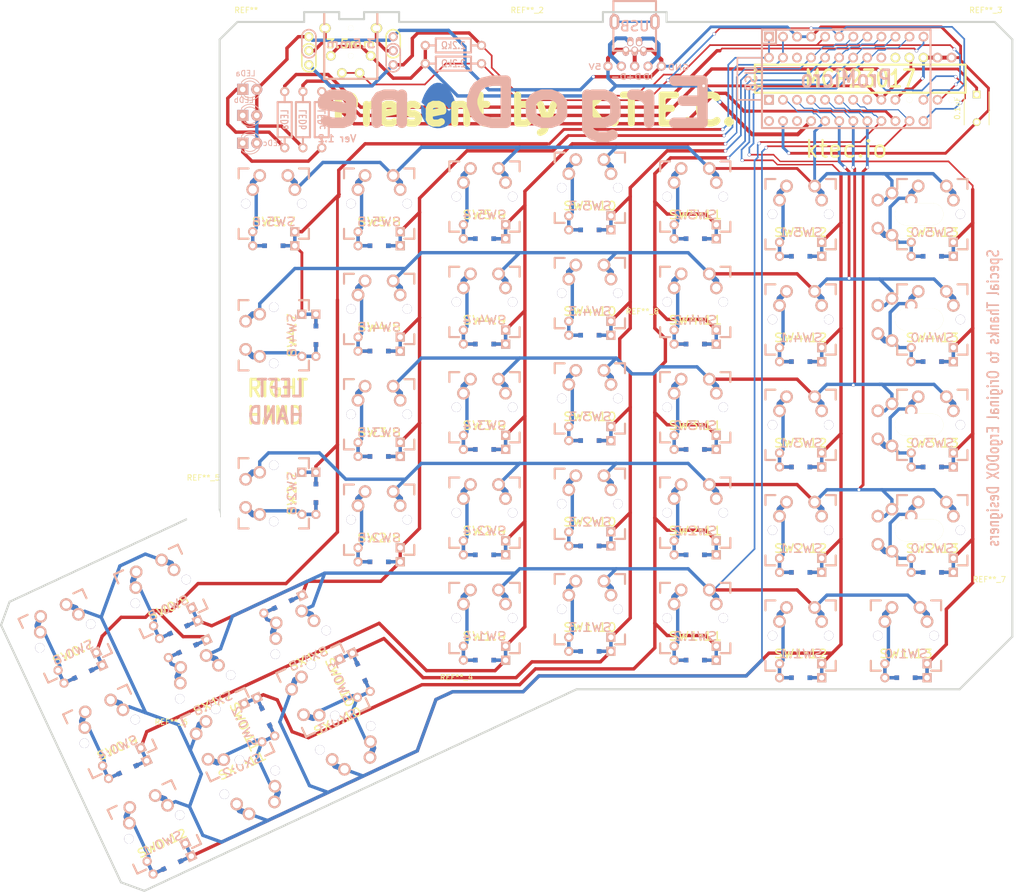
<source format=kicad_pcb>
(kicad_pcb (version 20170123) (host pcbnew "(2017-04-04 revision 5dbfc0233)-makepkg")
  (layers (0 Front signal) (31 Back signal) (34 B.Paste user hide) (35 F.Paste user hide) (36 B.SilkS user hide) (37 F.SilkS user hide) (38 B.Mask user hide) (39 F.Mask user hide) (44 Edge.Cuts user))
  (net 0 "")
  (net 1 /COL0)
  (net 2 /COL1)
  (net 3 /COL10)
  (net 4 /COL11)
  (net 5 /COL4)
  (net 6 /COL5)
  (net 7 /COL6)
  (net 8 /LED_A)
  (net 9 /LED_B)
  (net 10 /LED_C)
  (net 11 /ROW0)
  (net 12 /ROW1)
  (net 13 /ROW2)
  (net 14 /ROW3)
  (net 15 /ROW4)
  (net 16 /ROW5)
  (net 17 /SCLM)
  (net 18 /SDAM)
  (net 19 GND)
  (net 20 VCC)
  (net 21 "Net-(D1:7-Pad1)")
  (net 22 "Net-(D1:8-Pad1)")
  (net 23 "Net-(J1-Pad2)")
  (net 24 "Net-(J1-Pad3)")
  (net 25 "Net-(J1-Pad4)")
  (net 26 "Net-(J2-Pad1)")
  (net 27 "Net-(J2-Pad4)")
  (net 28 "Net-(LED_A1-Pad1)")
  (net 29 "Net-(LED_B1-Pad1)")
  (net 30 "Net-(LED_C1-Pad1)")
  (net 31 "Net-(SW0:7-Pad2)")
  (net 32 "Net-(SW0:8-Pad2)")
  (net 33 "Net-(SW0:9-Pad2)")
  (net 34 "Net-(SW0:10-Pad2)")
  (net 35 "Net-(SW0:11-Pad2)")
  (net 36 "Net-(SW0:12-Pad2)")
  (net 37 "Net-(SW1:9-Pad2)")
  (net 38 "Net-(SW1:10-Pad2)")
  (net 39 "Net-(SW1:11-Pad2)")
  (net 40 "Net-(SW1:12-Pad2)")
  (net 41 "Net-(SW1:13-Pad2)")
  (net 42 "Net-(SW2:7-Pad2)")
  (net 43 "Net-(SW2:8-Pad2)")
  (net 44 "Net-(SW2:9-Pad2)")
  (net 45 "Net-(SW2:10-Pad2)")
  (net 46 "Net-(SW2:11-Pad2)")
  (net 47 "Net-(SW2:12-Pad2)")
  (net 48 "Net-(SW2:13-Pad2)")
  (net 49 "Net-(SW3:8-Pad2)")
  (net 50 "Net-(SW3:9-Pad2)")
  (net 51 "Net-(SW3:10-Pad2)")
  (net 52 "Net-(SW3:11-Pad2)")
  (net 53 "Net-(SW3:12-Pad2)")
  (net 54 "Net-(SW3:13-Pad2)")
  (net 55 "Net-(SW4:7-Pad2)")
  (net 56 "Net-(SW4:8-Pad2)")
  (net 57 "Net-(SW4:9-Pad2)")
  (net 58 "Net-(SW4:10-Pad2)")
  (net 59 "Net-(SW4:11-Pad2)")
  (net 60 "Net-(SW4:12-Pad2)")
  (net 61 "Net-(SW4:13-Pad2)")
  (net 62 "Net-(SW5:7-Pad2)")
  (net 63 "Net-(SW5:8-Pad2)")
  (net 64 "Net-(SW5:9-Pad2)")
  (net 65 "Net-(SW5:10-Pad2)")
  (net 66 "Net-(SW5:11-Pad2)")
  (net 67 "Net-(SW5:12-Pad2)")
  (net 68 "Net-(SW5:13-Pad2)")
  (net 69 "Net-(U1-Pad27)")
  (net 70 "Net-(U2-Pad19)")
  (net 71 "Net-(U2-Pad8)")
  (net 72 "Net-(U2-Pad1)")
  (net 73 "Net-(U2-Pad20)")
  (net 74 "Net-(U2-Pad26)")
  (net 75 "Net-(J1-Pad6)")
  (net 76 "Net-(U1-Pad29)")
  (module Mounting_Holes:MountingHole_6mm (layer Front) (at 139.0396 91.5924)
    (fp_text reference REF**_8 (at 0 -7) (layer F.SilkS))
    (fp_text value MountingHole_6mm)
    (pad 1 np_thru_hole circle (at 0 0) (size 6 6) (drill 6) (layers *.Cu *.Mask))
  )
  (module Mounting_Holes:MountingHole_6mm (layer Front) (at 201.7776 140.0556)
    (fp_text reference REF**_7 (at 0 -7) (layer F.SilkS))
    (fp_text value MountingHole_6mm)
    (pad 1 np_thru_hole circle (at 0 0) (size 6 6) (drill 6) (layers *.Cu *.Mask))
  )
  (module Mounting_Holes:MountingHole_6mm (layer Front) (at 53.848 165.8366)
    (fp_text reference REF**_6 (at 0 -7) (layer F.SilkS))
    (fp_text value MountingHole_6mm)
    (pad 1 np_thru_hole circle (at 0 0) (size 6 6) (drill 6) (layers *.Cu *.Mask))
  )
  (module Mounting_Holes:MountingHole_6mm (layer Front) (at 59.6646 121.666)
    (fp_text reference REF**_5 (at 0 -7) (layer F.SilkS))
    (fp_text value MountingHole_6mm)
    (pad 1 np_thru_hole circle (at 0 0) (size 6 6) (drill 6) (layers *.Cu *.Mask))
  )
  (module Mounting_Holes:MountingHole_6mm (layer Front) (at 105.4354 157.7594)
    (fp_text reference REF**_4 (at 0 -7) (layer F.SilkS))
    (fp_text value MountingHole_6mm)
    (pad 1 np_thru_hole circle (at 0 0) (size 6 6) (drill 6) (layers *.Cu *.Mask))
  )
  (module Mounting_Holes:MountingHole_6mm (layer Front) (at 201.1426 37.1348)
    (fp_text reference REF**_3 (at 0 -7) (layer F.SilkS))
    (fp_text value MountingHole_6mm)
    (pad 1 np_thru_hole circle (at 0 0) (size 6 6) (drill 6) (layers *.Cu *.Mask))
  )
  (module Mounting_Holes:MountingHole_6mm (layer Front) (at 118.2116 37.1348)
    (fp_text reference REF**_2 (at 0 -7) (layer F.SilkS))
    (fp_text value MountingHole_6mm)
    (pad 1 np_thru_hole circle (at 0 0) (size 6 6) (drill 6) (layers *.Cu *.Mask))
  )
  (module Mounting_Holes:MountingHole_6mm (layer Front) (at 67.4116 37.1348)
    (fp_text reference REF** (at 0 -7) (layer F.SilkS))
    (fp_text value MountingHole_6mm)
    (pad 1 np_thru_hole circle (at 0 0) (size 6 6) (drill 6) (layers *.Cu *.Mask))
  )
  (module ErgoDox_pro_micro_edition:100PITCH1X3 (layer Front) (at 78.74 37.465 90)
    (fp_text reference J4 hide)
    (fp_text value JMP hide)
    (pad 1 thru_hole circle (at -2.54 0 90) (size 1.651 1.651) (drill 0.9906) (layers *.Cu *.Mask F.SilkS) (net 18 /SDAM))
    (pad 2 thru_hole circle (at 0 0 90) (size 1.651 1.651) (drill 0.9906) (layers *.Cu *.Mask F.SilkS) (net 27 "Net-(J2-Pad4)"))
    (pad 3 thru_hole circle (at 2.54 0 90) (size 1.651 1.651) (drill 0.9906) (layers *.Cu *.Mask F.SilkS) (net 19 GND))
  )
  (module ErgoDox_pro_micro_edition:100PITCH1X3 (layer Back) (at 93.98 37.465 90)
    (fp_text reference J3 hide)
    (fp_text value JMP hide)
    (pad 1 thru_hole circle (at -2.54 0 90) (size 1.651 1.651) (drill 0.9906) (layers *.Cu *.Mask B.SilkS) (net 18 /SDAM))
    (pad 2 thru_hole circle (at 0 0 90) (size 1.651 1.651) (drill 0.9906) (layers *.Cu *.Mask B.SilkS) (net 26 "Net-(J2-Pad1)"))
    (pad 3 thru_hole circle (at 2.54 0 90) (size 1.651 1.651) (drill 0.9906) (layers *.Cu *.Mask B.SilkS) (net 19 GND))
  )
  (module DIODE (layer Front) (at 56.7944 145.57756 25)
    (fp_text reference D1:7 hide)
    (fp_text value D hide)
    (fp_line (start -3.81 0) (end -1.6637 0) (layer Back) (width 0.6096))
    (fp_line (start 1.6637 0) (end 3.81 0) (layer Back) (width 0.6096))
    (fp_line (start -3.81 0) (end -1.6637 0) (layer Front) (width 0.6096))
    (fp_line (start 1.6637 0) (end 3.81 0) (layer Front) (width 0.6096))
    (pad 1 thru_hole circle (at -3.81 0 25) (size 1.651 1.651) (drill 0.9906) (layers *.Cu *.SilkS *.Mask) (net 21 "Net-(D1:7-Pad1)"))
    (pad 99 smd rect (at -1.6637 0 25) (size 0.8382 0.8382) (layers Front F.Paste F.Mask))
    (pad 99 smd rect (at -1.6637 0 25) (size 0.8382 0.8382) (layers Back B.Paste B.Mask))
    (pad 2 thru_hole rect (at 3.81 0 25) (size 1.651 1.651) (drill 0.9906) (layers *.Cu *.SilkS *.Mask) (net 7 /COL6))
    (pad 99 smd rect (at 1.6637 0 25) (size 0.8382 0.8382) (layers Front F.Paste F.Mask))
    (pad 99 smd rect (at 1.6637 0 25) (size 0.8382 0.8382) (layers Back B.Paste B.Mask))
  )
  (module DIODE (layer Front) (at 74.05878 137.52576 25)
    (fp_text reference D1:8 hide)
    (fp_text value D hide)
    (fp_line (start -3.81 0) (end -1.6637 0) (layer Back) (width 0.6096))
    (fp_line (start 1.6637 0) (end 3.81 0) (layer Back) (width 0.6096))
    (fp_line (start -3.81 0) (end -1.6637 0) (layer Front) (width 0.6096))
    (fp_line (start 1.6637 0) (end 3.81 0) (layer Front) (width 0.6096))
    (pad 1 thru_hole circle (at -3.81 0 25) (size 1.651 1.651) (drill 0.9906) (layers *.Cu *.SilkS *.Mask) (net 22 "Net-(D1:8-Pad1)"))
    (pad 99 smd rect (at -1.6637 0 25) (size 0.8382 0.8382) (layers Front F.Paste F.Mask))
    (pad 99 smd rect (at -1.6637 0 25) (size 0.8382 0.8382) (layers Back B.Paste B.Mask))
    (pad 2 thru_hole rect (at 3.81 0 25) (size 1.651 1.651) (drill 0.9906) (layers *.Cu *.SilkS *.Mask) (net 6 /COL5))
    (pad 99 smd rect (at 1.6637 0 25) (size 0.8382 0.8382) (layers Front F.Paste F.Mask))
    (pad 99 smd rect (at 1.6637 0 25) (size 0.8382 0.8382) (layers Back B.Paste B.Mask))
  )
  (module MX_FLIP (layer Front) (at 77.2795 144.43202 25)
    (fp_text reference SX1:8 (at 0 3.302 25) (layer F.SilkS) (effects (font (size 1.524 1.778) (thickness 0.254))))
    (fp_text value SX1:5 (at 0 3.302 25) (layer B.SilkS) (effects (font (size 1.524 1.778) (thickness 0.254)) (justify mirror)))
    (pad 1 thru_hole circle (at 2.54 -5.08 25) (size 2.286 2.286) (drill 1.4986) (layers *.Cu *.SilkS *.Mask) (net 12 /ROW1))
    (pad 2 thru_hole circle (at -3.81 -2.54 25) (size 2.286 2.286) (drill 1.4986) (layers *.Cu *.SilkS *.Mask) (net 22 "Net-(D1:8-Pad1)"))
    (pad 0 np_thru_hole circle (at 0 0 25) (size 3.9878 3.9878) (drill 3.9878) (layers *.Cu))
    (pad 0 thru_hole circle (at -5.08 0 25) (size 1.7018 1.7018) (drill 1.7018) (layers *.Cu))
    (pad 0 thru_hole circle (at 5.08 0 25) (size 1.7018 1.7018) (drill 1.7018) (layers *.Cu))
    (pad 1 thru_hole circle (at 3.81 -2.54 25) (size 2.286 2.286) (drill 1.4986) (layers *.Cu *.SilkS *.Mask) (net 12 /ROW1))
    (pad 2 thru_hole circle (at -2.54 -5.08 25) (size 2.286 2.286) (drill 1.4986) (layers *.Cu *.SilkS *.Mask) (net 22 "Net-(D1:8-Pad1)"))
  )
  (module MX_FLIP (layer Front) (at 60.01512 152.48382 25)
    (fp_text reference SX1:7 (at 0 3.302 25) (layer F.SilkS) (effects (font (size 1.524 1.778) (thickness 0.254))))
    (fp_text value SX1:6 (at 0 3.302 25) (layer B.SilkS) (effects (font (size 1.524 1.778) (thickness 0.254)) (justify mirror)))
    (pad 1 thru_hole circle (at 2.54 -5.08 25) (size 2.286 2.286) (drill 1.4986) (layers *.Cu *.SilkS *.Mask) (net 12 /ROW1))
    (pad 2 thru_hole circle (at -3.81 -2.54 25) (size 2.286 2.286) (drill 1.4986) (layers *.Cu *.SilkS *.Mask) (net 21 "Net-(D1:7-Pad1)"))
    (pad 0 np_thru_hole circle (at 0 0 25) (size 3.9878 3.9878) (drill 3.9878) (layers *.Cu))
    (pad 0 thru_hole circle (at -5.08 0 25) (size 1.7018 1.7018) (drill 1.7018) (layers *.Cu))
    (pad 0 thru_hole circle (at 5.08 0 25) (size 1.7018 1.7018) (drill 1.7018) (layers *.Cu))
    (pad 1 thru_hole circle (at 3.81 -2.54 25) (size 2.286 2.286) (drill 1.4986) (layers *.Cu *.SilkS *.Mask) (net 12 /ROW1))
    (pad 2 thru_hole circle (at -2.54 -5.08 25) (size 2.286 2.286) (drill 1.4986) (layers *.Cu *.SilkS *.Mask) (net 21 "Net-(D1:7-Pad1)"))
  )
  (module MX_FLIP (layer Front) (at 85.3313 161.69894 205)
    (fp_text reference SX0:10 (at 0 3.302 205) (layer F.SilkS) (effects (font (size 1.524 1.778) (thickness 0.254))))
    (fp_text value SX0:3 (at 0 3.302 205) (layer B.SilkS) (effects (font (size 1.524 1.778) (thickness 0.254)) (justify mirror)))
    (pad 1 thru_hole circle (at 2.54 -5.08 205) (size 2.286 2.286) (drill 1.4986) (layers *.Cu *.SilkS *.Mask) (net 11 /ROW0))
    (pad 2 thru_hole circle (at -3.81 -2.54 205) (size 2.286 2.286) (drill 1.4986) (layers *.Cu *.SilkS *.Mask) (net 34 "Net-(SW0:10-Pad2)"))
    (pad 0 np_thru_hole circle (at 0 0 205) (size 3.9878 3.9878) (drill 3.9878) (layers *.Cu))
    (pad 0 thru_hole circle (at -5.08 0 205) (size 1.7018 1.7018) (drill 1.7018) (layers *.Cu))
    (pad 0 thru_hole circle (at 5.08 0 205) (size 1.7018 1.7018) (drill 1.7018) (layers *.Cu))
    (pad 1 thru_hole circle (at 3.81 -2.54 205) (size 2.286 2.286) (drill 1.4986) (layers *.Cu *.SilkS *.Mask) (net 11 /ROW0))
    (pad 2 thru_hole circle (at -2.54 -5.08 205) (size 2.286 2.286) (drill 1.4986) (layers *.Cu *.SilkS *.Mask) (net 34 "Net-(SW0:10-Pad2)"))
  )
  (module MX_FLIP (layer Front) (at 68.06438 169.7482 205)
    (fp_text reference SX0:11 (at 0 3.302 205) (layer F.SilkS) (effects (font (size 1.524 1.778) (thickness 0.254))))
    (fp_text value SX0:2 (at 0 3.302 205) (layer B.SilkS) (effects (font (size 1.524 1.778) (thickness 0.254)) (justify mirror)))
    (pad 1 thru_hole circle (at 2.54 -5.08 205) (size 2.286 2.286) (drill 1.4986) (layers *.Cu *.SilkS *.Mask) (net 11 /ROW0))
    (pad 2 thru_hole circle (at -3.81 -2.54 205) (size 2.286 2.286) (drill 1.4986) (layers *.Cu *.SilkS *.Mask) (net 35 "Net-(SW0:11-Pad2)"))
    (pad 0 np_thru_hole circle (at 0 0 205) (size 3.9878 3.9878) (drill 3.9878) (layers *.Cu))
    (pad 0 thru_hole circle (at -5.08 0 205) (size 1.7018 1.7018) (drill 1.7018) (layers *.Cu))
    (pad 0 thru_hole circle (at 5.08 0 205) (size 1.7018 1.7018) (drill 1.7018) (layers *.Cu))
    (pad 1 thru_hole circle (at 3.81 -2.54 205) (size 2.286 2.286) (drill 1.4986) (layers *.Cu *.SilkS *.Mask) (net 11 /ROW0))
    (pad 2 thru_hole circle (at -2.54 -5.08 205) (size 2.286 2.286) (drill 1.4986) (layers *.Cu *.SilkS *.Mask) (net 35 "Net-(SW0:11-Pad2)"))
  )
  (module RESISTOR (layer Back) (at 74.365 49.925 270)
    (fp_text reference RA1 hide)
    (fp_text value LEDa (at 0 0 270) (layer B.SilkS) (effects (font (size 1.27 1.016) (thickness 0.2032)) (justify mirror)))
    (pad 1 thru_hole circle (at -5.08 0 270) (size 1.651 1.651) (drill 0.9906) (layers *.Cu *.SilkS *.Mask) (net 8 /LED_A))
    (pad 2 thru_hole circle (at 5.08 0 270) (size 1.651 1.651) (drill 0.9906) (layers *.Cu *.SilkS *.Mask) (net 28 "Net-(LED_A1-Pad1)"))
  )
  (module RESISTOR (layer Back) (at 77.665 49.925 270)
    (fp_text reference RB1 hide)
    (fp_text value LEDb (at 0 0 270) (layer B.SilkS) (effects (font (size 1.27 1.016) (thickness 0.2032)) (justify mirror)))
    (pad 1 thru_hole circle (at -5.08 0 270) (size 1.651 1.651) (drill 0.9906) (layers *.Cu *.SilkS *.Mask) (net 9 /LED_B))
    (pad 2 thru_hole circle (at 5.08 0 270) (size 1.651 1.651) (drill 0.9906) (layers *.Cu *.SilkS *.Mask) (net 29 "Net-(LED_B1-Pad1)"))
  )
  (module RESISTOR (layer Back) (at 81.065 49.925 270)
    (fp_text reference RC1 hide)
    (fp_text value LEDc (at 0 0 270) (layer B.SilkS) (effects (font (size 1.27 1.016) (thickness 0.2032)) (justify mirror)))
    (pad 1 thru_hole circle (at -5.08 0 270) (size 1.651 1.651) (drill 0.9906) (layers *.Cu *.SilkS *.Mask) (net 10 /LED_C))
    (pad 2 thru_hole circle (at 5.08 0 270) (size 1.651 1.651) (drill 0.9906) (layers *.Cu *.SilkS *.Mask) (net 30 "Net-(LED_C1-Pad1)"))
  )
  (module RESISTOR (layer Back) (at 104.865 36.505)
    (fp_text reference R1 hide)
    (fp_text value 2.2kΩ (at 0 0) (layer B.SilkS) (effects (font (size 1.27 1.016) (thickness 0.2032)) (justify mirror)))
    (pad 1 thru_hole circle (at -5.08 0) (size 1.651 1.651) (drill 0.9906) (layers *.Cu *.SilkS *.Mask) (net 20 VCC))
    (pad 2 thru_hole circle (at 5.08 0) (size 1.651 1.651) (drill 0.9906) (layers *.Cu *.SilkS *.Mask) (net 18 /SDAM))
  )
  (module RESISTOR (layer Back) (at 104.872 39.791)
    (fp_text reference R2 hide)
    (fp_text value 2.2kΩ (at 0 0) (layer B.SilkS) (effects (font (size 1.27 1.016) (thickness 0.2032)) (justify mirror)))
    (pad 1 thru_hole circle (at -5.08 0) (size 1.651 1.651) (drill 0.9906) (layers *.Cu *.SilkS *.Mask) (net 20 VCC))
    (pad 2 thru_hole circle (at 5.08 0) (size 1.651 1.651) (drill 0.9906) (layers *.Cu *.SilkS *.Mask) (net 17 /SCLM))
  )
  (module TEENSY_2.0 (layer Back) (at 175.895 42.545)
    (fp_text reference U1 hide)
    (fp_text value ProMicro (at 0 0) (layer B.SilkS) (effects (font (size 3.048 2.54) (thickness 0.4572)) (justify mirror)))
    (pad 1 thru_hole rect (at -13.97 -7.62) (size 1.7526 1.7526) (drill 1.0922) (layers *.Cu *.SilkS *.Mask) (net 7 /COL6))
    (pad 2 thru_hole circle (at -11.43 -7.62) (size 1.7526 1.7526) (drill 1.0922) (layers *.Cu *.SilkS *.Mask) (net 6 /COL5))
    (pad 3 thru_hole circle (at -8.89 -7.62) (size 1.7526 1.7526) (drill 1.0922) (layers *.Cu *.SilkS *.Mask) (net 19 GND))
    (pad 4 thru_hole circle (at -6.35 -7.62) (size 1.7526 1.7526) (drill 1.0922) (layers *.Cu *.SilkS *.Mask) (net 19 GND))
    (pad 5 thru_hole circle (at -3.81 -7.62) (size 1.7526 1.7526) (drill 1.0922) (layers *.Cu *.SilkS *.Mask) (net 18 /SDAM))
    (pad 6 thru_hole circle (at -1.27 -7.62) (size 1.7526 1.7526) (drill 1.0922) (layers *.Cu *.SilkS *.Mask) (net 17 /SCLM))
    (pad 7 thru_hole circle (at 1.27 -7.62) (size 1.7526 1.7526) (drill 1.0922) (layers *.Cu *.SilkS *.Mask) (net 5 /COL4))
    (pad 8 thru_hole circle (at 3.81 -7.62) (size 1.7526 1.7526) (drill 1.0922) (layers *.Cu *.SilkS *.Mask) (net 3 /COL10))
    (pad 9 thru_hole circle (at 6.35 -7.62) (size 1.7526 1.7526) (drill 1.0922) (layers *.Cu *.SilkS *.Mask) (net 4 /COL11))
    (pad 10 thru_hole circle (at 8.89 -7.62) (size 1.7526 1.7526) (drill 1.0922) (layers *.Cu *.SilkS *.Mask) (net 2 /COL1))
    (pad 11 thru_hole circle (at 11.43 -7.62) (size 1.7526 1.7526) (drill 1.0922) (layers *.Cu *.SilkS *.Mask) (net 1 /COL0))
    (pad 12 thru_hole circle (at 13.97 -7.62) (size 1.7526 1.7526) (drill 1.0922) (layers *.Cu *.SilkS *.Mask) (net 8 /LED_A))
    (pad 18 thru_hole circle (at 13.97 7.62) (size 1.7526 1.7526) (drill 1.08966) (layers *.Cu *.SilkS *.Mask) (net 9 /LED_B))
    (pad 19 thru_hole circle (at 11.43 7.62) (size 1.7526 1.7526) (drill 1.0922) (layers *.Cu *.SilkS *.Mask) (net 11 /ROW0))
    (pad 20 thru_hole circle (at 8.89 7.62) (size 1.7526 1.7526) (drill 1.0922) (layers *.Cu *.SilkS *.Mask) (net 10 /LED_C))
    (pad 21 thru_hole circle (at 6.35 7.62) (size 1.7526 1.7526) (drill 1.0922) (layers *.Cu *.SilkS *.Mask) (net 12 /ROW1))
    (pad 22 thru_hole circle (at 3.81 7.62) (size 1.7526 1.7526) (drill 1.0922) (layers *.Cu *.SilkS *.Mask) (net 13 /ROW2))
    (pad 23 thru_hole circle (at 1.27 7.62) (size 1.7526 1.7526) (drill 1.0922) (layers *.Cu *.SilkS *.Mask) (net 14 /ROW3))
    (pad 24 thru_hole circle (at -1.27 7.62) (size 1.7526 1.7526) (drill 1.0922) (layers *.Cu *.SilkS *.Mask) (net 15 /ROW4))
    (pad 27 thru_hole circle (at -8.89 7.62) (size 1.7526 1.7526) (drill 1.0922) (layers *.Cu *.SilkS *.Mask) (net 69 "Net-(U1-Pad27)"))
    (pad 28 thru_hole circle (at -11.43 7.62) (size 1.7526 1.7526) (drill 1.0922) (layers *.Cu *.SilkS *.Mask) (net 19 GND))
    (pad 29 thru_hole circle (at -13.97 7.62) (size 1.7526 1.7526) (drill 1.0922) (layers *.Cu *.SilkS *.Mask) (net 76 "Net-(U1-Pad29)"))
    (pad 25 thru_hole circle (at -3.81 7.62) (size 1.7526 1.7526) (drill 1.0922) (layers *.Cu *.SilkS *.Mask) (net 16 /ROW5))
    (pad 26 thru_hole circle (at -6.35 7.62) (size 1.7526 1.7526) (drill 1.0922) (layers *.Cu *.SilkS *.Mask) (net 20 VCC))
  )
  (module 4pin35mmAudio (layer Front) (at 86.3092 30.48 270)
    (fp_text reference J2 hide)
    (fp_text value 3.5mm (at 5.715 0) (layer F.SilkS) (effects (font (size 1.524 1.778) (thickness 0.3048))))
    (fp_text user 3.5mm (at 5.715 0) (layer B.SilkS) (effects (font (size 1.524 1.778) (thickness 0.3048)) (justify mirror)))
    (pad 1 thru_hole oval (at 2.8956 -4.6482 270) (size 1.7526 2.0574) (drill oval 1.0922 1.397) (layers *.Cu *.Mask F.SilkS) (net 26 "Net-(J2-Pad1)"))
    (pad 2 thru_hole circle (at 7.8994 3.6068 270) (size 1.7526 1.7526) (drill 1.0922) (layers *.Cu *.Mask F.SilkS) (net 20 VCC))
    (pad 3 thru_hole circle (at 10.9982 -1.6002 270) (size 1.7526 1.7526) (drill 1.0922) (layers *.Cu *.Mask F.SilkS) (net 17 /SCLM))
    (pad 4 thru_hole oval (at 2.8956 4.6482 270) (size 1.7526 2.0574) (drill oval 1.0922 1.397) (layers *.Cu *.Mask F.SilkS) (net 27 "Net-(J2-Pad4)"))
    (pad 5 thru_hole circle (at 10.9982 1.6002 270) (size 1.7526 1.7526) (drill 1.0922) (layers *.Cu *.Mask F.SilkS) (net 17 /SCLM))
    (pad 6 thru_hole circle (at 7.8994 -3.6068 270) (size 1.7526 1.7526) (drill 1.0922) (layers *.Cu *.Mask F.SilkS) (net 20 VCC))
    (pad HOLE np_thru_hole circle (at 2.8956 0 270) (size 0.9906 0.9906) (drill 0.9906) (layers *.Cu *.Mask F.SilkS))
    (pad HOLE np_thru_hole circle (at 7.8994 0 270) (size 0.9906 0.9906) (drill 0.9906) (layers *.Cu *.Mask F.SilkS))
  )
  (module MX_FLIP_DIODE (layer Front) (at 72.39 65.1002)
    (fp_text reference SW5:7 (at 0 3.302) (layer F.SilkS) (effects (font (size 1.524 1.778) (thickness 0.254))))
    (fp_text value SW5:6 (at 0 3.302) (layer B.SilkS) (effects (font (size 1.524 1.778) (thickness 0.254)) (justify mirror)))
    (fp_line (start -3.81 7.62) (end -1.6637 7.62) (layer Back) (width 0.6096))
    (fp_line (start 1.6637 7.62) (end 3.81 7.62) (layer Back) (width 0.6096))
    (fp_line (start -3.81 7.62) (end -1.6637 7.62) (layer Front) (width 0.6096))
    (fp_line (start 1.6637 7.62) (end 3.81 7.62) (layer Front) (width 0.6096))
    (pad 1 thru_hole circle (at 2.54 -5.08) (size 2.286 2.286) (drill 1.4986) (layers *.Cu *.SilkS *.Mask) (net 16 /ROW5))
    (pad 2 thru_hole circle (at -3.81 -2.54) (size 2.286 2.286) (drill 1.4986) (layers *.Cu *.SilkS *.Mask) (net 62 "Net-(SW5:7-Pad2)"))
    (pad 0 np_thru_hole circle (at 0 0) (size 3.9878 3.9878) (drill 3.9878) (layers *.Cu))
    (pad 0 thru_hole circle (at -5.08 0) (size 1.7018 1.7018) (drill 1.7018) (layers *.Cu))
    (pad 0 thru_hole circle (at 5.08 0) (size 1.7018 1.7018) (drill 1.7018) (layers *.Cu))
    (pad 1 thru_hole circle (at 3.81 -2.54) (size 2.286 2.286) (drill 1.4986) (layers *.Cu *.SilkS *.Mask) (net 16 /ROW5))
    (pad 2 thru_hole circle (at -2.54 -5.08) (size 2.286 2.286) (drill 1.4986) (layers *.Cu *.SilkS *.Mask) (net 62 "Net-(SW5:7-Pad2)"))
    (pad 3 thru_hole circle (at -3.81 5.08) (size 1.651 1.651) (drill 0.9906) (layers *.Cu *.SilkS *.Mask) (net 62 "Net-(SW5:7-Pad2)"))
    (pad 4 thru_hole rect (at 3.81 5.08) (size 1.651 1.651) (drill 0.9906) (layers *.Cu *.SilkS *.Mask) (net 7 /COL6))
    (pad 3 thru_hole circle (at -3.81 7.62) (size 1.651 1.651) (drill 0.9906) (layers *.Cu *.SilkS *.Mask) (net 62 "Net-(SW5:7-Pad2)"))
    (pad 4 thru_hole rect (at 3.81 7.62) (size 1.651 1.651) (drill 0.9906) (layers *.Cu *.SilkS *.Mask) (net 7 /COL6))
    (pad 99 smd rect (at -1.6637 7.62) (size 0.8382 0.8382) (layers Front F.Paste F.Mask))
    (pad 99 smd rect (at -1.6637 7.62) (size 0.8382 0.8382) (layers Back B.Paste B.Mask))
    (pad 99 smd rect (at 1.6637 7.62) (size 0.8382 0.8382) (layers Front F.Paste F.Mask))
    (pad 99 smd rect (at 1.6637 7.62) (size 0.8382 0.8382) (layers Back B.Paste B.Mask))
  )
  (module MX_FLIP_DIODE (layer Front) (at 72.39 88.91016 90)
    (fp_text reference SW4:7 (at 0 3.302 90) (layer F.SilkS) (effects (font (size 1.524 1.778) (thickness 0.254))))
    (fp_text value SW4:6 (at 0 3.302 90) (layer B.SilkS) (effects (font (size 1.524 1.778) (thickness 0.254)) (justify mirror)))
    (fp_line (start -3.81 7.62) (end -1.6637 7.62) (layer Back) (width 0.6096))
    (fp_line (start 1.6637 7.62) (end 3.81 7.62) (layer Back) (width 0.6096))
    (fp_line (start -3.81 7.62) (end -1.6637 7.62) (layer Front) (width 0.6096))
    (fp_line (start 1.6637 7.62) (end 3.81 7.62) (layer Front) (width 0.6096))
    (pad 1 thru_hole circle (at 2.54 -5.08 90) (size 2.286 2.286) (drill 1.4986) (layers *.Cu *.SilkS *.Mask) (net 15 /ROW4))
    (pad 2 thru_hole circle (at -3.81 -2.54 90) (size 2.286 2.286) (drill 1.4986) (layers *.Cu *.SilkS *.Mask) (net 55 "Net-(SW4:7-Pad2)"))
    (pad 0 np_thru_hole circle (at 0 0 90) (size 3.9878 3.9878) (drill 3.9878) (layers *.Cu))
    (pad 0 thru_hole circle (at -5.08 0 90) (size 1.7018 1.7018) (drill 1.7018) (layers *.Cu))
    (pad 0 thru_hole circle (at 5.08 0 90) (size 1.7018 1.7018) (drill 1.7018) (layers *.Cu))
    (pad 1 thru_hole circle (at 3.81 -2.54 90) (size 2.286 2.286) (drill 1.4986) (layers *.Cu *.SilkS *.Mask) (net 15 /ROW4))
    (pad 2 thru_hole circle (at -2.54 -5.08 90) (size 2.286 2.286) (drill 1.4986) (layers *.Cu *.SilkS *.Mask) (net 55 "Net-(SW4:7-Pad2)"))
    (pad 3 thru_hole circle (at -3.81 5.08 90) (size 1.651 1.651) (drill 0.9906) (layers *.Cu *.SilkS *.Mask) (net 55 "Net-(SW4:7-Pad2)"))
    (pad 4 thru_hole rect (at 3.81 5.08 90) (size 1.651 1.651) (drill 0.9906) (layers *.Cu *.SilkS *.Mask) (net 7 /COL6))
    (pad 3 thru_hole circle (at -3.81 7.62 90) (size 1.651 1.651) (drill 0.9906) (layers *.Cu *.SilkS *.Mask) (net 55 "Net-(SW4:7-Pad2)"))
    (pad 4 thru_hole rect (at 3.81 7.62 90) (size 1.651 1.651) (drill 0.9906) (layers *.Cu *.SilkS *.Mask) (net 7 /COL6))
    (pad 99 smd rect (at -1.6637 7.62 90) (size 0.8382 0.8382) (layers Front F.Paste F.Mask))
    (pad 99 smd rect (at -1.6637 7.62 90) (size 0.8382 0.8382) (layers Back B.Paste B.Mask))
    (pad 99 smd rect (at 1.6637 7.62 90) (size 0.8382 0.8382) (layers Front F.Paste F.Mask))
    (pad 99 smd rect (at 1.6637 7.62 90) (size 0.8382 0.8382) (layers Back B.Paste B.Mask))
  )
  (module MX_FLIP_DIODE (layer Front) (at 72.39 117.48516 90)
    (fp_text reference SW2:7 (at 0 3.302 90) (layer F.SilkS) (effects (font (size 1.524 1.778) (thickness 0.254))))
    (fp_text value SW2:6 (at 0 3.302 90) (layer B.SilkS) (effects (font (size 1.524 1.778) (thickness 0.254)) (justify mirror)))
    (fp_line (start -3.81 7.62) (end -1.6637 7.62) (layer Back) (width 0.6096))
    (fp_line (start 1.6637 7.62) (end 3.81 7.62) (layer Back) (width 0.6096))
    (fp_line (start -3.81 7.62) (end -1.6637 7.62) (layer Front) (width 0.6096))
    (fp_line (start 1.6637 7.62) (end 3.81 7.62) (layer Front) (width 0.6096))
    (pad 1 thru_hole circle (at 2.54 -5.08 90) (size 2.286 2.286) (drill 1.4986) (layers *.Cu *.SilkS *.Mask) (net 13 /ROW2))
    (pad 2 thru_hole circle (at -3.81 -2.54 90) (size 2.286 2.286) (drill 1.4986) (layers *.Cu *.SilkS *.Mask) (net 42 "Net-(SW2:7-Pad2)"))
    (pad 0 np_thru_hole circle (at 0 0 90) (size 3.9878 3.9878) (drill 3.9878) (layers *.Cu))
    (pad 0 thru_hole circle (at -5.08 0 90) (size 1.7018 1.7018) (drill 1.7018) (layers *.Cu))
    (pad 0 thru_hole circle (at 5.08 0 90) (size 1.7018 1.7018) (drill 1.7018) (layers *.Cu))
    (pad 1 thru_hole circle (at 3.81 -2.54 90) (size 2.286 2.286) (drill 1.4986) (layers *.Cu *.SilkS *.Mask) (net 13 /ROW2))
    (pad 2 thru_hole circle (at -2.54 -5.08 90) (size 2.286 2.286) (drill 1.4986) (layers *.Cu *.SilkS *.Mask) (net 42 "Net-(SW2:7-Pad2)"))
    (pad 3 thru_hole circle (at -3.81 5.08 90) (size 1.651 1.651) (drill 0.9906) (layers *.Cu *.SilkS *.Mask) (net 42 "Net-(SW2:7-Pad2)"))
    (pad 4 thru_hole rect (at 3.81 5.08 90) (size 1.651 1.651) (drill 0.9906) (layers *.Cu *.SilkS *.Mask) (net 7 /COL6))
    (pad 3 thru_hole circle (at -3.81 7.62 90) (size 1.651 1.651) (drill 0.9906) (layers *.Cu *.SilkS *.Mask) (net 42 "Net-(SW2:7-Pad2)"))
    (pad 4 thru_hole rect (at 3.81 7.62 90) (size 1.651 1.651) (drill 0.9906) (layers *.Cu *.SilkS *.Mask) (net 7 /COL6))
    (pad 99 smd rect (at -1.6637 7.62 90) (size 0.8382 0.8382) (layers Front F.Paste F.Mask))
    (pad 99 smd rect (at -1.6637 7.62 90) (size 0.8382 0.8382) (layers Back B.Paste B.Mask))
    (pad 99 smd rect (at 1.6637 7.62 90) (size 0.8382 0.8382) (layers Front F.Paste F.Mask))
    (pad 99 smd rect (at 1.6637 7.62 90) (size 0.8382 0.8382) (layers Back B.Paste B.Mask))
  )
  (module MX_FLIP_DIODE (layer Front) (at 186.69 143.20266)
    (fp_text reference SW1:13 (at 0 3.302) (layer F.SilkS) (effects (font (size 1.524 1.778) (thickness 0.254))))
    (fp_text value SW1:0 (at 0 3.302) (layer B.SilkS) (effects (font (size 1.524 1.778) (thickness 0.254)) (justify mirror)))
    (fp_line (start -3.81 7.62) (end -1.6637 7.62) (layer Back) (width 0.6096))
    (fp_line (start 1.6637 7.62) (end 3.81 7.62) (layer Back) (width 0.6096))
    (fp_line (start -3.81 7.62) (end -1.6637 7.62) (layer Front) (width 0.6096))
    (fp_line (start 1.6637 7.62) (end 3.81 7.62) (layer Front) (width 0.6096))
    (pad 1 thru_hole circle (at 2.54 -5.08) (size 2.286 2.286) (drill 1.4986) (layers *.Cu *.SilkS *.Mask) (net 12 /ROW1))
    (pad 2 thru_hole circle (at -3.81 -2.54) (size 2.286 2.286) (drill 1.4986) (layers *.Cu *.SilkS *.Mask) (net 41 "Net-(SW1:13-Pad2)"))
    (pad 0 np_thru_hole circle (at 0 0) (size 3.9878 3.9878) (drill 3.9878) (layers *.Cu))
    (pad 0 thru_hole circle (at -5.08 0) (size 1.7018 1.7018) (drill 1.7018) (layers *.Cu))
    (pad 0 thru_hole circle (at 5.08 0) (size 1.7018 1.7018) (drill 1.7018) (layers *.Cu))
    (pad 1 thru_hole circle (at 3.81 -2.54) (size 2.286 2.286) (drill 1.4986) (layers *.Cu *.SilkS *.Mask) (net 12 /ROW1))
    (pad 2 thru_hole circle (at -2.54 -5.08) (size 2.286 2.286) (drill 1.4986) (layers *.Cu *.SilkS *.Mask) (net 41 "Net-(SW1:13-Pad2)"))
    (pad 3 thru_hole circle (at -3.81 5.08) (size 1.651 1.651) (drill 0.9906) (layers *.Cu *.SilkS *.Mask) (net 41 "Net-(SW1:13-Pad2)"))
    (pad 4 thru_hole rect (at 3.81 5.08) (size 1.651 1.651) (drill 0.9906) (layers *.Cu *.SilkS *.Mask) (net 1 /COL0))
    (pad 3 thru_hole circle (at -3.81 7.62) (size 1.651 1.651) (drill 0.9906) (layers *.Cu *.SilkS *.Mask) (net 41 "Net-(SW1:13-Pad2)"))
    (pad 4 thru_hole rect (at 3.81 7.62) (size 1.651 1.651) (drill 0.9906) (layers *.Cu *.SilkS *.Mask) (net 1 /COL0))
    (pad 99 smd rect (at -1.6637 7.62) (size 0.8382 0.8382) (layers Front F.Paste F.Mask))
    (pad 99 smd rect (at -1.6637 7.62) (size 0.8382 0.8382) (layers Back B.Paste B.Mask))
    (pad 99 smd rect (at 1.6637 7.62) (size 0.8382 0.8382) (layers Front F.Paste F.Mask))
    (pad 99 smd rect (at 1.6637 7.62) (size 0.8382 0.8382) (layers Back B.Paste B.Mask))
  )
  (module MX_FLIP_DIODE (layer Front) (at 91.44 84.14766)
    (fp_text reference SW4:8 (at 0 3.302) (layer F.SilkS) (effects (font (size 1.524 1.778) (thickness 0.254))))
    (fp_text value SW4:5 (at 0 3.302) (layer B.SilkS) (effects (font (size 1.524 1.778) (thickness 0.254)) (justify mirror)))
    (fp_line (start -3.81 7.62) (end -1.6637 7.62) (layer Back) (width 0.6096))
    (fp_line (start 1.6637 7.62) (end 3.81 7.62) (layer Back) (width 0.6096))
    (fp_line (start -3.81 7.62) (end -1.6637 7.62) (layer Front) (width 0.6096))
    (fp_line (start 1.6637 7.62) (end 3.81 7.62) (layer Front) (width 0.6096))
    (pad 1 thru_hole circle (at 2.54 -5.08) (size 2.286 2.286) (drill 1.4986) (layers *.Cu *.SilkS *.Mask) (net 15 /ROW4))
    (pad 2 thru_hole circle (at -3.81 -2.54) (size 2.286 2.286) (drill 1.4986) (layers *.Cu *.SilkS *.Mask) (net 56 "Net-(SW4:8-Pad2)"))
    (pad 0 np_thru_hole circle (at 0 0) (size 3.9878 3.9878) (drill 3.9878) (layers *.Cu))
    (pad 0 thru_hole circle (at -5.08 0) (size 1.7018 1.7018) (drill 1.7018) (layers *.Cu))
    (pad 0 thru_hole circle (at 5.08 0) (size 1.7018 1.7018) (drill 1.7018) (layers *.Cu))
    (pad 1 thru_hole circle (at 3.81 -2.54) (size 2.286 2.286) (drill 1.4986) (layers *.Cu *.SilkS *.Mask) (net 15 /ROW4))
    (pad 2 thru_hole circle (at -2.54 -5.08) (size 2.286 2.286) (drill 1.4986) (layers *.Cu *.SilkS *.Mask) (net 56 "Net-(SW4:8-Pad2)"))
    (pad 3 thru_hole circle (at -3.81 5.08) (size 1.651 1.651) (drill 0.9906) (layers *.Cu *.SilkS *.Mask) (net 56 "Net-(SW4:8-Pad2)"))
    (pad 4 thru_hole rect (at 3.81 5.08) (size 1.651 1.651) (drill 0.9906) (layers *.Cu *.SilkS *.Mask) (net 6 /COL5))
    (pad 3 thru_hole circle (at -3.81 7.62) (size 1.651 1.651) (drill 0.9906) (layers *.Cu *.SilkS *.Mask) (net 56 "Net-(SW4:8-Pad2)"))
    (pad 4 thru_hole rect (at 3.81 7.62) (size 1.651 1.651) (drill 0.9906) (layers *.Cu *.SilkS *.Mask) (net 6 /COL5))
    (pad 99 smd rect (at -1.6637 7.62) (size 0.8382 0.8382) (layers Front F.Paste F.Mask))
    (pad 99 smd rect (at -1.6637 7.62) (size 0.8382 0.8382) (layers Back B.Paste B.Mask))
    (pad 99 smd rect (at 1.6637 7.62) (size 0.8382 0.8382) (layers Front F.Paste F.Mask))
    (pad 99 smd rect (at 1.6637 7.62) (size 0.8382 0.8382) (layers Back B.Paste B.Mask))
  )
  (module MX_FLIP_DIODE (layer Front) (at 42.7482 160.53308 25)
    (fp_text reference SW0:9 (at 0 3.302 25) (layer F.SilkS) (effects (font (size 1.524 1.778) (thickness 0.254))))
    (fp_text value SW0:4 (at 0 3.302 25) (layer B.SilkS) (effects (font (size 1.524 1.778) (thickness 0.254)) (justify mirror)))
    (fp_line (start -3.81 7.62) (end -1.6637 7.62) (layer Back) (width 0.6096))
    (fp_line (start 1.6637 7.62) (end 3.81 7.62) (layer Back) (width 0.6096))
    (fp_line (start -3.81 7.62) (end -1.6637 7.62) (layer Front) (width 0.6096))
    (fp_line (start 1.6637 7.62) (end 3.81 7.62) (layer Front) (width 0.6096))
    (pad 1 thru_hole circle (at 2.54 -5.08 25) (size 2.286 2.286) (drill 1.4986) (layers *.Cu *.SilkS *.Mask) (net 11 /ROW0))
    (pad 2 thru_hole circle (at -3.81 -2.54 25) (size 2.286 2.286) (drill 1.4986) (layers *.Cu *.SilkS *.Mask) (net 33 "Net-(SW0:9-Pad2)"))
    (pad 0 np_thru_hole circle (at 0 0 25) (size 3.9878 3.9878) (drill 3.9878) (layers *.Cu))
    (pad 0 thru_hole circle (at -5.08 0 25) (size 1.7018 1.7018) (drill 1.7018) (layers *.Cu))
    (pad 0 thru_hole circle (at 5.08 0 25) (size 1.7018 1.7018) (drill 1.7018) (layers *.Cu))
    (pad 1 thru_hole circle (at 3.81 -2.54 25) (size 2.286 2.286) (drill 1.4986) (layers *.Cu *.SilkS *.Mask) (net 11 /ROW0))
    (pad 2 thru_hole circle (at -2.54 -5.08 25) (size 2.286 2.286) (drill 1.4986) (layers *.Cu *.SilkS *.Mask) (net 33 "Net-(SW0:9-Pad2)"))
    (pad 3 thru_hole circle (at -3.81 5.08 25) (size 1.651 1.651) (drill 0.9906) (layers *.Cu *.SilkS *.Mask) (net 33 "Net-(SW0:9-Pad2)"))
    (pad 4 thru_hole rect (at 3.81 5.08 25) (size 1.651 1.651) (drill 0.9906) (layers *.Cu *.SilkS *.Mask) (net 5 /COL4))
    (pad 3 thru_hole circle (at -3.81 7.62 25) (size 1.651 1.651) (drill 0.9906) (layers *.Cu *.SilkS *.Mask) (net 33 "Net-(SW0:9-Pad2)"))
    (pad 4 thru_hole rect (at 3.81 7.62 25) (size 1.651 1.651) (drill 0.9906) (layers *.Cu *.SilkS *.Mask) (net 5 /COL4))
    (pad 99 smd rect (at -1.6637 7.62 25) (size 0.8382 0.8382) (layers Front F.Paste F.Mask))
    (pad 99 smd rect (at -1.6637 7.62 25) (size 0.8382 0.8382) (layers Back B.Paste B.Mask))
    (pad 99 smd rect (at 1.6637 7.62 25) (size 0.8382 0.8382) (layers Front F.Paste F.Mask))
    (pad 99 smd rect (at 1.6637 7.62 25) (size 0.8382 0.8382) (layers Back B.Paste B.Mask))
  )
  (module MX_FLIP_DIODE (layer Front) (at 50.8 177.8 25)
    (fp_text reference SW0:12 (at 0 3.302 25) (layer F.SilkS) (effects (font (size 1.524 1.778) (thickness 0.254))))
    (fp_text value SW0:1 (at 0 3.302 25) (layer B.SilkS) (effects (font (size 1.524 1.778) (thickness 0.254)) (justify mirror)))
    (fp_line (start -3.81 7.62) (end -1.6637 7.62) (layer Back) (width 0.6096))
    (fp_line (start 1.6637 7.62) (end 3.81 7.62) (layer Back) (width 0.6096))
    (fp_line (start -3.81 7.62) (end -1.6637 7.62) (layer Front) (width 0.6096))
    (fp_line (start 1.6637 7.62) (end 3.81 7.62) (layer Front) (width 0.6096))
    (pad 1 thru_hole circle (at 2.54 -5.08 25) (size 2.286 2.286) (drill 1.4986) (layers *.Cu *.SilkS *.Mask) (net 11 /ROW0))
    (pad 2 thru_hole circle (at -3.81 -2.54 25) (size 2.286 2.286) (drill 1.4986) (layers *.Cu *.SilkS *.Mask) (net 36 "Net-(SW0:12-Pad2)"))
    (pad 0 np_thru_hole circle (at 0 0 25) (size 3.9878 3.9878) (drill 3.9878) (layers *.Cu))
    (pad 0 thru_hole circle (at -5.08 0 25) (size 1.7018 1.7018) (drill 1.7018) (layers *.Cu))
    (pad 0 thru_hole circle (at 5.08 0 25) (size 1.7018 1.7018) (drill 1.7018) (layers *.Cu))
    (pad 1 thru_hole circle (at 3.81 -2.54 25) (size 2.286 2.286) (drill 1.4986) (layers *.Cu *.SilkS *.Mask) (net 11 /ROW0))
    (pad 2 thru_hole circle (at -2.54 -5.08 25) (size 2.286 2.286) (drill 1.4986) (layers *.Cu *.SilkS *.Mask) (net 36 "Net-(SW0:12-Pad2)"))
    (pad 3 thru_hole circle (at -3.81 5.08 25) (size 1.651 1.651) (drill 0.9906) (layers *.Cu *.SilkS *.Mask) (net 36 "Net-(SW0:12-Pad2)"))
    (pad 4 thru_hole rect (at 3.81 5.08 25) (size 1.651 1.651) (drill 0.9906) (layers *.Cu *.SilkS *.Mask) (net 2 /COL1))
    (pad 3 thru_hole circle (at -3.81 7.62 25) (size 1.651 1.651) (drill 0.9906) (layers *.Cu *.SilkS *.Mask) (net 36 "Net-(SW0:12-Pad2)"))
    (pad 4 thru_hole rect (at 3.81 7.62 25) (size 1.651 1.651) (drill 0.9906) (layers *.Cu *.SilkS *.Mask) (net 2 /COL1))
    (pad 99 smd rect (at -1.6637 7.62 25) (size 0.8382 0.8382) (layers Front F.Paste F.Mask))
    (pad 99 smd rect (at -1.6637 7.62 25) (size 0.8382 0.8382) (layers Back B.Paste B.Mask))
    (pad 99 smd rect (at 1.6637 7.62 25) (size 0.8382 0.8382) (layers Front F.Paste F.Mask))
    (pad 99 smd rect (at 1.6637 7.62 25) (size 0.8382 0.8382) (layers Back B.Paste B.Mask))
  )
  (module MX_FLIP_DIODE (layer Front) (at 34.69894 143.2687 25)
    (fp_text reference SW0:7 (at 0 3.302 25) (layer F.SilkS) (effects (font (size 1.524 1.778) (thickness 0.254))))
    (fp_text value SW0:6 (at 0 3.302 25) (layer B.SilkS) (effects (font (size 1.524 1.778) (thickness 0.254)) (justify mirror)))
    (fp_line (start -3.81 7.62) (end -1.6637 7.62) (layer Back) (width 0.6096))
    (fp_line (start 1.6637 7.62) (end 3.81 7.62) (layer Back) (width 0.6096))
    (fp_line (start -3.81 7.62) (end -1.6637 7.62) (layer Front) (width 0.6096))
    (fp_line (start 1.6637 7.62) (end 3.81 7.62) (layer Front) (width 0.6096))
    (pad 1 thru_hole circle (at 2.54 -5.08 25) (size 2.286 2.286) (drill 1.4986) (layers *.Cu *.SilkS *.Mask) (net 11 /ROW0))
    (pad 2 thru_hole circle (at -3.81 -2.54 25) (size 2.286 2.286) (drill 1.4986) (layers *.Cu *.SilkS *.Mask) (net 31 "Net-(SW0:7-Pad2)"))
    (pad 0 np_thru_hole circle (at 0 0 25) (size 3.9878 3.9878) (drill 3.9878) (layers *.Cu))
    (pad 0 thru_hole circle (at -5.08 0 25) (size 1.7018 1.7018) (drill 1.7018) (layers *.Cu))
    (pad 0 thru_hole circle (at 5.08 0 25) (size 1.7018 1.7018) (drill 1.7018) (layers *.Cu))
    (pad 1 thru_hole circle (at 3.81 -2.54 25) (size 2.286 2.286) (drill 1.4986) (layers *.Cu *.SilkS *.Mask) (net 11 /ROW0))
    (pad 2 thru_hole circle (at -2.54 -5.08 25) (size 2.286 2.286) (drill 1.4986) (layers *.Cu *.SilkS *.Mask) (net 31 "Net-(SW0:7-Pad2)"))
    (pad 3 thru_hole circle (at -3.81 5.08 25) (size 1.651 1.651) (drill 0.9906) (layers *.Cu *.SilkS *.Mask) (net 31 "Net-(SW0:7-Pad2)"))
    (pad 4 thru_hole rect (at 3.81 5.08 25) (size 1.651 1.651) (drill 0.9906) (layers *.Cu *.SilkS *.Mask) (net 7 /COL6))
    (pad 3 thru_hole circle (at -3.81 7.62 25) (size 1.651 1.651) (drill 0.9906) (layers *.Cu *.SilkS *.Mask) (net 31 "Net-(SW0:7-Pad2)"))
    (pad 4 thru_hole rect (at 3.81 7.62 25) (size 1.651 1.651) (drill 0.9906) (layers *.Cu *.SilkS *.Mask) (net 7 /COL6))
    (pad 99 smd rect (at -1.6637 7.62 25) (size 0.8382 0.8382) (layers Front F.Paste F.Mask))
    (pad 99 smd rect (at -1.6637 7.62 25) (size 0.8382 0.8382) (layers Back B.Paste B.Mask))
    (pad 99 smd rect (at 1.6637 7.62 25) (size 0.8382 0.8382) (layers Front F.Paste F.Mask))
    (pad 99 smd rect (at 1.6637 7.62 25) (size 0.8382 0.8382) (layers Back B.Paste B.Mask))
  )
  (module MX_FLIP_DIODE (layer Front) (at 51.96332 135.21944 25)
    (fp_text reference SW0:8 (at 0 3.302 25) (layer F.SilkS) (effects (font (size 1.524 1.778) (thickness 0.254))))
    (fp_text value SW0:5 (at 0 3.302 25) (layer B.SilkS) (effects (font (size 1.524 1.778) (thickness 0.254)) (justify mirror)))
    (fp_line (start -3.81 7.62) (end -1.6637 7.62) (layer Back) (width 0.6096))
    (fp_line (start 1.6637 7.62) (end 3.81 7.62) (layer Back) (width 0.6096))
    (fp_line (start -3.81 7.62) (end -1.6637 7.62) (layer Front) (width 0.6096))
    (fp_line (start 1.6637 7.62) (end 3.81 7.62) (layer Front) (width 0.6096))
    (pad 1 thru_hole circle (at 2.54 -5.08 25) (size 2.286 2.286) (drill 1.4986) (layers *.Cu *.SilkS *.Mask) (net 11 /ROW0))
    (pad 2 thru_hole circle (at -3.81 -2.54 25) (size 2.286 2.286) (drill 1.4986) (layers *.Cu *.SilkS *.Mask) (net 32 "Net-(SW0:8-Pad2)"))
    (pad 0 np_thru_hole circle (at 0 0 25) (size 3.9878 3.9878) (drill 3.9878) (layers *.Cu))
    (pad 0 thru_hole circle (at -5.08 0 25) (size 1.7018 1.7018) (drill 1.7018) (layers *.Cu))
    (pad 0 thru_hole circle (at 5.08 0 25) (size 1.7018 1.7018) (drill 1.7018) (layers *.Cu))
    (pad 1 thru_hole circle (at 3.81 -2.54 25) (size 2.286 2.286) (drill 1.4986) (layers *.Cu *.SilkS *.Mask) (net 11 /ROW0))
    (pad 2 thru_hole circle (at -2.54 -5.08 25) (size 2.286 2.286) (drill 1.4986) (layers *.Cu *.SilkS *.Mask) (net 32 "Net-(SW0:8-Pad2)"))
    (pad 3 thru_hole circle (at -3.81 5.08 25) (size 1.651 1.651) (drill 0.9906) (layers *.Cu *.SilkS *.Mask) (net 32 "Net-(SW0:8-Pad2)"))
    (pad 4 thru_hole rect (at 3.81 5.08 25) (size 1.651 1.651) (drill 0.9906) (layers *.Cu *.SilkS *.Mask) (net 6 /COL5))
    (pad 3 thru_hole circle (at -3.81 7.62 25) (size 1.651 1.651) (drill 0.9906) (layers *.Cu *.SilkS *.Mask) (net 32 "Net-(SW0:8-Pad2)"))
    (pad 4 thru_hole rect (at 3.81 7.62 25) (size 1.651 1.651) (drill 0.9906) (layers *.Cu *.SilkS *.Mask) (net 6 /COL5))
    (pad 99 smd rect (at -1.6637 7.62 25) (size 0.8382 0.8382) (layers Front F.Paste F.Mask))
    (pad 99 smd rect (at -1.6637 7.62 25) (size 0.8382 0.8382) (layers Back B.Paste B.Mask))
    (pad 99 smd rect (at 1.6637 7.62 25) (size 0.8382 0.8382) (layers Front F.Paste F.Mask))
    (pad 99 smd rect (at 1.6637 7.62 25) (size 0.8382 0.8382) (layers Back B.Paste B.Mask))
  )
  (module MX_FLIP_DIODE (layer Front) (at 167.64 67.0052)
    (fp_text reference SW5:12 (at 0 3.302) (layer F.SilkS) (effects (font (size 1.524 1.778) (thickness 0.254))))
    (fp_text value SW5:1 (at 0 3.302) (layer B.SilkS) (effects (font (size 1.524 1.778) (thickness 0.254)) (justify mirror)))
    (fp_line (start -3.81 7.62) (end -1.6637 7.62) (layer Back) (width 0.6096))
    (fp_line (start 1.6637 7.62) (end 3.81 7.62) (layer Back) (width 0.6096))
    (fp_line (start -3.81 7.62) (end -1.6637 7.62) (layer Front) (width 0.6096))
    (fp_line (start 1.6637 7.62) (end 3.81 7.62) (layer Front) (width 0.6096))
    (pad 1 thru_hole circle (at 2.54 -5.08) (size 2.286 2.286) (drill 1.4986) (layers *.Cu *.SilkS *.Mask) (net 16 /ROW5))
    (pad 2 thru_hole circle (at -3.81 -2.54) (size 2.286 2.286) (drill 1.4986) (layers *.Cu *.SilkS *.Mask) (net 67 "Net-(SW5:12-Pad2)"))
    (pad 0 np_thru_hole circle (at 0 0) (size 3.9878 3.9878) (drill 3.9878) (layers *.Cu))
    (pad 0 thru_hole circle (at -5.08 0) (size 1.7018 1.7018) (drill 1.7018) (layers *.Cu))
    (pad 0 thru_hole circle (at 5.08 0) (size 1.7018 1.7018) (drill 1.7018) (layers *.Cu))
    (pad 1 thru_hole circle (at 3.81 -2.54) (size 2.286 2.286) (drill 1.4986) (layers *.Cu *.SilkS *.Mask) (net 16 /ROW5))
    (pad 2 thru_hole circle (at -2.54 -5.08) (size 2.286 2.286) (drill 1.4986) (layers *.Cu *.SilkS *.Mask) (net 67 "Net-(SW5:12-Pad2)"))
    (pad 3 thru_hole circle (at -3.81 5.08) (size 1.651 1.651) (drill 0.9906) (layers *.Cu *.SilkS *.Mask) (net 67 "Net-(SW5:12-Pad2)"))
    (pad 4 thru_hole rect (at 3.81 5.08) (size 1.651 1.651) (drill 0.9906) (layers *.Cu *.SilkS *.Mask) (net 2 /COL1))
    (pad 3 thru_hole circle (at -3.81 7.62) (size 1.651 1.651) (drill 0.9906) (layers *.Cu *.SilkS *.Mask) (net 67 "Net-(SW5:12-Pad2)"))
    (pad 4 thru_hole rect (at 3.81 7.62) (size 1.651 1.651) (drill 0.9906) (layers *.Cu *.SilkS *.Mask) (net 2 /COL1))
    (pad 99 smd rect (at -1.6637 7.62) (size 0.8382 0.8382) (layers Front F.Paste F.Mask))
    (pad 99 smd rect (at -1.6637 7.62) (size 0.8382 0.8382) (layers Back B.Paste B.Mask))
    (pad 99 smd rect (at 1.6637 7.62) (size 0.8382 0.8382) (layers Front F.Paste F.Mask))
    (pad 99 smd rect (at 1.6637 7.62) (size 0.8382 0.8382) (layers Back B.Paste B.Mask))
  )
  (module MX_FLIP_DIODE (layer Front) (at 148.59 63.82766)
    (fp_text reference SW5:11 (at 0 3.302) (layer F.SilkS) (effects (font (size 1.524 1.778) (thickness 0.254))))
    (fp_text value SW5:2 (at 0 3.302) (layer B.SilkS) (effects (font (size 1.524 1.778) (thickness 0.254)) (justify mirror)))
    (fp_line (start -3.81 7.62) (end -1.6637 7.62) (layer Back) (width 0.6096))
    (fp_line (start 1.6637 7.62) (end 3.81 7.62) (layer Back) (width 0.6096))
    (fp_line (start -3.81 7.62) (end -1.6637 7.62) (layer Front) (width 0.6096))
    (fp_line (start 1.6637 7.62) (end 3.81 7.62) (layer Front) (width 0.6096))
    (pad 1 thru_hole circle (at 2.54 -5.08) (size 2.286 2.286) (drill 1.4986) (layers *.Cu *.SilkS *.Mask) (net 16 /ROW5))
    (pad 2 thru_hole circle (at -3.81 -2.54) (size 2.286 2.286) (drill 1.4986) (layers *.Cu *.SilkS *.Mask) (net 66 "Net-(SW5:11-Pad2)"))
    (pad 0 np_thru_hole circle (at 0 0) (size 3.9878 3.9878) (drill 3.9878) (layers *.Cu))
    (pad 0 thru_hole circle (at -5.08 0) (size 1.7018 1.7018) (drill 1.7018) (layers *.Cu))
    (pad 0 thru_hole circle (at 5.08 0) (size 1.7018 1.7018) (drill 1.7018) (layers *.Cu))
    (pad 1 thru_hole circle (at 3.81 -2.54) (size 2.286 2.286) (drill 1.4986) (layers *.Cu *.SilkS *.Mask) (net 16 /ROW5))
    (pad 2 thru_hole circle (at -2.54 -5.08) (size 2.286 2.286) (drill 1.4986) (layers *.Cu *.SilkS *.Mask) (net 66 "Net-(SW5:11-Pad2)"))
    (pad 3 thru_hole circle (at -3.81 5.08) (size 1.651 1.651) (drill 0.9906) (layers *.Cu *.SilkS *.Mask) (net 66 "Net-(SW5:11-Pad2)"))
    (pad 4 thru_hole rect (at 3.81 5.08) (size 1.651 1.651) (drill 0.9906) (layers *.Cu *.SilkS *.Mask) (net 4 /COL11))
    (pad 3 thru_hole circle (at -3.81 7.62) (size 1.651 1.651) (drill 0.9906) (layers *.Cu *.SilkS *.Mask) (net 66 "Net-(SW5:11-Pad2)"))
    (pad 4 thru_hole rect (at 3.81 7.62) (size 1.651 1.651) (drill 0.9906) (layers *.Cu *.SilkS *.Mask) (net 4 /COL11))
    (pad 99 smd rect (at -1.6637 7.62) (size 0.8382 0.8382) (layers Front F.Paste F.Mask))
    (pad 99 smd rect (at -1.6637 7.62) (size 0.8382 0.8382) (layers Back B.Paste B.Mask))
    (pad 99 smd rect (at 1.6637 7.62) (size 0.8382 0.8382) (layers Front F.Paste F.Mask))
    (pad 99 smd rect (at 1.6637 7.62) (size 0.8382 0.8382) (layers Back B.Paste B.Mask))
  )
  (module MX_FLIP_DIODE (layer Front) (at 129.54 62.23)
    (fp_text reference SW5:10 (at 0 3.302) (layer F.SilkS) (effects (font (size 1.524 1.778) (thickness 0.254))))
    (fp_text value SW5:3 (at 0 3.302) (layer B.SilkS) (effects (font (size 1.524 1.778) (thickness 0.254)) (justify mirror)))
    (fp_line (start -3.81 7.62) (end -1.6637 7.62) (layer Back) (width 0.6096))
    (fp_line (start 1.6637 7.62) (end 3.81 7.62) (layer Back) (width 0.6096))
    (fp_line (start -3.81 7.62) (end -1.6637 7.62) (layer Front) (width 0.6096))
    (fp_line (start 1.6637 7.62) (end 3.81 7.62) (layer Front) (width 0.6096))
    (pad 1 thru_hole circle (at 2.54 -5.08) (size 2.286 2.286) (drill 1.4986) (layers *.Cu *.SilkS *.Mask) (net 16 /ROW5))
    (pad 2 thru_hole circle (at -3.81 -2.54) (size 2.286 2.286) (drill 1.4986) (layers *.Cu *.SilkS *.Mask) (net 65 "Net-(SW5:10-Pad2)"))
    (pad 0 np_thru_hole circle (at 0 0) (size 3.9878 3.9878) (drill 3.9878) (layers *.Cu))
    (pad 0 thru_hole circle (at -5.08 0) (size 1.7018 1.7018) (drill 1.7018) (layers *.Cu))
    (pad 0 thru_hole circle (at 5.08 0) (size 1.7018 1.7018) (drill 1.7018) (layers *.Cu))
    (pad 1 thru_hole circle (at 3.81 -2.54) (size 2.286 2.286) (drill 1.4986) (layers *.Cu *.SilkS *.Mask) (net 16 /ROW5))
    (pad 2 thru_hole circle (at -2.54 -5.08) (size 2.286 2.286) (drill 1.4986) (layers *.Cu *.SilkS *.Mask) (net 65 "Net-(SW5:10-Pad2)"))
    (pad 3 thru_hole circle (at -3.81 5.08) (size 1.651 1.651) (drill 0.9906) (layers *.Cu *.SilkS *.Mask) (net 65 "Net-(SW5:10-Pad2)"))
    (pad 4 thru_hole rect (at 3.81 5.08) (size 1.651 1.651) (drill 0.9906) (layers *.Cu *.SilkS *.Mask) (net 3 /COL10))
    (pad 3 thru_hole circle (at -3.81 7.62) (size 1.651 1.651) (drill 0.9906) (layers *.Cu *.SilkS *.Mask) (net 65 "Net-(SW5:10-Pad2)"))
    (pad 4 thru_hole rect (at 3.81 7.62) (size 1.651 1.651) (drill 0.9906) (layers *.Cu *.SilkS *.Mask) (net 3 /COL10))
    (pad 99 smd rect (at -1.6637 7.62) (size 0.8382 0.8382) (layers Front F.Paste F.Mask))
    (pad 99 smd rect (at -1.6637 7.62) (size 0.8382 0.8382) (layers Back B.Paste B.Mask))
    (pad 99 smd rect (at 1.6637 7.62) (size 0.8382 0.8382) (layers Front F.Paste F.Mask))
    (pad 99 smd rect (at 1.6637 7.62) (size 0.8382 0.8382) (layers Back B.Paste B.Mask))
  )
  (module MX_FLIP_DIODE (layer Front) (at 110.49 63.82766)
    (fp_text reference SW5:9 (at 0 3.302) (layer F.SilkS) (effects (font (size 1.524 1.778) (thickness 0.254))))
    (fp_text value SW5:4 (at 0 3.302) (layer B.SilkS) (effects (font (size 1.524 1.778) (thickness 0.254)) (justify mirror)))
    (fp_line (start -3.81 7.62) (end -1.6637 7.62) (layer Back) (width 0.6096))
    (fp_line (start 1.6637 7.62) (end 3.81 7.62) (layer Back) (width 0.6096))
    (fp_line (start -3.81 7.62) (end -1.6637 7.62) (layer Front) (width 0.6096))
    (fp_line (start 1.6637 7.62) (end 3.81 7.62) (layer Front) (width 0.6096))
    (pad 1 thru_hole circle (at 2.54 -5.08) (size 2.286 2.286) (drill 1.4986) (layers *.Cu *.SilkS *.Mask) (net 16 /ROW5))
    (pad 2 thru_hole circle (at -3.81 -2.54) (size 2.286 2.286) (drill 1.4986) (layers *.Cu *.SilkS *.Mask) (net 64 "Net-(SW5:9-Pad2)"))
    (pad 0 np_thru_hole circle (at 0 0) (size 3.9878 3.9878) (drill 3.9878) (layers *.Cu))
    (pad 0 thru_hole circle (at -5.08 0) (size 1.7018 1.7018) (drill 1.7018) (layers *.Cu))
    (pad 0 thru_hole circle (at 5.08 0) (size 1.7018 1.7018) (drill 1.7018) (layers *.Cu))
    (pad 1 thru_hole circle (at 3.81 -2.54) (size 2.286 2.286) (drill 1.4986) (layers *.Cu *.SilkS *.Mask) (net 16 /ROW5))
    (pad 2 thru_hole circle (at -2.54 -5.08) (size 2.286 2.286) (drill 1.4986) (layers *.Cu *.SilkS *.Mask) (net 64 "Net-(SW5:9-Pad2)"))
    (pad 3 thru_hole circle (at -3.81 5.08) (size 1.651 1.651) (drill 0.9906) (layers *.Cu *.SilkS *.Mask) (net 64 "Net-(SW5:9-Pad2)"))
    (pad 4 thru_hole rect (at 3.81 5.08) (size 1.651 1.651) (drill 0.9906) (layers *.Cu *.SilkS *.Mask) (net 5 /COL4))
    (pad 3 thru_hole circle (at -3.81 7.62) (size 1.651 1.651) (drill 0.9906) (layers *.Cu *.SilkS *.Mask) (net 64 "Net-(SW5:9-Pad2)"))
    (pad 4 thru_hole rect (at 3.81 7.62) (size 1.651 1.651) (drill 0.9906) (layers *.Cu *.SilkS *.Mask) (net 5 /COL4))
    (pad 99 smd rect (at -1.6637 7.62) (size 0.8382 0.8382) (layers Front F.Paste F.Mask))
    (pad 99 smd rect (at -1.6637 7.62) (size 0.8382 0.8382) (layers Back B.Paste B.Mask))
    (pad 99 smd rect (at 1.6637 7.62) (size 0.8382 0.8382) (layers Front F.Paste F.Mask))
    (pad 99 smd rect (at 1.6637 7.62) (size 0.8382 0.8382) (layers Back B.Paste B.Mask))
  )
  (module MX_FLIP_DIODE (layer Front) (at 148.59 140.02766)
    (fp_text reference SW1:11 (at 0 3.302) (layer F.SilkS) (effects (font (size 1.524 1.778) (thickness 0.254))))
    (fp_text value SW1:2 (at 0 3.302) (layer B.SilkS) (effects (font (size 1.524 1.778) (thickness 0.254)) (justify mirror)))
    (fp_line (start -3.81 7.62) (end -1.6637 7.62) (layer Back) (width 0.6096))
    (fp_line (start 1.6637 7.62) (end 3.81 7.62) (layer Back) (width 0.6096))
    (fp_line (start -3.81 7.62) (end -1.6637 7.62) (layer Front) (width 0.6096))
    (fp_line (start 1.6637 7.62) (end 3.81 7.62) (layer Front) (width 0.6096))
    (pad 1 thru_hole circle (at 2.54 -5.08) (size 2.286 2.286) (drill 1.4986) (layers *.Cu *.SilkS *.Mask) (net 12 /ROW1))
    (pad 2 thru_hole circle (at -3.81 -2.54) (size 2.286 2.286) (drill 1.4986) (layers *.Cu *.SilkS *.Mask) (net 39 "Net-(SW1:11-Pad2)"))
    (pad 0 np_thru_hole circle (at 0 0) (size 3.9878 3.9878) (drill 3.9878) (layers *.Cu))
    (pad 0 thru_hole circle (at -5.08 0) (size 1.7018 1.7018) (drill 1.7018) (layers *.Cu))
    (pad 0 thru_hole circle (at 5.08 0) (size 1.7018 1.7018) (drill 1.7018) (layers *.Cu))
    (pad 1 thru_hole circle (at 3.81 -2.54) (size 2.286 2.286) (drill 1.4986) (layers *.Cu *.SilkS *.Mask) (net 12 /ROW1))
    (pad 2 thru_hole circle (at -2.54 -5.08) (size 2.286 2.286) (drill 1.4986) (layers *.Cu *.SilkS *.Mask) (net 39 "Net-(SW1:11-Pad2)"))
    (pad 3 thru_hole circle (at -3.81 5.08) (size 1.651 1.651) (drill 0.9906) (layers *.Cu *.SilkS *.Mask) (net 39 "Net-(SW1:11-Pad2)"))
    (pad 4 thru_hole rect (at 3.81 5.08) (size 1.651 1.651) (drill 0.9906) (layers *.Cu *.SilkS *.Mask) (net 4 /COL11))
    (pad 3 thru_hole circle (at -3.81 7.62) (size 1.651 1.651) (drill 0.9906) (layers *.Cu *.SilkS *.Mask) (net 39 "Net-(SW1:11-Pad2)"))
    (pad 4 thru_hole rect (at 3.81 7.62) (size 1.651 1.651) (drill 0.9906) (layers *.Cu *.SilkS *.Mask) (net 4 /COL11))
    (pad 99 smd rect (at -1.6637 7.62) (size 0.8382 0.8382) (layers Front F.Paste F.Mask))
    (pad 99 smd rect (at -1.6637 7.62) (size 0.8382 0.8382) (layers Back B.Paste B.Mask))
    (pad 99 smd rect (at 1.6637 7.62) (size 0.8382 0.8382) (layers Front F.Paste F.Mask))
    (pad 99 smd rect (at 1.6637 7.62) (size 0.8382 0.8382) (layers Back B.Paste B.Mask))
  )
  (module MX_FLIP_DIODE (layer Front) (at 167.64 86.05266)
    (fp_text reference SW4:12 (at 0 3.302) (layer F.SilkS) (effects (font (size 1.524 1.778) (thickness 0.254))))
    (fp_text value SW4:1 (at 0 3.302) (layer B.SilkS) (effects (font (size 1.524 1.778) (thickness 0.254)) (justify mirror)))
    (fp_line (start -3.81 7.62) (end -1.6637 7.62) (layer Back) (width 0.6096))
    (fp_line (start 1.6637 7.62) (end 3.81 7.62) (layer Back) (width 0.6096))
    (fp_line (start -3.81 7.62) (end -1.6637 7.62) (layer Front) (width 0.6096))
    (fp_line (start 1.6637 7.62) (end 3.81 7.62) (layer Front) (width 0.6096))
    (pad 1 thru_hole circle (at 2.54 -5.08) (size 2.286 2.286) (drill 1.4986) (layers *.Cu *.SilkS *.Mask) (net 15 /ROW4))
    (pad 2 thru_hole circle (at -3.81 -2.54) (size 2.286 2.286) (drill 1.4986) (layers *.Cu *.SilkS *.Mask) (net 60 "Net-(SW4:12-Pad2)"))
    (pad 0 np_thru_hole circle (at 0 0) (size 3.9878 3.9878) (drill 3.9878) (layers *.Cu))
    (pad 0 thru_hole circle (at -5.08 0) (size 1.7018 1.7018) (drill 1.7018) (layers *.Cu))
    (pad 0 thru_hole circle (at 5.08 0) (size 1.7018 1.7018) (drill 1.7018) (layers *.Cu))
    (pad 1 thru_hole circle (at 3.81 -2.54) (size 2.286 2.286) (drill 1.4986) (layers *.Cu *.SilkS *.Mask) (net 15 /ROW4))
    (pad 2 thru_hole circle (at -2.54 -5.08) (size 2.286 2.286) (drill 1.4986) (layers *.Cu *.SilkS *.Mask) (net 60 "Net-(SW4:12-Pad2)"))
    (pad 3 thru_hole circle (at -3.81 5.08) (size 1.651 1.651) (drill 0.9906) (layers *.Cu *.SilkS *.Mask) (net 60 "Net-(SW4:12-Pad2)"))
    (pad 4 thru_hole rect (at 3.81 5.08) (size 1.651 1.651) (drill 0.9906) (layers *.Cu *.SilkS *.Mask) (net 2 /COL1))
    (pad 3 thru_hole circle (at -3.81 7.62) (size 1.651 1.651) (drill 0.9906) (layers *.Cu *.SilkS *.Mask) (net 60 "Net-(SW4:12-Pad2)"))
    (pad 4 thru_hole rect (at 3.81 7.62) (size 1.651 1.651) (drill 0.9906) (layers *.Cu *.SilkS *.Mask) (net 2 /COL1))
    (pad 99 smd rect (at -1.6637 7.62) (size 0.8382 0.8382) (layers Front F.Paste F.Mask))
    (pad 99 smd rect (at -1.6637 7.62) (size 0.8382 0.8382) (layers Back B.Paste B.Mask))
    (pad 99 smd rect (at 1.6637 7.62) (size 0.8382 0.8382) (layers Front F.Paste F.Mask))
    (pad 99 smd rect (at 1.6637 7.62) (size 0.8382 0.8382) (layers Back B.Paste B.Mask))
  )
  (module MX_FLIP_DIODE (layer Front) (at 129.54 81.28)
    (fp_text reference SW4:10 (at 0 3.302) (layer F.SilkS) (effects (font (size 1.524 1.778) (thickness 0.254))))
    (fp_text value SW4:3 (at 0 3.302) (layer B.SilkS) (effects (font (size 1.524 1.778) (thickness 0.254)) (justify mirror)))
    (fp_line (start -3.81 7.62) (end -1.6637 7.62) (layer Back) (width 0.6096))
    (fp_line (start 1.6637 7.62) (end 3.81 7.62) (layer Back) (width 0.6096))
    (fp_line (start -3.81 7.62) (end -1.6637 7.62) (layer Front) (width 0.6096))
    (fp_line (start 1.6637 7.62) (end 3.81 7.62) (layer Front) (width 0.6096))
    (pad 1 thru_hole circle (at 2.54 -5.08) (size 2.286 2.286) (drill 1.4986) (layers *.Cu *.SilkS *.Mask) (net 15 /ROW4))
    (pad 2 thru_hole circle (at -3.81 -2.54) (size 2.286 2.286) (drill 1.4986) (layers *.Cu *.SilkS *.Mask) (net 58 "Net-(SW4:10-Pad2)"))
    (pad 0 np_thru_hole circle (at 0 0) (size 3.9878 3.9878) (drill 3.9878) (layers *.Cu))
    (pad 0 thru_hole circle (at -5.08 0) (size 1.7018 1.7018) (drill 1.7018) (layers *.Cu))
    (pad 0 thru_hole circle (at 5.08 0) (size 1.7018 1.7018) (drill 1.7018) (layers *.Cu))
    (pad 1 thru_hole circle (at 3.81 -2.54) (size 2.286 2.286) (drill 1.4986) (layers *.Cu *.SilkS *.Mask) (net 15 /ROW4))
    (pad 2 thru_hole circle (at -2.54 -5.08) (size 2.286 2.286) (drill 1.4986) (layers *.Cu *.SilkS *.Mask) (net 58 "Net-(SW4:10-Pad2)"))
    (pad 3 thru_hole circle (at -3.81 5.08) (size 1.651 1.651) (drill 0.9906) (layers *.Cu *.SilkS *.Mask) (net 58 "Net-(SW4:10-Pad2)"))
    (pad 4 thru_hole rect (at 3.81 5.08) (size 1.651 1.651) (drill 0.9906) (layers *.Cu *.SilkS *.Mask) (net 3 /COL10))
    (pad 3 thru_hole circle (at -3.81 7.62) (size 1.651 1.651) (drill 0.9906) (layers *.Cu *.SilkS *.Mask) (net 58 "Net-(SW4:10-Pad2)"))
    (pad 4 thru_hole rect (at 3.81 7.62) (size 1.651 1.651) (drill 0.9906) (layers *.Cu *.SilkS *.Mask) (net 3 /COL10))
    (pad 99 smd rect (at -1.6637 7.62) (size 0.8382 0.8382) (layers Front F.Paste F.Mask))
    (pad 99 smd rect (at -1.6637 7.62) (size 0.8382 0.8382) (layers Back B.Paste B.Mask))
    (pad 99 smd rect (at 1.6637 7.62) (size 0.8382 0.8382) (layers Front F.Paste F.Mask))
    (pad 99 smd rect (at 1.6637 7.62) (size 0.8382 0.8382) (layers Back B.Paste B.Mask))
  )
  (module MX_FLIP_DIODE (layer Front) (at 110.49 82.87766)
    (fp_text reference SW4:9 (at 0 3.302) (layer F.SilkS) (effects (font (size 1.524 1.778) (thickness 0.254))))
    (fp_text value SW4:4 (at 0 3.302) (layer B.SilkS) (effects (font (size 1.524 1.778) (thickness 0.254)) (justify mirror)))
    (fp_line (start -3.81 7.62) (end -1.6637 7.62) (layer Back) (width 0.6096))
    (fp_line (start 1.6637 7.62) (end 3.81 7.62) (layer Back) (width 0.6096))
    (fp_line (start -3.81 7.62) (end -1.6637 7.62) (layer Front) (width 0.6096))
    (fp_line (start 1.6637 7.62) (end 3.81 7.62) (layer Front) (width 0.6096))
    (pad 1 thru_hole circle (at 2.54 -5.08) (size 2.286 2.286) (drill 1.4986) (layers *.Cu *.SilkS *.Mask) (net 15 /ROW4))
    (pad 2 thru_hole circle (at -3.81 -2.54) (size 2.286 2.286) (drill 1.4986) (layers *.Cu *.SilkS *.Mask) (net 57 "Net-(SW4:9-Pad2)"))
    (pad 0 np_thru_hole circle (at 0 0) (size 3.9878 3.9878) (drill 3.9878) (layers *.Cu))
    (pad 0 thru_hole circle (at -5.08 0) (size 1.7018 1.7018) (drill 1.7018) (layers *.Cu))
    (pad 0 thru_hole circle (at 5.08 0) (size 1.7018 1.7018) (drill 1.7018) (layers *.Cu))
    (pad 1 thru_hole circle (at 3.81 -2.54) (size 2.286 2.286) (drill 1.4986) (layers *.Cu *.SilkS *.Mask) (net 15 /ROW4))
    (pad 2 thru_hole circle (at -2.54 -5.08) (size 2.286 2.286) (drill 1.4986) (layers *.Cu *.SilkS *.Mask) (net 57 "Net-(SW4:9-Pad2)"))
    (pad 3 thru_hole circle (at -3.81 5.08) (size 1.651 1.651) (drill 0.9906) (layers *.Cu *.SilkS *.Mask) (net 57 "Net-(SW4:9-Pad2)"))
    (pad 4 thru_hole rect (at 3.81 5.08) (size 1.651 1.651) (drill 0.9906) (layers *.Cu *.SilkS *.Mask) (net 5 /COL4))
    (pad 3 thru_hole circle (at -3.81 7.62) (size 1.651 1.651) (drill 0.9906) (layers *.Cu *.SilkS *.Mask) (net 57 "Net-(SW4:9-Pad2)"))
    (pad 4 thru_hole rect (at 3.81 7.62) (size 1.651 1.651) (drill 0.9906) (layers *.Cu *.SilkS *.Mask) (net 5 /COL4))
    (pad 99 smd rect (at -1.6637 7.62) (size 0.8382 0.8382) (layers Front F.Paste F.Mask))
    (pad 99 smd rect (at -1.6637 7.62) (size 0.8382 0.8382) (layers Back B.Paste B.Mask))
    (pad 99 smd rect (at 1.6637 7.62) (size 0.8382 0.8382) (layers Front F.Paste F.Mask))
    (pad 99 smd rect (at 1.6637 7.62) (size 0.8382 0.8382) (layers Back B.Paste B.Mask))
  )
  (module MX_FLIP_DIODE (layer Front) (at 167.64 105.10266)
    (fp_text reference SW3:12 (at 0 3.302) (layer F.SilkS) (effects (font (size 1.524 1.778) (thickness 0.254))))
    (fp_text value SW3:1 (at 0 3.302) (layer B.SilkS) (effects (font (size 1.524 1.778) (thickness 0.254)) (justify mirror)))
    (fp_line (start -3.81 7.62) (end -1.6637 7.62) (layer Back) (width 0.6096))
    (fp_line (start 1.6637 7.62) (end 3.81 7.62) (layer Back) (width 0.6096))
    (fp_line (start -3.81 7.62) (end -1.6637 7.62) (layer Front) (width 0.6096))
    (fp_line (start 1.6637 7.62) (end 3.81 7.62) (layer Front) (width 0.6096))
    (pad 1 thru_hole circle (at 2.54 -5.08) (size 2.286 2.286) (drill 1.4986) (layers *.Cu *.SilkS *.Mask) (net 14 /ROW3))
    (pad 2 thru_hole circle (at -3.81 -2.54) (size 2.286 2.286) (drill 1.4986) (layers *.Cu *.SilkS *.Mask) (net 53 "Net-(SW3:12-Pad2)"))
    (pad 0 np_thru_hole circle (at 0 0) (size 3.9878 3.9878) (drill 3.9878) (layers *.Cu))
    (pad 0 thru_hole circle (at -5.08 0) (size 1.7018 1.7018) (drill 1.7018) (layers *.Cu))
    (pad 0 thru_hole circle (at 5.08 0) (size 1.7018 1.7018) (drill 1.7018) (layers *.Cu))
    (pad 1 thru_hole circle (at 3.81 -2.54) (size 2.286 2.286) (drill 1.4986) (layers *.Cu *.SilkS *.Mask) (net 14 /ROW3))
    (pad 2 thru_hole circle (at -2.54 -5.08) (size 2.286 2.286) (drill 1.4986) (layers *.Cu *.SilkS *.Mask) (net 53 "Net-(SW3:12-Pad2)"))
    (pad 3 thru_hole circle (at -3.81 5.08) (size 1.651 1.651) (drill 0.9906) (layers *.Cu *.SilkS *.Mask) (net 53 "Net-(SW3:12-Pad2)"))
    (pad 4 thru_hole rect (at 3.81 5.08) (size 1.651 1.651) (drill 0.9906) (layers *.Cu *.SilkS *.Mask) (net 2 /COL1))
    (pad 3 thru_hole circle (at -3.81 7.62) (size 1.651 1.651) (drill 0.9906) (layers *.Cu *.SilkS *.Mask) (net 53 "Net-(SW3:12-Pad2)"))
    (pad 4 thru_hole rect (at 3.81 7.62) (size 1.651 1.651) (drill 0.9906) (layers *.Cu *.SilkS *.Mask) (net 2 /COL1))
    (pad 99 smd rect (at -1.6637 7.62) (size 0.8382 0.8382) (layers Front F.Paste F.Mask))
    (pad 99 smd rect (at -1.6637 7.62) (size 0.8382 0.8382) (layers Back B.Paste B.Mask))
    (pad 99 smd rect (at 1.6637 7.62) (size 0.8382 0.8382) (layers Front F.Paste F.Mask))
    (pad 99 smd rect (at 1.6637 7.62) (size 0.8382 0.8382) (layers Back B.Paste B.Mask))
  )
  (module MX_FLIP_DIODE (layer Front) (at 148.59 101.92766)
    (fp_text reference SW3:11 (at 0 3.302) (layer F.SilkS) (effects (font (size 1.524 1.778) (thickness 0.254))))
    (fp_text value SW3:2 (at 0 3.302) (layer B.SilkS) (effects (font (size 1.524 1.778) (thickness 0.254)) (justify mirror)))
    (fp_line (start -3.81 7.62) (end -1.6637 7.62) (layer Back) (width 0.6096))
    (fp_line (start 1.6637 7.62) (end 3.81 7.62) (layer Back) (width 0.6096))
    (fp_line (start -3.81 7.62) (end -1.6637 7.62) (layer Front) (width 0.6096))
    (fp_line (start 1.6637 7.62) (end 3.81 7.62) (layer Front) (width 0.6096))
    (pad 1 thru_hole circle (at 2.54 -5.08) (size 2.286 2.286) (drill 1.4986) (layers *.Cu *.SilkS *.Mask) (net 14 /ROW3))
    (pad 2 thru_hole circle (at -3.81 -2.54) (size 2.286 2.286) (drill 1.4986) (layers *.Cu *.SilkS *.Mask) (net 52 "Net-(SW3:11-Pad2)"))
    (pad 0 np_thru_hole circle (at 0 0) (size 3.9878 3.9878) (drill 3.9878) (layers *.Cu))
    (pad 0 thru_hole circle (at -5.08 0) (size 1.7018 1.7018) (drill 1.7018) (layers *.Cu))
    (pad 0 thru_hole circle (at 5.08 0) (size 1.7018 1.7018) (drill 1.7018) (layers *.Cu))
    (pad 1 thru_hole circle (at 3.81 -2.54) (size 2.286 2.286) (drill 1.4986) (layers *.Cu *.SilkS *.Mask) (net 14 /ROW3))
    (pad 2 thru_hole circle (at -2.54 -5.08) (size 2.286 2.286) (drill 1.4986) (layers *.Cu *.SilkS *.Mask) (net 52 "Net-(SW3:11-Pad2)"))
    (pad 3 thru_hole circle (at -3.81 5.08) (size 1.651 1.651) (drill 0.9906) (layers *.Cu *.SilkS *.Mask) (net 52 "Net-(SW3:11-Pad2)"))
    (pad 4 thru_hole rect (at 3.81 5.08) (size 1.651 1.651) (drill 0.9906) (layers *.Cu *.SilkS *.Mask) (net 4 /COL11))
    (pad 3 thru_hole circle (at -3.81 7.62) (size 1.651 1.651) (drill 0.9906) (layers *.Cu *.SilkS *.Mask) (net 52 "Net-(SW3:11-Pad2)"))
    (pad 4 thru_hole rect (at 3.81 7.62) (size 1.651 1.651) (drill 0.9906) (layers *.Cu *.SilkS *.Mask) (net 4 /COL11))
    (pad 99 smd rect (at -1.6637 7.62) (size 0.8382 0.8382) (layers Front F.Paste F.Mask))
    (pad 99 smd rect (at -1.6637 7.62) (size 0.8382 0.8382) (layers Back B.Paste B.Mask))
    (pad 99 smd rect (at 1.6637 7.62) (size 0.8382 0.8382) (layers Front F.Paste F.Mask))
    (pad 99 smd rect (at 1.6637 7.62) (size 0.8382 0.8382) (layers Back B.Paste B.Mask))
  )
  (module MX_FLIP_DIODE (layer Front) (at 129.54 100.33)
    (fp_text reference SW3:10 (at 0 3.302) (layer F.SilkS) (effects (font (size 1.524 1.778) (thickness 0.254))))
    (fp_text value SW3:3 (at 0 3.302) (layer B.SilkS) (effects (font (size 1.524 1.778) (thickness 0.254)) (justify mirror)))
    (fp_line (start -3.81 7.62) (end -1.6637 7.62) (layer Back) (width 0.6096))
    (fp_line (start 1.6637 7.62) (end 3.81 7.62) (layer Back) (width 0.6096))
    (fp_line (start -3.81 7.62) (end -1.6637 7.62) (layer Front) (width 0.6096))
    (fp_line (start 1.6637 7.62) (end 3.81 7.62) (layer Front) (width 0.6096))
    (pad 1 thru_hole circle (at 2.54 -5.08) (size 2.286 2.286) (drill 1.4986) (layers *.Cu *.SilkS *.Mask) (net 14 /ROW3))
    (pad 2 thru_hole circle (at -3.81 -2.54) (size 2.286 2.286) (drill 1.4986) (layers *.Cu *.SilkS *.Mask) (net 51 "Net-(SW3:10-Pad2)"))
    (pad 0 np_thru_hole circle (at 0 0) (size 3.9878 3.9878) (drill 3.9878) (layers *.Cu))
    (pad 0 thru_hole circle (at -5.08 0) (size 1.7018 1.7018) (drill 1.7018) (layers *.Cu))
    (pad 0 thru_hole circle (at 5.08 0) (size 1.7018 1.7018) (drill 1.7018) (layers *.Cu))
    (pad 1 thru_hole circle (at 3.81 -2.54) (size 2.286 2.286) (drill 1.4986) (layers *.Cu *.SilkS *.Mask) (net 14 /ROW3))
    (pad 2 thru_hole circle (at -2.54 -5.08) (size 2.286 2.286) (drill 1.4986) (layers *.Cu *.SilkS *.Mask) (net 51 "Net-(SW3:10-Pad2)"))
    (pad 3 thru_hole circle (at -3.81 5.08) (size 1.651 1.651) (drill 0.9906) (layers *.Cu *.SilkS *.Mask) (net 51 "Net-(SW3:10-Pad2)"))
    (pad 4 thru_hole rect (at 3.81 5.08) (size 1.651 1.651) (drill 0.9906) (layers *.Cu *.SilkS *.Mask) (net 3 /COL10))
    (pad 3 thru_hole circle (at -3.81 7.62) (size 1.651 1.651) (drill 0.9906) (layers *.Cu *.SilkS *.Mask) (net 51 "Net-(SW3:10-Pad2)"))
    (pad 4 thru_hole rect (at 3.81 7.62) (size 1.651 1.651) (drill 0.9906) (layers *.Cu *.SilkS *.Mask) (net 3 /COL10))
    (pad 99 smd rect (at -1.6637 7.62) (size 0.8382 0.8382) (layers Front F.Paste F.Mask))
    (pad 99 smd rect (at -1.6637 7.62) (size 0.8382 0.8382) (layers Back B.Paste B.Mask))
    (pad 99 smd rect (at 1.6637 7.62) (size 0.8382 0.8382) (layers Front F.Paste F.Mask))
    (pad 99 smd rect (at 1.6637 7.62) (size 0.8382 0.8382) (layers Back B.Paste B.Mask))
  )
  (module MX_FLIP_DIODE (layer Front) (at 110.49 101.92766)
    (fp_text reference SW3:9 (at 0 3.302) (layer F.SilkS) (effects (font (size 1.524 1.778) (thickness 0.254))))
    (fp_text value SW3:4 (at 0 3.302) (layer B.SilkS) (effects (font (size 1.524 1.778) (thickness 0.254)) (justify mirror)))
    (fp_line (start -3.81 7.62) (end -1.6637 7.62) (layer Back) (width 0.6096))
    (fp_line (start 1.6637 7.62) (end 3.81 7.62) (layer Back) (width 0.6096))
    (fp_line (start -3.81 7.62) (end -1.6637 7.62) (layer Front) (width 0.6096))
    (fp_line (start 1.6637 7.62) (end 3.81 7.62) (layer Front) (width 0.6096))
    (pad 1 thru_hole circle (at 2.54 -5.08) (size 2.286 2.286) (drill 1.4986) (layers *.Cu *.SilkS *.Mask) (net 14 /ROW3))
    (pad 2 thru_hole circle (at -3.81 -2.54) (size 2.286 2.286) (drill 1.4986) (layers *.Cu *.SilkS *.Mask) (net 50 "Net-(SW3:9-Pad2)"))
    (pad 0 np_thru_hole circle (at 0 0) (size 3.9878 3.9878) (drill 3.9878) (layers *.Cu))
    (pad 0 thru_hole circle (at -5.08 0) (size 1.7018 1.7018) (drill 1.7018) (layers *.Cu))
    (pad 0 thru_hole circle (at 5.08 0) (size 1.7018 1.7018) (drill 1.7018) (layers *.Cu))
    (pad 1 thru_hole circle (at 3.81 -2.54) (size 2.286 2.286) (drill 1.4986) (layers *.Cu *.SilkS *.Mask) (net 14 /ROW3))
    (pad 2 thru_hole circle (at -2.54 -5.08) (size 2.286 2.286) (drill 1.4986) (layers *.Cu *.SilkS *.Mask) (net 50 "Net-(SW3:9-Pad2)"))
    (pad 3 thru_hole circle (at -3.81 5.08) (size 1.651 1.651) (drill 0.9906) (layers *.Cu *.SilkS *.Mask) (net 50 "Net-(SW3:9-Pad2)"))
    (pad 4 thru_hole rect (at 3.81 5.08) (size 1.651 1.651) (drill 0.9906) (layers *.Cu *.SilkS *.Mask) (net 5 /COL4))
    (pad 3 thru_hole circle (at -3.81 7.62) (size 1.651 1.651) (drill 0.9906) (layers *.Cu *.SilkS *.Mask) (net 50 "Net-(SW3:9-Pad2)"))
    (pad 4 thru_hole rect (at 3.81 7.62) (size 1.651 1.651) (drill 0.9906) (layers *.Cu *.SilkS *.Mask) (net 5 /COL4))
    (pad 99 smd rect (at -1.6637 7.62) (size 0.8382 0.8382) (layers Front F.Paste F.Mask))
    (pad 99 smd rect (at -1.6637 7.62) (size 0.8382 0.8382) (layers Back B.Paste B.Mask))
    (pad 99 smd rect (at 1.6637 7.62) (size 0.8382 0.8382) (layers Front F.Paste F.Mask))
    (pad 99 smd rect (at 1.6637 7.62) (size 0.8382 0.8382) (layers Back B.Paste B.Mask))
  )
  (module MX_FLIP_DIODE (layer Front) (at 91.44 103.19766)
    (fp_text reference SW3:8 (at 0 3.302) (layer F.SilkS) (effects (font (size 1.524 1.778) (thickness 0.254))))
    (fp_text value SW3:5 (at 0 3.302) (layer B.SilkS) (effects (font (size 1.524 1.778) (thickness 0.254)) (justify mirror)))
    (fp_line (start -3.81 7.62) (end -1.6637 7.62) (layer Back) (width 0.6096))
    (fp_line (start 1.6637 7.62) (end 3.81 7.62) (layer Back) (width 0.6096))
    (fp_line (start -3.81 7.62) (end -1.6637 7.62) (layer Front) (width 0.6096))
    (fp_line (start 1.6637 7.62) (end 3.81 7.62) (layer Front) (width 0.6096))
    (pad 1 thru_hole circle (at 2.54 -5.08) (size 2.286 2.286) (drill 1.4986) (layers *.Cu *.SilkS *.Mask) (net 14 /ROW3))
    (pad 2 thru_hole circle (at -3.81 -2.54) (size 2.286 2.286) (drill 1.4986) (layers *.Cu *.SilkS *.Mask) (net 49 "Net-(SW3:8-Pad2)"))
    (pad 0 np_thru_hole circle (at 0 0) (size 3.9878 3.9878) (drill 3.9878) (layers *.Cu))
    (pad 0 thru_hole circle (at -5.08 0) (size 1.7018 1.7018) (drill 1.7018) (layers *.Cu))
    (pad 0 thru_hole circle (at 5.08 0) (size 1.7018 1.7018) (drill 1.7018) (layers *.Cu))
    (pad 1 thru_hole circle (at 3.81 -2.54) (size 2.286 2.286) (drill 1.4986) (layers *.Cu *.SilkS *.Mask) (net 14 /ROW3))
    (pad 2 thru_hole circle (at -2.54 -5.08) (size 2.286 2.286) (drill 1.4986) (layers *.Cu *.SilkS *.Mask) (net 49 "Net-(SW3:8-Pad2)"))
    (pad 3 thru_hole circle (at -3.81 5.08) (size 1.651 1.651) (drill 0.9906) (layers *.Cu *.SilkS *.Mask) (net 49 "Net-(SW3:8-Pad2)"))
    (pad 4 thru_hole rect (at 3.81 5.08) (size 1.651 1.651) (drill 0.9906) (layers *.Cu *.SilkS *.Mask) (net 6 /COL5))
    (pad 3 thru_hole circle (at -3.81 7.62) (size 1.651 1.651) (drill 0.9906) (layers *.Cu *.SilkS *.Mask) (net 49 "Net-(SW3:8-Pad2)"))
    (pad 4 thru_hole rect (at 3.81 7.62) (size 1.651 1.651) (drill 0.9906) (layers *.Cu *.SilkS *.Mask) (net 6 /COL5))
    (pad 99 smd rect (at -1.6637 7.62) (size 0.8382 0.8382) (layers Front F.Paste F.Mask))
    (pad 99 smd rect (at -1.6637 7.62) (size 0.8382 0.8382) (layers Back B.Paste B.Mask))
    (pad 99 smd rect (at 1.6637 7.62) (size 0.8382 0.8382) (layers Front F.Paste F.Mask))
    (pad 99 smd rect (at 1.6637 7.62) (size 0.8382 0.8382) (layers Back B.Paste B.Mask))
  )
  (module MX_FLIP_DIODE (layer Front) (at 167.64 124.15266)
    (fp_text reference SW2:12 (at 0 3.302) (layer F.SilkS) (effects (font (size 1.524 1.778) (thickness 0.254))))
    (fp_text value SW2:1 (at 0 3.302) (layer B.SilkS) (effects (font (size 1.524 1.778) (thickness 0.254)) (justify mirror)))
    (fp_line (start -3.81 7.62) (end -1.6637 7.62) (layer Back) (width 0.6096))
    (fp_line (start 1.6637 7.62) (end 3.81 7.62) (layer Back) (width 0.6096))
    (fp_line (start -3.81 7.62) (end -1.6637 7.62) (layer Front) (width 0.6096))
    (fp_line (start 1.6637 7.62) (end 3.81 7.62) (layer Front) (width 0.6096))
    (pad 1 thru_hole circle (at 2.54 -5.08) (size 2.286 2.286) (drill 1.4986) (layers *.Cu *.SilkS *.Mask) (net 13 /ROW2))
    (pad 2 thru_hole circle (at -3.81 -2.54) (size 2.286 2.286) (drill 1.4986) (layers *.Cu *.SilkS *.Mask) (net 47 "Net-(SW2:12-Pad2)"))
    (pad 0 np_thru_hole circle (at 0 0) (size 3.9878 3.9878) (drill 3.9878) (layers *.Cu))
    (pad 0 thru_hole circle (at -5.08 0) (size 1.7018 1.7018) (drill 1.7018) (layers *.Cu))
    (pad 0 thru_hole circle (at 5.08 0) (size 1.7018 1.7018) (drill 1.7018) (layers *.Cu))
    (pad 1 thru_hole circle (at 3.81 -2.54) (size 2.286 2.286) (drill 1.4986) (layers *.Cu *.SilkS *.Mask) (net 13 /ROW2))
    (pad 2 thru_hole circle (at -2.54 -5.08) (size 2.286 2.286) (drill 1.4986) (layers *.Cu *.SilkS *.Mask) (net 47 "Net-(SW2:12-Pad2)"))
    (pad 3 thru_hole circle (at -3.81 5.08) (size 1.651 1.651) (drill 0.9906) (layers *.Cu *.SilkS *.Mask) (net 47 "Net-(SW2:12-Pad2)"))
    (pad 4 thru_hole rect (at 3.81 5.08) (size 1.651 1.651) (drill 0.9906) (layers *.Cu *.SilkS *.Mask) (net 2 /COL1))
    (pad 3 thru_hole circle (at -3.81 7.62) (size 1.651 1.651) (drill 0.9906) (layers *.Cu *.SilkS *.Mask) (net 47 "Net-(SW2:12-Pad2)"))
    (pad 4 thru_hole rect (at 3.81 7.62) (size 1.651 1.651) (drill 0.9906) (layers *.Cu *.SilkS *.Mask) (net 2 /COL1))
    (pad 99 smd rect (at -1.6637 7.62) (size 0.8382 0.8382) (layers Front F.Paste F.Mask))
    (pad 99 smd rect (at -1.6637 7.62) (size 0.8382 0.8382) (layers Back B.Paste B.Mask))
    (pad 99 smd rect (at 1.6637 7.62) (size 0.8382 0.8382) (layers Front F.Paste F.Mask))
    (pad 99 smd rect (at 1.6637 7.62) (size 0.8382 0.8382) (layers Back B.Paste B.Mask))
  )
  (module MX_FLIP_DIODE (layer Front) (at 148.59 120.97766)
    (fp_text reference SW2:11 (at 0 3.302) (layer F.SilkS) (effects (font (size 1.524 1.778) (thickness 0.254))))
    (fp_text value SW2:2 (at 0 3.302) (layer B.SilkS) (effects (font (size 1.524 1.778) (thickness 0.254)) (justify mirror)))
    (fp_line (start -3.81 7.62) (end -1.6637 7.62) (layer Back) (width 0.6096))
    (fp_line (start 1.6637 7.62) (end 3.81 7.62) (layer Back) (width 0.6096))
    (fp_line (start -3.81 7.62) (end -1.6637 7.62) (layer Front) (width 0.6096))
    (fp_line (start 1.6637 7.62) (end 3.81 7.62) (layer Front) (width 0.6096))
    (pad 1 thru_hole circle (at 2.54 -5.08) (size 2.286 2.286) (drill 1.4986) (layers *.Cu *.SilkS *.Mask) (net 13 /ROW2))
    (pad 2 thru_hole circle (at -3.81 -2.54) (size 2.286 2.286) (drill 1.4986) (layers *.Cu *.SilkS *.Mask) (net 46 "Net-(SW2:11-Pad2)"))
    (pad 0 np_thru_hole circle (at 0 0) (size 3.9878 3.9878) (drill 3.9878) (layers *.Cu))
    (pad 0 thru_hole circle (at -5.08 0) (size 1.7018 1.7018) (drill 1.7018) (layers *.Cu))
    (pad 0 thru_hole circle (at 5.08 0) (size 1.7018 1.7018) (drill 1.7018) (layers *.Cu))
    (pad 1 thru_hole circle (at 3.81 -2.54) (size 2.286 2.286) (drill 1.4986) (layers *.Cu *.SilkS *.Mask) (net 13 /ROW2))
    (pad 2 thru_hole circle (at -2.54 -5.08) (size 2.286 2.286) (drill 1.4986) (layers *.Cu *.SilkS *.Mask) (net 46 "Net-(SW2:11-Pad2)"))
    (pad 3 thru_hole circle (at -3.81 5.08) (size 1.651 1.651) (drill 0.9906) (layers *.Cu *.SilkS *.Mask) (net 46 "Net-(SW2:11-Pad2)"))
    (pad 4 thru_hole rect (at 3.81 5.08) (size 1.651 1.651) (drill 0.9906) (layers *.Cu *.SilkS *.Mask) (net 4 /COL11))
    (pad 3 thru_hole circle (at -3.81 7.62) (size 1.651 1.651) (drill 0.9906) (layers *.Cu *.SilkS *.Mask) (net 46 "Net-(SW2:11-Pad2)"))
    (pad 4 thru_hole rect (at 3.81 7.62) (size 1.651 1.651) (drill 0.9906) (layers *.Cu *.SilkS *.Mask) (net 4 /COL11))
    (pad 99 smd rect (at -1.6637 7.62) (size 0.8382 0.8382) (layers Front F.Paste F.Mask))
    (pad 99 smd rect (at -1.6637 7.62) (size 0.8382 0.8382) (layers Back B.Paste B.Mask))
    (pad 99 smd rect (at 1.6637 7.62) (size 0.8382 0.8382) (layers Front F.Paste F.Mask))
    (pad 99 smd rect (at 1.6637 7.62) (size 0.8382 0.8382) (layers Back B.Paste B.Mask))
  )
  (module MX_FLIP_DIODE (layer Front) (at 129.54 119.38)
    (fp_text reference SW2:10 (at 0 3.302) (layer F.SilkS) (effects (font (size 1.524 1.778) (thickness 0.254))))
    (fp_text value SW2:3 (at 0 3.302) (layer B.SilkS) (effects (font (size 1.524 1.778) (thickness 0.254)) (justify mirror)))
    (fp_line (start -3.81 7.62) (end -1.6637 7.62) (layer Back) (width 0.6096))
    (fp_line (start 1.6637 7.62) (end 3.81 7.62) (layer Back) (width 0.6096))
    (fp_line (start -3.81 7.62) (end -1.6637 7.62) (layer Front) (width 0.6096))
    (fp_line (start 1.6637 7.62) (end 3.81 7.62) (layer Front) (width 0.6096))
    (pad 1 thru_hole circle (at 2.54 -5.08) (size 2.286 2.286) (drill 1.4986) (layers *.Cu *.SilkS *.Mask) (net 13 /ROW2))
    (pad 2 thru_hole circle (at -3.81 -2.54) (size 2.286 2.286) (drill 1.4986) (layers *.Cu *.SilkS *.Mask) (net 45 "Net-(SW2:10-Pad2)"))
    (pad 0 np_thru_hole circle (at 0 0) (size 3.9878 3.9878) (drill 3.9878) (layers *.Cu))
    (pad 0 thru_hole circle (at -5.08 0) (size 1.7018 1.7018) (drill 1.7018) (layers *.Cu))
    (pad 0 thru_hole circle (at 5.08 0) (size 1.7018 1.7018) (drill 1.7018) (layers *.Cu))
    (pad 1 thru_hole circle (at 3.81 -2.54) (size 2.286 2.286) (drill 1.4986) (layers *.Cu *.SilkS *.Mask) (net 13 /ROW2))
    (pad 2 thru_hole circle (at -2.54 -5.08) (size 2.286 2.286) (drill 1.4986) (layers *.Cu *.SilkS *.Mask) (net 45 "Net-(SW2:10-Pad2)"))
    (pad 3 thru_hole circle (at -3.81 5.08) (size 1.651 1.651) (drill 0.9906) (layers *.Cu *.SilkS *.Mask) (net 45 "Net-(SW2:10-Pad2)"))
    (pad 4 thru_hole rect (at 3.81 5.08) (size 1.651 1.651) (drill 0.9906) (layers *.Cu *.SilkS *.Mask) (net 3 /COL10))
    (pad 3 thru_hole circle (at -3.81 7.62) (size 1.651 1.651) (drill 0.9906) (layers *.Cu *.SilkS *.Mask) (net 45 "Net-(SW2:10-Pad2)"))
    (pad 4 thru_hole rect (at 3.81 7.62) (size 1.651 1.651) (drill 0.9906) (layers *.Cu *.SilkS *.Mask) (net 3 /COL10))
    (pad 99 smd rect (at -1.6637 7.62) (size 0.8382 0.8382) (layers Front F.Paste F.Mask))
    (pad 99 smd rect (at -1.6637 7.62) (size 0.8382 0.8382) (layers Back B.Paste B.Mask))
    (pad 99 smd rect (at 1.6637 7.62) (size 0.8382 0.8382) (layers Front F.Paste F.Mask))
    (pad 99 smd rect (at 1.6637 7.62) (size 0.8382 0.8382) (layers Back B.Paste B.Mask))
  )
  (module MX_FLIP_DIODE (layer Front) (at 110.49 120.97766)
    (fp_text reference SW2:9 (at 0 3.302) (layer F.SilkS) (effects (font (size 1.524 1.778) (thickness 0.254))))
    (fp_text value SW2:4 (at 0 3.302) (layer B.SilkS) (effects (font (size 1.524 1.778) (thickness 0.254)) (justify mirror)))
    (fp_line (start -3.81 7.62) (end -1.6637 7.62) (layer Back) (width 0.6096))
    (fp_line (start 1.6637 7.62) (end 3.81 7.62) (layer Back) (width 0.6096))
    (fp_line (start -3.81 7.62) (end -1.6637 7.62) (layer Front) (width 0.6096))
    (fp_line (start 1.6637 7.62) (end 3.81 7.62) (layer Front) (width 0.6096))
    (pad 1 thru_hole circle (at 2.54 -5.08) (size 2.286 2.286) (drill 1.4986) (layers *.Cu *.SilkS *.Mask) (net 13 /ROW2))
    (pad 2 thru_hole circle (at -3.81 -2.54) (size 2.286 2.286) (drill 1.4986) (layers *.Cu *.SilkS *.Mask) (net 44 "Net-(SW2:9-Pad2)"))
    (pad 0 np_thru_hole circle (at 0 0) (size 3.9878 3.9878) (drill 3.9878) (layers *.Cu))
    (pad 0 thru_hole circle (at -5.08 0) (size 1.7018 1.7018) (drill 1.7018) (layers *.Cu))
    (pad 0 thru_hole circle (at 5.08 0) (size 1.7018 1.7018) (drill 1.7018) (layers *.Cu))
    (pad 1 thru_hole circle (at 3.81 -2.54) (size 2.286 2.286) (drill 1.4986) (layers *.Cu *.SilkS *.Mask) (net 13 /ROW2))
    (pad 2 thru_hole circle (at -2.54 -5.08) (size 2.286 2.286) (drill 1.4986) (layers *.Cu *.SilkS *.Mask) (net 44 "Net-(SW2:9-Pad2)"))
    (pad 3 thru_hole circle (at -3.81 5.08) (size 1.651 1.651) (drill 0.9906) (layers *.Cu *.SilkS *.Mask) (net 44 "Net-(SW2:9-Pad2)"))
    (pad 4 thru_hole rect (at 3.81 5.08) (size 1.651 1.651) (drill 0.9906) (layers *.Cu *.SilkS *.Mask) (net 5 /COL4))
    (pad 3 thru_hole circle (at -3.81 7.62) (size 1.651 1.651) (drill 0.9906) (layers *.Cu *.SilkS *.Mask) (net 44 "Net-(SW2:9-Pad2)"))
    (pad 4 thru_hole rect (at 3.81 7.62) (size 1.651 1.651) (drill 0.9906) (layers *.Cu *.SilkS *.Mask) (net 5 /COL4))
    (pad 99 smd rect (at -1.6637 7.62) (size 0.8382 0.8382) (layers Front F.Paste F.Mask))
    (pad 99 smd rect (at -1.6637 7.62) (size 0.8382 0.8382) (layers Back B.Paste B.Mask))
    (pad 99 smd rect (at 1.6637 7.62) (size 0.8382 0.8382) (layers Front F.Paste F.Mask))
    (pad 99 smd rect (at 1.6637 7.62) (size 0.8382 0.8382) (layers Back B.Paste B.Mask))
  )
  (module MX_FLIP_DIODE (layer Front) (at 91.44 122.24766)
    (fp_text reference SW2:8 (at 0 3.302) (layer F.SilkS) (effects (font (size 1.524 1.778) (thickness 0.254))))
    (fp_text value SW2:5 (at 0 3.302) (layer B.SilkS) (effects (font (size 1.524 1.778) (thickness 0.254)) (justify mirror)))
    (fp_line (start -3.81 7.62) (end -1.6637 7.62) (layer Back) (width 0.6096))
    (fp_line (start 1.6637 7.62) (end 3.81 7.62) (layer Back) (width 0.6096))
    (fp_line (start -3.81 7.62) (end -1.6637 7.62) (layer Front) (width 0.6096))
    (fp_line (start 1.6637 7.62) (end 3.81 7.62) (layer Front) (width 0.6096))
    (pad 1 thru_hole circle (at 2.54 -5.08) (size 2.286 2.286) (drill 1.4986) (layers *.Cu *.SilkS *.Mask) (net 13 /ROW2))
    (pad 2 thru_hole circle (at -3.81 -2.54) (size 2.286 2.286) (drill 1.4986) (layers *.Cu *.SilkS *.Mask) (net 43 "Net-(SW2:8-Pad2)"))
    (pad 0 np_thru_hole circle (at 0 0) (size 3.9878 3.9878) (drill 3.9878) (layers *.Cu))
    (pad 0 thru_hole circle (at -5.08 0) (size 1.7018 1.7018) (drill 1.7018) (layers *.Cu))
    (pad 0 thru_hole circle (at 5.08 0) (size 1.7018 1.7018) (drill 1.7018) (layers *.Cu))
    (pad 1 thru_hole circle (at 3.81 -2.54) (size 2.286 2.286) (drill 1.4986) (layers *.Cu *.SilkS *.Mask) (net 13 /ROW2))
    (pad 2 thru_hole circle (at -2.54 -5.08) (size 2.286 2.286) (drill 1.4986) (layers *.Cu *.SilkS *.Mask) (net 43 "Net-(SW2:8-Pad2)"))
    (pad 3 thru_hole circle (at -3.81 5.08) (size 1.651 1.651) (drill 0.9906) (layers *.Cu *.SilkS *.Mask) (net 43 "Net-(SW2:8-Pad2)"))
    (pad 4 thru_hole rect (at 3.81 5.08) (size 1.651 1.651) (drill 0.9906) (layers *.Cu *.SilkS *.Mask) (net 6 /COL5))
    (pad 3 thru_hole circle (at -3.81 7.62) (size 1.651 1.651) (drill 0.9906) (layers *.Cu *.SilkS *.Mask) (net 43 "Net-(SW2:8-Pad2)"))
    (pad 4 thru_hole rect (at 3.81 7.62) (size 1.651 1.651) (drill 0.9906) (layers *.Cu *.SilkS *.Mask) (net 6 /COL5))
    (pad 99 smd rect (at -1.6637 7.62) (size 0.8382 0.8382) (layers Front F.Paste F.Mask))
    (pad 99 smd rect (at -1.6637 7.62) (size 0.8382 0.8382) (layers Back B.Paste B.Mask))
    (pad 99 smd rect (at 1.6637 7.62) (size 0.8382 0.8382) (layers Front F.Paste F.Mask))
    (pad 99 smd rect (at 1.6637 7.62) (size 0.8382 0.8382) (layers Back B.Paste B.Mask))
  )
  (module MX_FLIP_DIODE (layer Front) (at 167.64 143.20266)
    (fp_text reference SW1:12 (at 0 3.302) (layer F.SilkS) (effects (font (size 1.524 1.778) (thickness 0.254))))
    (fp_text value SW1:1 (at 0 3.302) (layer B.SilkS) (effects (font (size 1.524 1.778) (thickness 0.254)) (justify mirror)))
    (fp_line (start -3.81 7.62) (end -1.6637 7.62) (layer Back) (width 0.6096))
    (fp_line (start 1.6637 7.62) (end 3.81 7.62) (layer Back) (width 0.6096))
    (fp_line (start -3.81 7.62) (end -1.6637 7.62) (layer Front) (width 0.6096))
    (fp_line (start 1.6637 7.62) (end 3.81 7.62) (layer Front) (width 0.6096))
    (pad 1 thru_hole circle (at 2.54 -5.08) (size 2.286 2.286) (drill 1.4986) (layers *.Cu *.SilkS *.Mask) (net 12 /ROW1))
    (pad 2 thru_hole circle (at -3.81 -2.54) (size 2.286 2.286) (drill 1.4986) (layers *.Cu *.SilkS *.Mask) (net 40 "Net-(SW1:12-Pad2)"))
    (pad 0 np_thru_hole circle (at 0 0) (size 3.9878 3.9878) (drill 3.9878) (layers *.Cu))
    (pad 0 thru_hole circle (at -5.08 0) (size 1.7018 1.7018) (drill 1.7018) (layers *.Cu))
    (pad 0 thru_hole circle (at 5.08 0) (size 1.7018 1.7018) (drill 1.7018) (layers *.Cu))
    (pad 1 thru_hole circle (at 3.81 -2.54) (size 2.286 2.286) (drill 1.4986) (layers *.Cu *.SilkS *.Mask) (net 12 /ROW1))
    (pad 2 thru_hole circle (at -2.54 -5.08) (size 2.286 2.286) (drill 1.4986) (layers *.Cu *.SilkS *.Mask) (net 40 "Net-(SW1:12-Pad2)"))
    (pad 3 thru_hole circle (at -3.81 5.08) (size 1.651 1.651) (drill 0.9906) (layers *.Cu *.SilkS *.Mask) (net 40 "Net-(SW1:12-Pad2)"))
    (pad 4 thru_hole rect (at 3.81 5.08) (size 1.651 1.651) (drill 0.9906) (layers *.Cu *.SilkS *.Mask) (net 2 /COL1))
    (pad 3 thru_hole circle (at -3.81 7.62) (size 1.651 1.651) (drill 0.9906) (layers *.Cu *.SilkS *.Mask) (net 40 "Net-(SW1:12-Pad2)"))
    (pad 4 thru_hole rect (at 3.81 7.62) (size 1.651 1.651) (drill 0.9906) (layers *.Cu *.SilkS *.Mask) (net 2 /COL1))
    (pad 99 smd rect (at -1.6637 7.62) (size 0.8382 0.8382) (layers Front F.Paste F.Mask))
    (pad 99 smd rect (at -1.6637 7.62) (size 0.8382 0.8382) (layers Back B.Paste B.Mask))
    (pad 99 smd rect (at 1.6637 7.62) (size 0.8382 0.8382) (layers Front F.Paste F.Mask))
    (pad 99 smd rect (at 1.6637 7.62) (size 0.8382 0.8382) (layers Back B.Paste B.Mask))
  )
  (module MX_FLIP_DIODE (layer Front) (at 129.54 138.43)
    (fp_text reference SW1:10 (at 0 3.302) (layer F.SilkS) (effects (font (size 1.524 1.778) (thickness 0.254))))
    (fp_text value SW1:3 (at 0 3.302) (layer B.SilkS) (effects (font (size 1.524 1.778) (thickness 0.254)) (justify mirror)))
    (fp_line (start -3.81 7.62) (end -1.6637 7.62) (layer Back) (width 0.6096))
    (fp_line (start 1.6637 7.62) (end 3.81 7.62) (layer Back) (width 0.6096))
    (fp_line (start -3.81 7.62) (end -1.6637 7.62) (layer Front) (width 0.6096))
    (fp_line (start 1.6637 7.62) (end 3.81 7.62) (layer Front) (width 0.6096))
    (pad 1 thru_hole circle (at 2.54 -5.08) (size 2.286 2.286) (drill 1.4986) (layers *.Cu *.SilkS *.Mask) (net 12 /ROW1))
    (pad 2 thru_hole circle (at -3.81 -2.54) (size 2.286 2.286) (drill 1.4986) (layers *.Cu *.SilkS *.Mask) (net 38 "Net-(SW1:10-Pad2)"))
    (pad 0 np_thru_hole circle (at 0 0) (size 3.9878 3.9878) (drill 3.9878) (layers *.Cu))
    (pad 0 thru_hole circle (at -5.08 0) (size 1.7018 1.7018) (drill 1.7018) (layers *.Cu))
    (pad 0 thru_hole circle (at 5.08 0) (size 1.7018 1.7018) (drill 1.7018) (layers *.Cu))
    (pad 1 thru_hole circle (at 3.81 -2.54) (size 2.286 2.286) (drill 1.4986) (layers *.Cu *.SilkS *.Mask) (net 12 /ROW1))
    (pad 2 thru_hole circle (at -2.54 -5.08) (size 2.286 2.286) (drill 1.4986) (layers *.Cu *.SilkS *.Mask) (net 38 "Net-(SW1:10-Pad2)"))
    (pad 3 thru_hole circle (at -3.81 5.08) (size 1.651 1.651) (drill 0.9906) (layers *.Cu *.SilkS *.Mask) (net 38 "Net-(SW1:10-Pad2)"))
    (pad 4 thru_hole rect (at 3.81 5.08) (size 1.651 1.651) (drill 0.9906) (layers *.Cu *.SilkS *.Mask) (net 3 /COL10))
    (pad 3 thru_hole circle (at -3.81 7.62) (size 1.651 1.651) (drill 0.9906) (layers *.Cu *.SilkS *.Mask) (net 38 "Net-(SW1:10-Pad2)"))
    (pad 4 thru_hole rect (at 3.81 7.62) (size 1.651 1.651) (drill 0.9906) (layers *.Cu *.SilkS *.Mask) (net 3 /COL10))
    (pad 99 smd rect (at -1.6637 7.62) (size 0.8382 0.8382) (layers Front F.Paste F.Mask))
    (pad 99 smd rect (at -1.6637 7.62) (size 0.8382 0.8382) (layers Back B.Paste B.Mask))
    (pad 99 smd rect (at 1.6637 7.62) (size 0.8382 0.8382) (layers Front F.Paste F.Mask))
    (pad 99 smd rect (at 1.6637 7.62) (size 0.8382 0.8382) (layers Back B.Paste B.Mask))
  )
  (module MX_FLIP_DIODE (layer Front) (at 110.49 140.02766)
    (fp_text reference SW1:9 (at 0 3.302) (layer F.SilkS) (effects (font (size 1.524 1.778) (thickness 0.254))))
    (fp_text value SW1:4 (at 0 3.302) (layer B.SilkS) (effects (font (size 1.524 1.778) (thickness 0.254)) (justify mirror)))
    (fp_line (start -3.81 7.62) (end -1.6637 7.62) (layer Back) (width 0.6096))
    (fp_line (start 1.6637 7.62) (end 3.81 7.62) (layer Back) (width 0.6096))
    (fp_line (start -3.81 7.62) (end -1.6637 7.62) (layer Front) (width 0.6096))
    (fp_line (start 1.6637 7.62) (end 3.81 7.62) (layer Front) (width 0.6096))
    (pad 1 thru_hole circle (at 2.54 -5.08) (size 2.286 2.286) (drill 1.4986) (layers *.Cu *.SilkS *.Mask) (net 12 /ROW1))
    (pad 2 thru_hole circle (at -3.81 -2.54) (size 2.286 2.286) (drill 1.4986) (layers *.Cu *.SilkS *.Mask) (net 37 "Net-(SW1:9-Pad2)"))
    (pad 0 np_thru_hole circle (at 0 0) (size 3.9878 3.9878) (drill 3.9878) (layers *.Cu))
    (pad 0 thru_hole circle (at -5.08 0) (size 1.7018 1.7018) (drill 1.7018) (layers *.Cu))
    (pad 0 thru_hole circle (at 5.08 0) (size 1.7018 1.7018) (drill 1.7018) (layers *.Cu))
    (pad 1 thru_hole circle (at 3.81 -2.54) (size 2.286 2.286) (drill 1.4986) (layers *.Cu *.SilkS *.Mask) (net 12 /ROW1))
    (pad 2 thru_hole circle (at -2.54 -5.08) (size 2.286 2.286) (drill 1.4986) (layers *.Cu *.SilkS *.Mask) (net 37 "Net-(SW1:9-Pad2)"))
    (pad 3 thru_hole circle (at -3.81 5.08) (size 1.651 1.651) (drill 0.9906) (layers *.Cu *.SilkS *.Mask) (net 37 "Net-(SW1:9-Pad2)"))
    (pad 4 thru_hole rect (at 3.81 5.08) (size 1.651 1.651) (drill 0.9906) (layers *.Cu *.SilkS *.Mask) (net 5 /COL4))
    (pad 3 thru_hole circle (at -3.81 7.62) (size 1.651 1.651) (drill 0.9906) (layers *.Cu *.SilkS *.Mask) (net 37 "Net-(SW1:9-Pad2)"))
    (pad 4 thru_hole rect (at 3.81 7.62) (size 1.651 1.651) (drill 0.9906) (layers *.Cu *.SilkS *.Mask) (net 5 /COL4))
    (pad 99 smd rect (at -1.6637 7.62) (size 0.8382 0.8382) (layers Front F.Paste F.Mask))
    (pad 99 smd rect (at -1.6637 7.62) (size 0.8382 0.8382) (layers Back B.Paste B.Mask))
    (pad 99 smd rect (at 1.6637 7.62) (size 0.8382 0.8382) (layers Front F.Paste F.Mask))
    (pad 99 smd rect (at 1.6637 7.62) (size 0.8382 0.8382) (layers Back B.Paste B.Mask))
  )
  (module MX_FLIP_DIODE (layer Front) (at 81.30286 153.06548 115)
    (fp_text reference SW0:10 (at 0 3.302 115) (layer F.SilkS) (effects (font (size 1.524 1.778) (thickness 0.254))))
    (fp_text value SW0:3 (at 0 3.302 115) (layer B.SilkS) (effects (font (size 1.524 1.778) (thickness 0.254)) (justify mirror)))
    (fp_line (start -3.81 7.62) (end -1.6637 7.62) (layer Back) (width 0.6096))
    (fp_line (start 1.6637 7.62) (end 3.81 7.62) (layer Back) (width 0.6096))
    (fp_line (start -3.81 7.62) (end -1.6637 7.62) (layer Front) (width 0.6096))
    (fp_line (start 1.6637 7.62) (end 3.81 7.62) (layer Front) (width 0.6096))
    (pad 1 thru_hole circle (at 2.54 -5.08 115) (size 2.286 2.286) (drill 1.4986) (layers *.Cu *.SilkS *.Mask) (net 11 /ROW0))
    (pad 2 thru_hole circle (at -3.81 -2.54 115) (size 2.286 2.286) (drill 1.4986) (layers *.Cu *.SilkS *.Mask) (net 34 "Net-(SW0:10-Pad2)"))
    (pad 0 np_thru_hole circle (at 0 0 115) (size 3.9878 3.9878) (drill 3.9878) (layers *.Cu))
    (pad 0 thru_hole circle (at -5.08 0 115) (size 1.7018 1.7018) (drill 1.7018) (layers *.Cu))
    (pad 0 thru_hole circle (at 5.08 0 115) (size 1.7018 1.7018) (drill 1.7018) (layers *.Cu))
    (pad 1 thru_hole circle (at 3.81 -2.54 115) (size 2.286 2.286) (drill 1.4986) (layers *.Cu *.SilkS *.Mask) (net 11 /ROW0))
    (pad 2 thru_hole circle (at -2.54 -5.08 115) (size 2.286 2.286) (drill 1.4986) (layers *.Cu *.SilkS *.Mask) (net 34 "Net-(SW0:10-Pad2)"))
    (pad 3 thru_hole circle (at -3.81 5.08 115) (size 1.651 1.651) (drill 0.9906) (layers *.Cu *.SilkS *.Mask) (net 34 "Net-(SW0:10-Pad2)"))
    (pad 4 thru_hole rect (at 3.81 5.08 115) (size 1.651 1.651) (drill 0.9906) (layers *.Cu *.SilkS *.Mask) (net 3 /COL10))
    (pad 3 thru_hole circle (at -3.81 7.62 115) (size 1.651 1.651) (drill 0.9906) (layers *.Cu *.SilkS *.Mask) (net 34 "Net-(SW0:10-Pad2)"))
    (pad 4 thru_hole rect (at 3.81 7.62 115) (size 1.651 1.651) (drill 0.9906) (layers *.Cu *.SilkS *.Mask) (net 3 /COL10))
    (pad 99 smd rect (at -1.6637 7.62 115) (size 0.8382 0.8382) (layers Front F.Paste F.Mask))
    (pad 99 smd rect (at -1.6637 7.62 115) (size 0.8382 0.8382) (layers Back B.Paste B.Mask))
    (pad 99 smd rect (at 1.6637 7.62 115) (size 0.8382 0.8382) (layers Front F.Paste F.Mask))
    (pad 99 smd rect (at 1.6637 7.62 115) (size 0.8382 0.8382) (layers Back B.Paste B.Mask))
  )
  (module MX_FLIP_DIODE (layer Front) (at 64.03848 161.11728 115)
    (fp_text reference SW0:11 (at 0 3.302 115) (layer F.SilkS) (effects (font (size 1.524 1.778) (thickness 0.254))))
    (fp_text value SW0:2 (at 0 3.302 115) (layer B.SilkS) (effects (font (size 1.524 1.778) (thickness 0.254)) (justify mirror)))
    (fp_line (start -3.81 7.62) (end -1.6637 7.62) (layer Back) (width 0.6096))
    (fp_line (start 1.6637 7.62) (end 3.81 7.62) (layer Back) (width 0.6096))
    (fp_line (start -3.81 7.62) (end -1.6637 7.62) (layer Front) (width 0.6096))
    (fp_line (start 1.6637 7.62) (end 3.81 7.62) (layer Front) (width 0.6096))
    (pad 1 thru_hole circle (at 2.54 -5.08 115) (size 2.286 2.286) (drill 1.4986) (layers *.Cu *.SilkS *.Mask) (net 11 /ROW0))
    (pad 2 thru_hole circle (at -3.81 -2.54 115) (size 2.286 2.286) (drill 1.4986) (layers *.Cu *.SilkS *.Mask) (net 35 "Net-(SW0:11-Pad2)"))
    (pad 0 np_thru_hole circle (at 0 0 115) (size 3.9878 3.9878) (drill 3.9878) (layers *.Cu))
    (pad 0 thru_hole circle (at -5.08 0 115) (size 1.7018 1.7018) (drill 1.7018) (layers *.Cu))
    (pad 0 thru_hole circle (at 5.08 0 115) (size 1.7018 1.7018) (drill 1.7018) (layers *.Cu))
    (pad 1 thru_hole circle (at 3.81 -2.54 115) (size 2.286 2.286) (drill 1.4986) (layers *.Cu *.SilkS *.Mask) (net 11 /ROW0))
    (pad 2 thru_hole circle (at -2.54 -5.08 115) (size 2.286 2.286) (drill 1.4986) (layers *.Cu *.SilkS *.Mask) (net 35 "Net-(SW0:11-Pad2)"))
    (pad 3 thru_hole circle (at -3.81 5.08 115) (size 1.651 1.651) (drill 0.9906) (layers *.Cu *.SilkS *.Mask) (net 35 "Net-(SW0:11-Pad2)"))
    (pad 4 thru_hole rect (at 3.81 5.08 115) (size 1.651 1.651) (drill 0.9906) (layers *.Cu *.SilkS *.Mask) (net 4 /COL11))
    (pad 3 thru_hole circle (at -3.81 7.62 115) (size 1.651 1.651) (drill 0.9906) (layers *.Cu *.SilkS *.Mask) (net 35 "Net-(SW0:11-Pad2)"))
    (pad 4 thru_hole rect (at 3.81 7.62 115) (size 1.651 1.651) (drill 0.9906) (layers *.Cu *.SilkS *.Mask) (net 4 /COL11))
    (pad 99 smd rect (at -1.6637 7.62 115) (size 0.8382 0.8382) (layers Front F.Paste F.Mask))
    (pad 99 smd rect (at -1.6637 7.62 115) (size 0.8382 0.8382) (layers Back B.Paste B.Mask))
    (pad 99 smd rect (at 1.6637 7.62 115) (size 0.8382 0.8382) (layers Front F.Paste F.Mask))
    (pad 99 smd rect (at 1.6637 7.62 115) (size 0.8382 0.8382) (layers Back B.Paste B.Mask))
  )
  (module MX_FLIP_DIODE (layer Front) (at 148.59 82.87766)
    (fp_text reference SW4:11 (at 0 3.302) (layer F.SilkS) (effects (font (size 1.524 1.778) (thickness 0.254))))
    (fp_text value SW4:2 (at 0 3.302) (layer B.SilkS) (effects (font (size 1.524 1.778) (thickness 0.254)) (justify mirror)))
    (fp_line (start -3.81 7.62) (end -1.6637 7.62) (layer Back) (width 0.6096))
    (fp_line (start 1.6637 7.62) (end 3.81 7.62) (layer Back) (width 0.6096))
    (fp_line (start -3.81 7.62) (end -1.6637 7.62) (layer Front) (width 0.6096))
    (fp_line (start 1.6637 7.62) (end 3.81 7.62) (layer Front) (width 0.6096))
    (pad 1 thru_hole circle (at 2.54 -5.08) (size 2.286 2.286) (drill 1.4986) (layers *.Cu *.SilkS *.Mask) (net 15 /ROW4))
    (pad 2 thru_hole circle (at -3.81 -2.54) (size 2.286 2.286) (drill 1.4986) (layers *.Cu *.SilkS *.Mask) (net 59 "Net-(SW4:11-Pad2)"))
    (pad 0 np_thru_hole circle (at 0 0) (size 3.9878 3.9878) (drill 3.9878) (layers *.Cu))
    (pad 0 thru_hole circle (at -5.08 0) (size 1.7018 1.7018) (drill 1.7018) (layers *.Cu))
    (pad 0 thru_hole circle (at 5.08 0) (size 1.7018 1.7018) (drill 1.7018) (layers *.Cu))
    (pad 1 thru_hole circle (at 3.81 -2.54) (size 2.286 2.286) (drill 1.4986) (layers *.Cu *.SilkS *.Mask) (net 15 /ROW4))
    (pad 2 thru_hole circle (at -2.54 -5.08) (size 2.286 2.286) (drill 1.4986) (layers *.Cu *.SilkS *.Mask) (net 59 "Net-(SW4:11-Pad2)"))
    (pad 3 thru_hole circle (at -3.81 5.08) (size 1.651 1.651) (drill 0.9906) (layers *.Cu *.SilkS *.Mask) (net 59 "Net-(SW4:11-Pad2)"))
    (pad 4 thru_hole rect (at 3.81 5.08) (size 1.651 1.651) (drill 0.9906) (layers *.Cu *.SilkS *.Mask) (net 4 /COL11))
    (pad 3 thru_hole circle (at -3.81 7.62) (size 1.651 1.651) (drill 0.9906) (layers *.Cu *.SilkS *.Mask) (net 59 "Net-(SW4:11-Pad2)"))
    (pad 4 thru_hole rect (at 3.81 7.62) (size 1.651 1.651) (drill 0.9906) (layers *.Cu *.SilkS *.Mask) (net 4 /COL11))
    (pad 99 smd rect (at -1.6637 7.62) (size 0.8382 0.8382) (layers Front F.Paste F.Mask))
    (pad 99 smd rect (at -1.6637 7.62) (size 0.8382 0.8382) (layers Back B.Paste B.Mask))
    (pad 99 smd rect (at 1.6637 7.62) (size 0.8382 0.8382) (layers Front F.Paste F.Mask))
    (pad 99 smd rect (at 1.6637 7.62) (size 0.8382 0.8382) (layers Back B.Paste B.Mask))
  )
  (module MX_FLIP_DIODE (layer Front) (at 91.44 65.1002)
    (fp_text reference SW5:8 (at 0 3.302) (layer F.SilkS) (effects (font (size 1.524 1.778) (thickness 0.254))))
    (fp_text value SW5:5 (at 0 3.302) (layer B.SilkS) (effects (font (size 1.524 1.778) (thickness 0.254)) (justify mirror)))
    (fp_line (start -3.81 7.62) (end -1.6637 7.62) (layer Back) (width 0.6096))
    (fp_line (start 1.6637 7.62) (end 3.81 7.62) (layer Back) (width 0.6096))
    (fp_line (start -3.81 7.62) (end -1.6637 7.62) (layer Front) (width 0.6096))
    (fp_line (start 1.6637 7.62) (end 3.81 7.62) (layer Front) (width 0.6096))
    (pad 1 thru_hole circle (at 2.54 -5.08) (size 2.286 2.286) (drill 1.4986) (layers *.Cu *.SilkS *.Mask) (net 16 /ROW5))
    (pad 2 thru_hole circle (at -3.81 -2.54) (size 2.286 2.286) (drill 1.4986) (layers *.Cu *.SilkS *.Mask) (net 63 "Net-(SW5:8-Pad2)"))
    (pad 0 np_thru_hole circle (at 0 0) (size 3.9878 3.9878) (drill 3.9878) (layers *.Cu))
    (pad 0 thru_hole circle (at -5.08 0) (size 1.7018 1.7018) (drill 1.7018) (layers *.Cu))
    (pad 0 thru_hole circle (at 5.08 0) (size 1.7018 1.7018) (drill 1.7018) (layers *.Cu))
    (pad 1 thru_hole circle (at 3.81 -2.54) (size 2.286 2.286) (drill 1.4986) (layers *.Cu *.SilkS *.Mask) (net 16 /ROW5))
    (pad 2 thru_hole circle (at -2.54 -5.08) (size 2.286 2.286) (drill 1.4986) (layers *.Cu *.SilkS *.Mask) (net 63 "Net-(SW5:8-Pad2)"))
    (pad 3 thru_hole circle (at -3.81 5.08) (size 1.651 1.651) (drill 0.9906) (layers *.Cu *.SilkS *.Mask) (net 63 "Net-(SW5:8-Pad2)"))
    (pad 4 thru_hole rect (at 3.81 5.08) (size 1.651 1.651) (drill 0.9906) (layers *.Cu *.SilkS *.Mask) (net 6 /COL5))
    (pad 3 thru_hole circle (at -3.81 7.62) (size 1.651 1.651) (drill 0.9906) (layers *.Cu *.SilkS *.Mask) (net 63 "Net-(SW5:8-Pad2)"))
    (pad 4 thru_hole rect (at 3.81 7.62) (size 1.651 1.651) (drill 0.9906) (layers *.Cu *.SilkS *.Mask) (net 6 /COL5))
    (pad 99 smd rect (at -1.6637 7.62) (size 0.8382 0.8382) (layers Front F.Paste F.Mask))
    (pad 99 smd rect (at -1.6637 7.62) (size 0.8382 0.8382) (layers Back B.Paste B.Mask))
    (pad 99 smd rect (at 1.6637 7.62) (size 0.8382 0.8382) (layers Front F.Paste F.Mask))
    (pad 99 smd rect (at 1.6637 7.62) (size 0.8382 0.8382) (layers Back B.Paste B.Mask))
  )
  (module STAB_PCB940 (layer Front) (at 81.30286 153.06548 295)
    (fp_text reference S2 hide)
    (fp_text value STAB200 hide)
    (pad 0 np_thru_hole circle (at -11.938 6.985 295) (size 3.048 3.048) (drill 3.048) (layers *.Cu))
    (pad 0 np_thru_hole circle (at 11.938 6.985 295) (size 3.048 3.048) (drill 3.048) (layers *.Cu))
    (pad 0 np_thru_hole circle (at -11.938 -8.255 295) (size 3.9878 3.9878) (drill 3.9878) (layers *.Cu))
    (pad 0 np_thru_hole circle (at 11.938001 -8.255 295) (size 3.9878 3.9878) (drill 3.9878) (layers *.Cu))
  )
  (module STAB_PCB940 (layer Front) (at 64.03848 161.11728 115)
    (fp_text reference S1 hide)
    (fp_text value STAB200 hide)
    (pad 0 np_thru_hole circle (at -11.938 6.985 115) (size 3.048 3.048) (drill 3.048) (layers *.Cu))
    (pad 0 np_thru_hole circle (at 11.938 6.985 115) (size 3.048 3.048) (drill 3.048) (layers *.Cu))
    (pad 0 np_thru_hole circle (at -11.938 -8.255 115) (size 3.9878 3.9878) (drill 3.9878) (layers *.Cu))
    (pad 0 np_thru_hole circle (at 11.938001 -8.255 115) (size 3.9878 3.9878) (drill 3.9878) (layers *.Cu))
  )
  (module MCP23017:MCP23017 (layer Front) (at 178.42 42.52)
    (fp_text reference U2 hide)
    (fp_text value MCP23017 (at 0 0) (layer F.SilkS) (effects (font (size 3.048 2.54) (thickness 0.4572))))
    (pad 2 thru_hole circle (at -13.97 3.81) (size 1.7526 1.7526) (drill 1.0922) (layers *.Cu *.SilkS *.Mask) (net 16 /ROW5))
    (pad 3 thru_hole circle (at -11.43 3.81) (size 1.7526 1.7526) (drill 1.0922) (layers *.Cu *.SilkS *.Mask) (net 15 /ROW4))
    (pad 4 thru_hole circle (at -8.89 3.81) (size 1.7526 1.7526) (drill 1.0922) (layers *.Cu *.SilkS *.Mask) (net 14 /ROW3))
    (pad 5 thru_hole circle (at -6.35 3.81) (size 1.7526 1.7526) (drill 1.0922) (layers *.Cu *.SilkS *.Mask) (net 13 /ROW2))
    (pad 6 thru_hole circle (at -3.81 3.81) (size 1.7526 1.7526) (drill 1.0922) (layers *.Cu *.SilkS *.Mask) (net 12 /ROW1))
    (pad 7 thru_hole circle (at -1.27 3.81) (size 1.7526 1.7526) (drill 1.0922) (layers *.Cu *.SilkS *.Mask) (net 11 /ROW0))
    (pad 8 thru_hole circle (at 1.27 3.81) (size 1.7526 1.7526) (drill 1.0922) (layers *.Cu *.SilkS *.Mask) (net 71 "Net-(U2-Pad8)"))
    (pad 9 thru_hole circle (at 3.81 3.81) (size 1.7526 1.7526) (drill 1.0922) (layers *.Cu *.SilkS *.Mask) (net 20 VCC))
    (pad 10 thru_hole circle (at 6.35 3.81) (size 1.7526 1.7526) (drill 1.0922) (layers *.Cu *.SilkS *.Mask) (net 19 GND))
    (pad "" np_thru_hole circle (at 8.89 3.81) (size 1.0922 1.0922) (drill 1.0922) (layers *.Cu *.Mask F.SilkS))
    (pad 12 thru_hole circle (at 11.43 3.81) (size 1.7526 1.7526) (drill 1.0922) (layers *.Cu *.SilkS *.Mask) (net 17 /SCLM))
    (pad 13 thru_hole circle (at 13.97 3.81) (size 1.7526 1.7526) (drill 1.0922) (layers *.Cu *.SilkS *.Mask) (net 18 /SDAM))
    (pad "" np_thru_hole circle (at 16.51 3.81) (size 1.0922 1.0922) (drill 1.0922) (layers *.Cu *.Mask F.SilkS))
    (pad 1 thru_hole rect (at -16.51 3.81) (size 1.7526 1.7526) (drill 1.0922) (layers *.Cu *.SilkS *.Mask) (net 72 "Net-(U2-Pad1)"))
    (pad 15 thru_hole circle (at 16.51 -3.81) (size 1.7526 1.7526) (drill 1.0922) (layers *.Cu *.SilkS *.Mask) (net 19 GND))
    (pad 16 thru_hole circle (at 13.97 -3.81) (size 1.7526 1.7526) (drill 1.0922) (layers *.Cu *.SilkS *.Mask) (net 19 GND))
    (pad 17 thru_hole circle (at 11.43 -3.81) (size 1.7526 1.7526) (drill 1.0922) (layers *.Cu *.Mask F.SilkS) (net 19 GND))
    (pad 18 thru_hole circle (at 8.89 -3.81) (size 1.7526 1.7526) (drill 1.0922) (layers *.Cu *.Mask F.SilkS) (net 20 VCC))
    (pad 19 thru_hole circle (at 6.35 -3.81) (size 1.7526 1.7526) (drill 1.0922) (layers *.Cu *.Mask F.SilkS) (net 70 "Net-(U2-Pad19)"))
    (pad 20 thru_hole circle (at 3.81 -3.81) (size 1.7526 1.7526) (drill 1.0922) (layers *.Cu *.SilkS *.Mask) (net 73 "Net-(U2-Pad20)"))
    (pad 21 thru_hole circle (at 1.27 -3.81) (size 1.7526 1.7526) (drill 1.0922) (layers *.Cu *.SilkS *.Mask) (net 1 /COL0))
    (pad 22 thru_hole circle (at -1.27 -3.81) (size 1.7526 1.7526) (drill 1.0922) (layers *.Cu *.SilkS *.Mask) (net 2 /COL1))
    (pad 23 thru_hole circle (at -3.81 -3.81) (size 1.7526 1.7526) (drill 1.0922) (layers *.Cu *.SilkS *.Mask) (net 4 /COL11))
    (pad 24 thru_hole circle (at -6.35 -3.81) (size 1.7526 1.7526) (drill 1.0922) (layers *.Cu *.SilkS *.Mask) (net 3 /COL10))
    (pad 25 thru_hole circle (at -8.89 -3.81) (size 1.7526 1.7526) (drill 1.0922) (layers *.Cu *.SilkS *.Mask) (net 5 /COL4))
    (pad 26 thru_hole circle (at -11.43 -3.81) (size 1.7526 1.7526) (drill 1.0922) (layers *.Cu *.SilkS *.Mask) (net 74 "Net-(U2-Pad26)"))
    (pad 27 thru_hole circle (at -13.97 -3.81) (size 1.7526 1.7526) (drill 1.0922) (layers *.Cu *.SilkS *.Mask) (net 6 /COL5))
    (pad 28 thru_hole circle (at -16.51 -3.81) (size 1.7526 1.7526) (drill 1.0922) (layers *.Cu *.SilkS *.Mask) (net 7 /COL6))
  )
  (module ErgoDox_pro_micro_edition:ergo_icon (layer Back) (at 102.165 48.365)
    (fp_text reference G***_2 hide)
    (fp_text value LOGO hide)
    (fp_poly (pts (xy -2.981808 -1.044251) (xy -2.809504 -0.893104) (xy -2.579972 -0.674374) (xy -2.455338 -0.550338) (xy -1.909901 -9e-06) (xy -1.439108 -0.46589) (xy -0.968314 -0.931771) (xy -0.047686 0.000437) (xy 0.441824 -0.483964) (xy 0.931333 -0.968366) (xy 1.420617 -0.484188) (xy 1.909901 -9e-06) (xy 2.457168 -0.552185) (xy 2.714655 -0.809866) (xy 2.878757 -0.961009) (xy 2.9752 -1.019437) (xy 3.029705 -0.998973) (xy 3.067997 -0.913441) (xy 3.077395 -0.885482) (xy 3.103149 -0.688235) (xy 3.099912 -0.370022) (xy 3.068458 0.023429) (xy 3.060922 0.089768) (xy 2.910863 0.878278) (xy 2.659193 1.53845) (xy 2.299865 2.081739) (xy 1.826828 2.5196) (xy 1.748474 2.574995) (xy 1.1385 2.893689) (xy 0.462834 3.075699) (xy -0.235126 3.113653) (xy -0.852649 3.016896) (xy -1.503767 2.757623) (xy -2.062685 2.362823) (xy -2.516701 1.846484) (xy -2.853112 1.222589) (xy -3.038893 0.609666) (xy -3.08187 0.332577) (xy -3.11184 -0.000271) (xy -3.128143 -0.348318) (xy -3.130119 -0.671004) (xy -3.117108 -0.92777) (xy -3.088451 -1.078056) (xy -3.066721 -1.100667) (xy -2.981808 -1.044251)) (layer Back) (width 0.01))
    (fp_poly (pts (xy 0.285398 -5.084533) (xy 0.818045 -4.910975) (xy 1.323349 -4.593455) (xy 1.781173 -4.139341) (xy 1.89718 -3.989986) (xy 2.167838 -3.577) (xy 2.433212 -3.095377) (xy 2.665397 -2.602195) (xy 2.836494 -2.154536) (xy 2.893826 -1.951114) (xy 2.993995 -1.51716) (xy 2.451948 -0.970251) (xy 1.909901 -0.423343) (xy 0.931333 -1.391699) (xy 0.441824 -0.907298) (xy -0.047686 -0.422896) (xy -0.968314 -1.355104) (xy -1.909724 -0.423518) (xy -2.491927 -1.010216) (xy -3.07413 -1.596915) (xy -2.842449 -2.258957) (xy -2.546209 -2.96906) (xy -2.183681 -3.61506) (xy -1.773661 -4.172234) (xy -1.33494 -4.61586) (xy -0.886313 -4.921215) (xy -0.781375 -4.970281) (xy -0.254455 -5.106758) (xy 0.285398 -5.084533)) (layer Back) (width 0.01))
  )
  (module ErgoDox_pro_micro_edition:ergo_icon (layer Back) (at 102.165 48.365)
    (fp_text reference G*** hide)
    (fp_text value LOGO hide)
  )
  (module LEDs:LED-3MM (layer Back) (at 66.775 44.455)
    (fp_text reference LEDa (at 0.5 -2.9) (layer B.SilkS) (effects (justify mirror)))
    (fp_text value LEDa)
    (fp_text user "" (at -1.69 -1.74) (layer B.SilkS) (effects (justify mirror)))
    (pad 1 thru_hole rect (at 0 0 270) (size 2 2) (drill 1.00076) (layers *.Cu *.Mask B.SilkS) (net 28 "Net-(LED_A1-Pad1)"))
    (pad 2 thru_hole circle (at 2.54 0) (size 2 2) (drill 1.00076) (layers *.Cu *.Mask B.SilkS) (net 19 GND))
  )
  (module LEDs:LED-3MM (layer Back) (at 66.775 49.165)
    (fp_text reference LEDb (at 0.2 -2.8) (layer B.SilkS) (effects (justify mirror)))
    (fp_text value LEDb)
    (fp_text user "" (at -1.69 -1.74) (layer B.SilkS) (effects (justify mirror)))
    (pad 1 thru_hole rect (at 0 0 270) (size 2 2) (drill 1.00076) (layers *.Cu *.Mask B.SilkS) (net 29 "Net-(LED_B1-Pad1)"))
    (pad 2 thru_hole circle (at 2.54 0) (size 2 2) (drill 1.00076) (layers *.Cu *.Mask B.SilkS) (net 19 GND))
  )
  (module LEDs:LED-3MM (layer Back) (at 66.775 54.165)
    (fp_text reference LEDc (at 5.39 0) (layer B.SilkS) (effects (justify mirror)))
    (fp_text value LEDc)
    (fp_text user "" (at -1.69 -1.74) (layer B.SilkS) (effects (justify mirror)))
    (pad 1 thru_hole rect (at 0 0 270) (size 2 2) (drill 1.00076) (layers *.Cu *.Mask B.SilkS) (net 30 "Net-(LED_C1-Pad1)"))
    (pad 2 thru_hole circle (at 2.54 0) (size 2 2) (drill 1.00076) (layers *.Cu *.Mask B.SilkS) (net 19 GND))
  )
  (module ErgoDox_pro_micro_edition:USBMINImod (layer Back) (at 137.6426 30.48 270)
    (fp_text reference J1 hide)
    (fp_text value USB (at 2.54 0 180) (layer B.SilkS) (effects (font (size 1.778 1.778) (thickness 0.3048)) (justify mirror)))
    (pad 1 thru_hole oval (at 6.79958 1.6002 270) (size 1.651 1.143) (drill 0.762 (offset 0.27432 0)) (layers *.Cu *.Mask B.SilkS) (net 20 VCC))
    (pad 2 thru_hole oval (at 5.6007 0.8001 270) (size 1.651 1.143) (drill 0.762 (offset -0.27432 0)) (layers *.Cu *.Mask B.SilkS) (net 23 "Net-(J1-Pad2)"))
    (pad 3 thru_hole oval (at 6.79958 0 270) (size 1.651 1.143) (drill 0.762 (offset 0.27432 0)) (layers *.Cu *.Mask B.SilkS) (net 24 "Net-(J1-Pad3)"))
    (pad 4 thru_hole oval (at 5.6007 -0.8001 270) (size 1.651 1.143) (drill 0.762 (offset -0.27432 0)) (layers *.Cu *.Mask B.SilkS) (net 25 "Net-(J1-Pad4)"))
    (pad 5 thru_hole oval (at 6.79958 -1.6002 270) (size 1.651 1.143) (drill 0.762 (offset 0.27432 0)) (layers *.Cu *.Mask B.SilkS) (net 19 GND))
    (pad 6 thru_hole oval (at 1.75006 -3.64744 270) (size 2.794 1.7018) (drill oval 1.905 0.762) (layers *.Cu *.Mask B.SilkS) (net 75 "Net-(J1-Pad6)"))
    (pad 6 thru_hole oval (at 1.75006 3.64744 270) (size 2.794 1.7018) (drill oval 1.905 0.762) (layers *.Cu *.Mask B.SilkS) (net 75 "Net-(J1-Pad6)"))
    (pad 2 thru_hole circle (at 9.779 2.413 270) (size 1.651 1.651) (drill 0.9906) (layers *.Cu *.Mask B.SilkS) (net 23 "Net-(J1-Pad2)"))
    (pad 1 thru_hole circle (at 9.779 4.826 270) (size 1.651 1.651) (drill 0.9906) (layers *.Cu *.Mask B.SilkS) (net 20 VCC))
    (pad 3 thru_hole circle (at 9.779 0 270) (size 1.651 1.651) (drill 0.9906) (layers *.Cu *.Mask B.SilkS) (net 24 "Net-(J1-Pad3)"))
    (pad 5 thru_hole circle (at 9.779 -4.826 270) (size 1.651 1.651) (drill 0.9906) (layers *.Cu *.Mask B.SilkS) (net 19 GND))
    (pad 4 thru_hole circle (at 9.779 -2.413 270) (size 1.651 1.651) (drill 0.9906) (layers *.Cu *.Mask B.SilkS) (net 25 "Net-(J1-Pad4)"))
  )
  (module Capacitors_ThroughHole:C_Disc_D6_P5 (layer Front) (at 199.475 45.375 270)
    (fp_text reference C1 hide)
    (fp_text value 0.1uF (at 2.5 3.5 270) (layer F.SilkS))
    (pad 1 thru_hole rect (at 0 0 270) (size 1.4 1.4) (drill 0.9) (layers *.Cu *.Mask F.SilkS) (net 20 VCC))
    (pad 2 thru_hole circle (at 5 0 270) (size 1.4 1.4) (drill 0.9) (layers *.Cu *.Mask F.SilkS) (net 19 GND))
  )
  (module ErgoDox_pro_micro_edition:MX_FLIP_XX (layer Front) (at 186.69 124.15266)
    (fp_text reference SW2:13 (at 4.7625 3.302) (layer F.SilkS) (effects (font (size 1.524 1.778) (thickness 0.254))))
    (fp_text value SW2:0 (at 4.7625 3.302) (layer B.SilkS) (effects (font (size 1.524 1.778) (thickness 0.254)) (justify mirror)))
    (fp_line (start 0.9525 7.62) (end 3.0988 7.62) (layer Back) (width 0.6096))
    (fp_line (start 6.4262 7.62) (end 8.5725 7.62) (layer Back) (width 0.6096))
    (fp_line (start 0.9525 7.62) (end 3.0988 7.62) (layer Front) (width 0.6096))
    (fp_line (start 6.4262 7.62) (end 8.5725 7.62) (layer Front) (width 0.6096))
    (pad 1 thru_hole circle (at 7.3025 -5.08) (size 2.286 2.286) (drill 1.4986) (layers *.Cu *.SilkS *.Mask) (net 13 /ROW2))
    (pad 2 thru_hole circle (at 0.9525 -2.54) (size 2.286 2.286) (drill 1.4986) (layers *.Cu *.SilkS *.Mask) (net 48 "Net-(SW2:13-Pad2)"))
    (pad 0 thru_hole circle (at 9.8425 0) (size 1.7018 1.7018) (drill 1.7018) (layers *.Cu))
    (pad 1 thru_hole circle (at 8.5725 -2.54) (size 2.28346 2.28346) (drill 1.4986) (layers *.Cu *.SilkS *.Mask) (net 13 /ROW2))
    (pad 2 thru_hole circle (at 2.2225 -5.08) (size 2.286 2.286) (drill 1.4986) (layers *.Cu *.SilkS *.Mask) (net 48 "Net-(SW2:13-Pad2)"))
    (pad 3 thru_hole circle (at 0.9525 5.08) (size 1.651 1.651) (drill 0.9906) (layers *.Cu *.SilkS *.Mask) (net 48 "Net-(SW2:13-Pad2)"))
    (pad 4 thru_hole rect (at 8.5725 5.08) (size 1.651 1.651) (drill 0.9906) (layers *.Cu *.SilkS *.Mask) (net 1 /COL0))
    (pad 3 thru_hole circle (at 0.9525 7.62) (size 1.651 1.651) (drill 0.9906) (layers *.Cu *.SilkS *.Mask) (net 48 "Net-(SW2:13-Pad2)"))
    (pad 4 thru_hole rect (at 8.5725 7.62) (size 1.651 1.651) (drill 0.9906) (layers *.Cu *.SilkS *.Mask) (net 1 /COL0))
    (pad 99 smd rect (at 3.0988 7.62) (size 0.8382 0.8382) (layers Front F.Paste F.Mask))
    (pad 99 smd rect (at 3.0988 7.62) (size 0.8382 0.8382) (layers Back B.Paste B.Mask))
    (pad 99 smd rect (at 6.4262 7.62) (size 0.8382 0.8382) (layers Front F.Paste F.Mask))
    (pad 99 smd rect (at 6.4262 7.62) (size 0.8382 0.8382) (layers Back B.Paste B.Mask))
    (pad 1 thru_hole circle (at -5.08 -2.54) (size 2.28092 2.28092) (drill 1.4986) (layers *.Cu *.SilkS *.Mask) (net 13 /ROW2))
    (pad 1 thru_hole circle (at -2.54 -3.81) (size 2.28092 2.28092) (drill 1.4986) (layers *.Cu *.SilkS *.Mask) (net 13 /ROW2))
    (pad 2 thru_hole circle (at -2.54 3.81) (size 2.28092 2.28092) (drill 1.4986) (layers *.Cu *.SilkS *.Mask) (net 48 "Net-(SW2:13-Pad2)"))
    (pad 2 thru_hole circle (at -5.08 2.54) (size 2.28092 2.28092) (drill 1.4986) (layers *.Cu *.SilkS *.Mask) (net 48 "Net-(SW2:13-Pad2)"))
    (pad HOLE np_thru_hole oval (at 2.37998 0) (size 8.7503 3.9878) (drill oval 8.7503 3.9878) (layers *.Cu *.Mask F.SilkS))
  )
  (module ErgoDox_pro_micro_edition:MX_FLIP_XX (layer Front) (at 186.69 105.10266)
    (fp_text reference SW3:13 (at 4.7625 3.302) (layer F.SilkS) (effects (font (size 1.524 1.778) (thickness 0.254))))
    (fp_text value SW3:0 (at 4.7625 3.302) (layer B.SilkS) (effects (font (size 1.524 1.778) (thickness 0.254)) (justify mirror)))
    (fp_line (start 0.9525 7.62) (end 3.0988 7.62) (layer Back) (width 0.6096))
    (fp_line (start 6.4262 7.62) (end 8.5725 7.62) (layer Back) (width 0.6096))
    (fp_line (start 0.9525 7.62) (end 3.0988 7.62) (layer Front) (width 0.6096))
    (fp_line (start 6.4262 7.62) (end 8.5725 7.62) (layer Front) (width 0.6096))
    (pad 1 thru_hole circle (at 7.3025 -5.08) (size 2.286 2.286) (drill 1.4986) (layers *.Cu *.SilkS *.Mask) (net 14 /ROW3))
    (pad 2 thru_hole circle (at 0.9525 -2.54) (size 2.286 2.286) (drill 1.4986) (layers *.Cu *.SilkS *.Mask) (net 54 "Net-(SW3:13-Pad2)"))
    (pad 0 thru_hole circle (at 9.8425 0) (size 1.7018 1.7018) (drill 1.7018) (layers *.Cu))
    (pad 1 thru_hole circle (at 8.5725 -2.54) (size 2.28346 2.28346) (drill 1.4986) (layers *.Cu *.SilkS *.Mask) (net 14 /ROW3))
    (pad 2 thru_hole circle (at 2.2225 -5.08) (size 2.286 2.286) (drill 1.4986) (layers *.Cu *.SilkS *.Mask) (net 54 "Net-(SW3:13-Pad2)"))
    (pad 3 thru_hole circle (at 0.9525 5.08) (size 1.651 1.651) (drill 0.9906) (layers *.Cu *.SilkS *.Mask) (net 54 "Net-(SW3:13-Pad2)"))
    (pad 4 thru_hole rect (at 8.5725 5.08) (size 1.651 1.651) (drill 0.9906) (layers *.Cu *.SilkS *.Mask) (net 1 /COL0))
    (pad 3 thru_hole circle (at 0.9525 7.62) (size 1.651 1.651) (drill 0.9906) (layers *.Cu *.SilkS *.Mask) (net 54 "Net-(SW3:13-Pad2)"))
    (pad 4 thru_hole rect (at 8.5725 7.62) (size 1.651 1.651) (drill 0.9906) (layers *.Cu *.SilkS *.Mask) (net 1 /COL0))
    (pad 99 smd rect (at 3.0988 7.62) (size 0.8382 0.8382) (layers Front F.Paste F.Mask))
    (pad 99 smd rect (at 3.0988 7.62) (size 0.8382 0.8382) (layers Back B.Paste B.Mask))
    (pad 99 smd rect (at 6.4262 7.62) (size 0.8382 0.8382) (layers Front F.Paste F.Mask))
    (pad 99 smd rect (at 6.4262 7.62) (size 0.8382 0.8382) (layers Back B.Paste B.Mask))
    (pad 1 thru_hole circle (at -5.08 -2.54) (size 2.28092 2.28092) (drill 1.4986) (layers *.Cu *.SilkS *.Mask) (net 14 /ROW3))
    (pad 1 thru_hole circle (at -2.54 -3.81) (size 2.28092 2.28092) (drill 1.4986) (layers *.Cu *.SilkS *.Mask) (net 14 /ROW3))
    (pad 2 thru_hole circle (at -2.54 3.81) (size 2.28092 2.28092) (drill 1.4986) (layers *.Cu *.SilkS *.Mask) (net 54 "Net-(SW3:13-Pad2)"))
    (pad 2 thru_hole circle (at -5.08 2.54) (size 2.28092 2.28092) (drill 1.4986) (layers *.Cu *.SilkS *.Mask) (net 54 "Net-(SW3:13-Pad2)"))
    (pad HOLE np_thru_hole oval (at 2.37998 0) (size 8.7503 3.9878) (drill oval 8.7503 3.9878) (layers *.Cu *.Mask F.SilkS))
  )
  (module ErgoDox_pro_micro_edition:MX_FLIP_XX (layer Front) (at 186.69 86.05266)
    (fp_text reference SW4:13 (at 4.7625 3.302) (layer F.SilkS) (effects (font (size 1.524 1.778) (thickness 0.254))))
    (fp_text value SW4:0 (at 4.7625 3.302) (layer B.SilkS) (effects (font (size 1.524 1.778) (thickness 0.254)) (justify mirror)))
    (fp_line (start 0.9525 7.62) (end 3.0988 7.62) (layer Back) (width 0.6096))
    (fp_line (start 6.4262 7.62) (end 8.5725 7.62) (layer Back) (width 0.6096))
    (fp_line (start 0.9525 7.62) (end 3.0988 7.62) (layer Front) (width 0.6096))
    (fp_line (start 6.4262 7.62) (end 8.5725 7.62) (layer Front) (width 0.6096))
    (pad 1 thru_hole circle (at 7.3025 -5.08) (size 2.286 2.286) (drill 1.4986) (layers *.Cu *.SilkS *.Mask) (net 15 /ROW4))
    (pad 2 thru_hole circle (at 0.9525 -2.54) (size 2.286 2.286) (drill 1.4986) (layers *.Cu *.SilkS *.Mask) (net 61 "Net-(SW4:13-Pad2)"))
    (pad 0 thru_hole circle (at 9.8425 0) (size 1.7018 1.7018) (drill 1.7018) (layers *.Cu))
    (pad 1 thru_hole circle (at 8.5725 -2.54) (size 2.28346 2.28346) (drill 1.4986) (layers *.Cu *.SilkS *.Mask) (net 15 /ROW4))
    (pad 2 thru_hole circle (at 2.2225 -5.08) (size 2.286 2.286) (drill 1.4986) (layers *.Cu *.SilkS *.Mask) (net 61 "Net-(SW4:13-Pad2)"))
    (pad 3 thru_hole circle (at 0.9525 5.08) (size 1.651 1.651) (drill 0.9906) (layers *.Cu *.SilkS *.Mask) (net 61 "Net-(SW4:13-Pad2)"))
    (pad 4 thru_hole rect (at 8.5725 5.08) (size 1.651 1.651) (drill 0.9906) (layers *.Cu *.SilkS *.Mask) (net 1 /COL0))
    (pad 3 thru_hole circle (at 0.9525 7.62) (size 1.651 1.651) (drill 0.9906) (layers *.Cu *.SilkS *.Mask) (net 61 "Net-(SW4:13-Pad2)"))
    (pad 4 thru_hole rect (at 8.5725 7.62) (size 1.651 1.651) (drill 0.9906) (layers *.Cu *.SilkS *.Mask) (net 1 /COL0))
    (pad 99 smd rect (at 3.0988 7.62) (size 0.8382 0.8382) (layers Front F.Paste F.Mask))
    (pad 99 smd rect (at 3.0988 7.62) (size 0.8382 0.8382) (layers Back B.Paste B.Mask))
    (pad 99 smd rect (at 6.4262 7.62) (size 0.8382 0.8382) (layers Front F.Paste F.Mask))
    (pad 99 smd rect (at 6.4262 7.62) (size 0.8382 0.8382) (layers Back B.Paste B.Mask))
    (pad 1 thru_hole circle (at -5.08 -2.54) (size 2.28092 2.28092) (drill 1.4986) (layers *.Cu *.SilkS *.Mask) (net 15 /ROW4))
    (pad 1 thru_hole circle (at -2.54 -3.81) (size 2.28092 2.28092) (drill 1.4986) (layers *.Cu *.SilkS *.Mask) (net 15 /ROW4))
    (pad 2 thru_hole circle (at -2.54 3.81) (size 2.28092 2.28092) (drill 1.4986) (layers *.Cu *.SilkS *.Mask) (net 61 "Net-(SW4:13-Pad2)"))
    (pad 2 thru_hole circle (at -5.08 2.54) (size 2.28092 2.28092) (drill 1.4986) (layers *.Cu *.SilkS *.Mask) (net 61 "Net-(SW4:13-Pad2)"))
    (pad HOLE np_thru_hole oval (at 2.37998 0) (size 8.7503 3.9878) (drill oval 8.7503 3.9878) (layers *.Cu *.Mask F.SilkS))
  )
  (module ErgoDox_pro_micro_edition:MX_FLIP_XX (layer Front) (at 186.69 67.0052)
    (fp_text reference SW5:13 (at 4.7625 3.302) (layer F.SilkS) (effects (font (size 1.524 1.778) (thickness 0.254))))
    (fp_text value SW5:0 (at 4.7625 3.302) (layer B.SilkS) (effects (font (size 1.524 1.778) (thickness 0.254)) (justify mirror)))
    (fp_line (start 0.9525 7.62) (end 3.0988 7.62) (layer Back) (width 0.6096))
    (fp_line (start 6.4262 7.62) (end 8.5725 7.62) (layer Back) (width 0.6096))
    (fp_line (start 0.9525 7.62) (end 3.0988 7.62) (layer Front) (width 0.6096))
    (fp_line (start 6.4262 7.62) (end 8.5725 7.62) (layer Front) (width 0.6096))
    (pad 1 thru_hole circle (at 7.3025 -5.08) (size 2.286 2.286) (drill 1.4986) (layers *.Cu *.SilkS *.Mask) (net 16 /ROW5))
    (pad 2 thru_hole circle (at 0.9525 -2.54) (size 2.286 2.286) (drill 1.4986) (layers *.Cu *.SilkS *.Mask) (net 68 "Net-(SW5:13-Pad2)"))
    (pad 0 thru_hole circle (at 9.8425 0) (size 1.7018 1.7018) (drill 1.7018) (layers *.Cu))
    (pad 1 thru_hole circle (at 8.5725 -2.54) (size 2.28346 2.28346) (drill 1.4986) (layers *.Cu *.SilkS *.Mask) (net 16 /ROW5))
    (pad 2 thru_hole circle (at 2.2225 -5.08) (size 2.286 2.286) (drill 1.4986) (layers *.Cu *.SilkS *.Mask) (net 68 "Net-(SW5:13-Pad2)"))
    (pad 3 thru_hole circle (at 0.9525 5.08) (size 1.651 1.651) (drill 0.9906) (layers *.Cu *.SilkS *.Mask) (net 68 "Net-(SW5:13-Pad2)"))
    (pad 4 thru_hole rect (at 8.5725 5.08) (size 1.651 1.651) (drill 0.9906) (layers *.Cu *.SilkS *.Mask) (net 1 /COL0))
    (pad 3 thru_hole circle (at 0.9525 7.62) (size 1.651 1.651) (drill 0.9906) (layers *.Cu *.SilkS *.Mask) (net 68 "Net-(SW5:13-Pad2)"))
    (pad 4 thru_hole rect (at 8.5725 7.62) (size 1.651 1.651) (drill 0.9906) (layers *.Cu *.SilkS *.Mask) (net 1 /COL0))
    (pad 99 smd rect (at 3.0988 7.62) (size 0.8382 0.8382) (layers Front F.Paste F.Mask))
    (pad 99 smd rect (at 3.0988 7.62) (size 0.8382 0.8382) (layers Back B.Paste B.Mask))
    (pad 99 smd rect (at 6.4262 7.62) (size 0.8382 0.8382) (layers Front F.Paste F.Mask))
    (pad 99 smd rect (at 6.4262 7.62) (size 0.8382 0.8382) (layers Back B.Paste B.Mask))
    (pad 1 thru_hole circle (at -5.08 -2.54) (size 2.28092 2.28092) (drill 1.4986) (layers *.Cu *.SilkS *.Mask) (net 16 /ROW5))
    (pad 1 thru_hole circle (at -2.54 -3.81) (size 2.28092 2.28092) (drill 1.4986) (layers *.Cu *.SilkS *.Mask) (net 16 /ROW5))
    (pad 2 thru_hole circle (at -2.54 3.81) (size 2.28092 2.28092) (drill 1.4986) (layers *.Cu *.SilkS *.Mask) (net 68 "Net-(SW5:13-Pad2)"))
    (pad 2 thru_hole circle (at -5.08 2.54) (size 2.28092 2.28092) (drill 1.4986) (layers *.Cu *.SilkS *.Mask) (net 68 "Net-(SW5:13-Pad2)"))
    (pad HOLE np_thru_hole oval (at 2.37998 0) (size 8.7503 3.9878) (drill oval 8.7503 3.9878) (layers *.Cu *.Mask F.SilkS))
  )
  (gr_text "ErgoD ne\n" (at 115.865 47.065) (layer B.SilkS) (effects (font (size 7.62 10.668) (thickness 1.905)) (justify mirror)))
  (gr_text ktec.io (at 175.895 55.245) (layer F.SilkS) (effects (font (size 3 3) (thickness 0.4))))
  (gr_text "USB\n" (at 158.75 42.545 90) (layer B.SilkS) (effects (font (size 2.032 1.524) (thickness 0.3048)) (justify mirror)))
  (gr_text "Special Thanks to Original ErgoDOX Designers" (at 202.465 100.265 90) (layer B.SilkS) (effects (font (size 2.032 1.524) (thickness 0.3048)) (justify mirror)))
  (gr_text "Present by K.T.E.C.\n" (at 119.38 48.26) (layer F.SilkS) (effects (font (size 5.08 5.08) (thickness 1.27))))
  (gr_text "Ver 1.2" (at 83.82 53.34) (layer B.SilkS) (effects (font (size 1.27 1.27) (thickness 0.254)) (justify mirror)))
  (gr_text ID (at 140.065 42.165) (layer B.SilkS) (effects (font (size 1.016 1.27) (thickness 0.2032)) (justify mirror)))
  (gr_text D+ (at 137.465 42.165) (layer B.SilkS) (effects (font (size 1.016 1.27) (thickness 0.2032)) (justify mirror)))
  (gr_text GND (at 145.565 40.465) (layer B.SilkS) (effects (font (size 1.016 1.27) (thickness 0.2032)) (justify mirror)))
  (gr_text 5V (at 130.465 40.365) (layer B.SilkS) (effects (font (size 1.016 1.27) (thickness 0.2032)) (justify mirror)))
  (gr_text D- (at 134.765 42.165) (layer B.SilkS) (effects (font (size 1.016 1.27) (thickness 0.2032)) (justify mirror)))
  (gr_text "RIGHT\nHAND" (at 67.31 100.965) (layer F.SilkS) (effects (font (size 3.048 2.54) (thickness 0.508)) (justify left)))
  (gr_text "LEFT\nHAND" (at 78.105 100.965) (layer B.SilkS) (effects (font (size 3.048 2.54) (thickness 0.508)) (justify left mirror)))
  (gr_text "" (at 191.77 54.61) (layer B.SilkS) (effects (font (size 2.032 1.524) (thickness 0.3048)) (justify left mirror)))
  (gr_text "" (at 160.655 54.61) (layer F.SilkS) (effects (font (size 2.032 1.524) (thickness 0.3048)) (justify left)))
  (gr_line (start 156.21 46.355) (end 160.655 46.355) (angle 90) (layer B.SilkS) (width 0.3048))
  (gr_line (start 156.21 38.735) (end 156.21 46.355) (angle 90) (layer B.SilkS) (width 0.3048))
  (gr_line (start 160.655 38.735) (end 156.21 38.735) (angle 90) (layer B.SilkS) (width 0.3048))
  (gr_line (start 127.1524 152.908) (end 196.3928 152.908) (angle 90) (layer Edge.Cuts) (width 0.381))
  (gr_line (start 196.3928 152.908) (end 205.9178 143.383) (angle 90) (layer Edge.Cuts) (width 0.381))
  (gr_line (start 205.9178 143.383) (end 205.9178 35.433) (angle 90) (layer Edge.Cuts) (width 0.381))
  (gr_line (start 205.9178 35.433) (end 202.7428 32.258) (angle 90) (layer Edge.Cuts) (width 0.381))
  (gr_line (start 202.7428 32.258) (end 143.4084 32.258) (angle 90) (layer Edge.Cuts) (width 0.381))
  (gr_line (start 143.4084 32.258) (end 143.4084 30.48) (angle 90) (layer Edge.Cuts) (width 0.381))
  (gr_line (start 143.4084 30.48) (end 131.9022 30.48) (angle 90) (layer Edge.Cuts) (width 0.381))
  (gr_line (start 131.9022 30.48) (end 131.9022 32.258) (angle 90) (layer Edge.Cuts) (width 0.381))
  (gr_line (start 131.9022 32.258) (end 95.0468 32.258) (angle 90) (layer Edge.Cuts) (width 0.381))
  (gr_line (start 95.0468 32.258) (end 95.0468 30.48) (angle 90) (layer Edge.Cuts) (width 0.381))
  (gr_line (start 95.0468 30.48) (end 88.7095 30.48) (angle 90) (layer Edge.Cuts) (width 0.381))
  (gr_line (start 88.7095 30.48) (end 88.7095 31.75) (angle 90) (layer Edge.Cuts) (width 0.381))
  (gr_line (start 88.7095 31.75) (end 84.2137 31.75) (angle 90) (layer Edge.Cuts) (width 0.381))
  (gr_line (start 84.2137 31.75) (end 84.2137 30.48) (angle 90) (layer Edge.Cuts) (width 0.381))
  (gr_line (start 84.2137 30.48) (end 77.8764 30.48) (angle 90) (layer Edge.Cuts) (width 0.381))
  (gr_line (start 77.8764 30.48) (end 77.8764 32.258) (angle 90) (layer Edge.Cuts) (width 0.381))
  (gr_line (start 77.8764 32.258) (end 65.8114 32.258) (angle 90) (layer Edge.Cuts) (width 0.381))
  (gr_line (start 65.8114 32.258) (end 62.611 35.433) (angle 90) (layer Edge.Cuts) (width 0.381))
  (gr_line (start 62.611 35.433) (end 62.611 121.666) (angle 90) (layer Edge.Cuts) (width 0.381))
  (gr_line (start 62.611 121.666) (end 57.7088 121.666) (angle 90) (layer Edge.Cuts) (width 0.381))
  (gr_line (start 57.7088 121.666) (end 24.61768 137.0965) (angle 90) (layer Edge.Cuts) (width 0.381))
  (gr_line (start 24.61768 137.0965) (end 23.08098 141.31544) (angle 90) (layer Edge.Cuts) (width 0.381))
  (gr_line (start 23.08098 141.31544) (end 44.76496 187.81776) (angle 90) (layer Edge.Cuts) (width 0.381))
  (gr_line (start 44.76496 187.81776) (end 48.9839 189.35192) (angle 90) (layer Edge.Cuts) (width 0.381))
  (gr_line (start 48.9839 189.35192) (end 127.1524 152.908) (angle 90) (layer Edge.Cuts) (width 0.381))
  (segment (start 194.381 57.475) (end 174.569 57.475) (width 0.3048) (layer Front) (net 1))
  (segment (start 198.755 62.5475) (end 198.755 61.849) (width 0.3048) (layer Front) (net 1))
  (segment (start 198.755 61.849) (end 194.381 57.475) (width 0.3048) (layer Front) (net 1))
  (segment (start 195.2625 91.13266) (end 195.2625 93.67266) (width 0.6096) (layer Back) (net 1))
  (segment (start 158.369 56.261) (end 158.369 54.991) (width 0.3048) (layer Back) (net 1))
  (segment (start 159.131 54.229) (end 158.369 54.991) (width 0.3048) (layer Back) (net 1))
  (segment (start 163.945 57.475) (end 174.569 57.475) (width 0.254) (layer Front) (net 1))
  (segment (start 162.755 56.285) (end 163.945 57.475) (width 0.254) (layer Front) (net 1))
  (segment (start 162.755 56.261) (end 162.755 56.285) (width 0.254) (layer Front) (net 1))
  (segment (start 160.147 44.323) (end 174.077 44.323) (width 0.3048) (layer Back) (net 1))
  (segment (start 174.077 44.323) (end 179.69 38.71) (width 0.3048) (layer Back) (net 1))
  (segment (start 159.131 54.229) (end 159.131 45.339) (width 0.3048) (layer Back) (net 1))
  (segment (start 159.131 45.339) (end 160.147 44.323) (width 0.3048) (layer Back) (net 1))
  (segment (start 198.755 68.5927) (end 198.755 62.5475) (width 0.6096) (layer Front) (net 1))
  (segment (start 162.755 56.261) (end 158.369 56.261) (width 0.3048) (layer Front) (net 1))
  (segment (start 181.655 37.355) (end 182.885 37.355) (width 0.2032) (layer Back) (net 1))
  (segment (start 182.885 37.355) (end 183.261 36.979) (width 0.2032) (layer Back) (net 1))
  (segment (start 179.925 38.475) (end 180.535 38.475) (width 0.2032) (layer Back) (net 1))
  (segment (start 181.655 37.355) (end 180.535 38.475) (width 0.2032) (layer Back) (net 1))
  (segment (start 185.293 36.957) (end 187.325 34.925) (width 0.2032) (layer Back) (net 1))
  (segment (start 185.293 36.957) (end 183.261 36.957) (width 0.2032) (layer Back) (net 1))
  (segment (start 183.261 36.957) (end 183.261 36.979) (width 0.2032) (layer Back) (net 1))
  (segment (start 179.925 38.475) (end 179.69 38.71) (width 0.2032) (layer Back) (net 1))
  (segment (start 195.2625 129.23266) (end 198.755 125.74016) (width 0.6096) (layer Front) (net 1))
  (segment (start 195.2625 91.13266) (end 198.755 87.64016) (width 0.6096) (layer Front) (net 1))
  (segment (start 190.5 148.28266) (end 190.5 150.82266) (width 0.6096) (layer Front) (net 1))
  (segment (start 198.755 133.66496) (end 198.755 125.74016) (width 0.6096) (layer Front) (net 1))
  (segment (start 195.2625 72.0852) (end 195.2625 74.6252) (width 0.6096) (layer Back) (net 1))
  (segment (start 195.2625 110.18266) (end 195.2625 112.72266) (width 0.6096) (layer Front) (net 1))
  (segment (start 193.9925 144.79016) (end 193.9925 138.42746) (width 0.6096) (layer Front) (net 1))
  (segment (start 198.755 125.74016) (end 198.755 106.69016) (width 0.6096) (layer Front) (net 1))
  (segment (start 193.9925 138.42746) (end 198.755 133.66496) (width 0.6096) (layer Front) (net 1))
  (segment (start 195.2625 129.23266) (end 195.2625 131.77266) (width 0.6096) (layer Back) (net 1))
  (segment (start 195.2625 72.0852) (end 198.755 68.5927) (width 0.6096) (layer Front) (net 1))
  (segment (start 195.2625 91.13266) (end 195.2625 93.67266) (width 0.6096) (layer Front) (net 1))
  (segment (start 195.2625 110.18266) (end 195.2625 112.72266) (width 0.6096) (layer Back) (net 1))
  (segment (start 190.5 148.28266) (end 190.5 150.82266) (width 0.6096) (layer Back) (net 1))
  (segment (start 195.2625 110.18266) (end 198.755 106.69016) (width 0.6096) (layer Front) (net 1))
  (segment (start 190.5 148.28266) (end 193.9925 144.79016) (width 0.6096) (layer Front) (net 1))
  (segment (start 195.2625 129.23266) (end 195.2625 131.77266) (width 0.6096) (layer Front) (net 1))
  (segment (start 198.755 106.69016) (end 198.755 87.64016) (width 0.6096) (layer Front) (net 1))
  (segment (start 195.2625 72.0852) (end 195.2625 74.6252) (width 0.6096) (layer Front) (net 1))
  (segment (start 179.69 38.71) (end 179.82 38.71) (width 0.3048) (layer Back) (net 1))
  (segment (start 179.69 38.71) (end 179.69 38.6) (width 0.3048) (layer Back) (net 1))
  (segment (start 198.755 87.64016) (end 198.755 68.5927) (width 0.6096) (layer Front) (net 1))
  (segment (start 156.972 55.372) (end 156.972 57.15) (width 0.3048) (layer Back) (net 2))
  (segment (start 156.972 57.15) (end 157.099 57.277) (width 0.3048) (layer Back) (net 2))
  (segment (start 174.493 59.177) (end 174.9425 59.6265) (width 0.254) (layer Front) (net 2))
  (segment (start 162.615 57.277) (end 157.099 57.277) (width 0.3048) (layer Front) (net 2))
  (segment (start 174.9425 68.58) (end 174.9425 59.6265) (width 0.6096) (layer Front) (net 2))
  (segment (start 174.493 59.177) (end 173.445 58.129) (width 0.3048) (layer Front) (net 2))
  (segment (start 162.615 57.277) (end 162.660142 57.277) (width 0.254) (layer Front) (net 2))
  (segment (start 162.660142 57.277) (end 163.445 58.061858) (width 0.254) (layer Front) (net 2))
  (segment (start 163.445 58.061858) (end 173.411858 58.061858) (width 0.254) (layer Front) (net 2))
  (segment (start 173.411858 58.061858) (end 173.445 58.095) (width 0.254) (layer Front) (net 2))
  (segment (start 173.445 58.095) (end 173.445 58.129) (width 0.254) (layer Front) (net 2))
  (segment (start 172.339 43.561) (end 159.385 43.561) (width 0.3048) (layer Back) (net 2))
  (segment (start 159.385 43.561) (end 158.369 44.577) (width 0.3048) (layer Back) (net 2))
  (segment (start 158.369 53.975) (end 158.369 44.577) (width 0.3048) (layer Back) (net 2))
  (segment (start 156.972 55.372) (end 158.369 53.975) (width 0.3048) (layer Back) (net 2))
  (segment (start 172.92 42.94) (end 172.92 42.98) (width 0.3048) (layer Back) (net 2))
  (segment (start 172.92 42.94) (end 177.15 38.71) (width 0.3048) (layer Back) (net 2))
  (segment (start 172.92 42.98) (end 172.339 43.561) (width 0.3048) (layer Back) (net 2))
  (segment (start 180.975 36.957) (end 178.903 36.957) (width 0.2032) (layer Back) (net 2))
  (segment (start 178.903 36.957) (end 177.15 38.71) (width 0.2032) (layer Back) (net 2))
  (segment (start 182.753 36.703) (end 181.229 36.703) (width 0.2032) (layer Back) (net 2))
  (segment (start 184.531 34.925) (end 182.753 36.703) (width 0.2032) (layer Back) (net 2))
  (segment (start 181.229 36.703) (end 180.975 36.957) (width 0.2032) (layer Back) (net 2))
  (segment (start 184.785 34.925) (end 184.531 34.925) (width 0.2032) (layer Back) (net 2))
  (segment (start 171.45 72.0852) (end 171.45 74.6252) (width 0.6096) (layer Back) (net 2))
  (segment (start 98.33356 164.04336) (end 101.71176 154.75966) (width 0.6096) (layer Front) (net 2))
  (segment (start 101.71176 154.75966) (end 104.72928 153.3525) (width 0.6096) (layer Front) (net 2))
  (segment (start 57.47258 183.0959) (end 98.33356 164.04336) (width 0.6096) (layer Front) (net 2))
  (segment (start 174.9425 144.79016) (end 174.9425 125.74016) (width 0.6096) (layer Front) (net 2))
  (segment (start 174.9425 125.74016) (end 174.9425 106.69016) (width 0.6096) (layer Front) (net 2))
  (segment (start 173.36008 146.37258) (end 174.9425 144.79016) (width 0.6096) (layer Front) (net 2))
  (segment (start 171.45 91.13266) (end 171.45 93.67266) (width 0.6096) (layer Front) (net 2))
  (segment (start 171.45 129.23266) (end 171.45 131.77266) (width 0.6096) (layer Front) (net 2))
  (segment (start 171.45 72.0852) (end 171.45 74.6252) (width 0.6096) (layer Front) (net 2))
  (segment (start 171.45 148.28266) (end 171.45 150.82266) (width 0.6096) (layer Back) (net 2))
  (segment (start 171.45 110.18266) (end 174.9425 106.69016) (width 0.6096) (layer Front) (net 2))
  (segment (start 171.45 148.28266) (end 171.45 150.82266) (width 0.6096) (layer Front) (net 2))
  (segment (start 174.9425 106.69016) (end 174.9425 87.64016) (width 0.6096) (layer Front) (net 2))
  (segment (start 56.4007 180.79466) (end 57.47258 183.0959) (width 0.6096) (layer Front) (net 2))
  (segment (start 171.45 91.13266) (end 171.45 93.67266) (width 0.6096) (layer Back) (net 2))
  (segment (start 171.45 72.0852) (end 171.45 72.0725) (width 0.6096) (layer Front) (net 2))
  (segment (start 171.45 129.23266) (end 171.45 131.77266) (width 0.6096) (layer Back) (net 2))
  (segment (start 161.91992 146.37258) (end 157.7975 150.495) (width 0.6096) (layer Front) (net 2))
  (segment (start 171.45 91.13266) (end 174.9425 87.64016) (width 0.6096) (layer Front) (net 2))
  (segment (start 161.91992 146.37258) (end 173.36008 146.37258) (width 0.6096) (layer Front) (net 2))
  (segment (start 104.72928 153.3525) (end 117.475 153.3525) (width 0.6096) (layer Front) (net 2))
  (segment (start 120.3325 150.495) (end 117.475 153.3525) (width 0.6096) (layer Front) (net 2))
  (segment (start 157.7975 150.495) (end 120.3325 150.495) (width 0.6096) (layer Front) (net 2))
  (segment (start 171.45 72.0725) (end 174.9425 68.58) (width 0.6096) (layer Front) (net 2))
  (segment (start 171.45 129.23266) (end 174.9425 125.74016) (width 0.6096) (layer Front) (net 2))
  (segment (start 171.45 148.28266) (end 173.36008 146.37258) (width 0.6096) (layer Front) (net 2))
  (segment (start 171.45 110.18266) (end 171.45 112.72266) (width 0.6096) (layer Back) (net 2))
  (segment (start 171.45 110.18266) (end 171.45 112.72266) (width 0.6096) (layer Front) (net 2))
  (segment (start 57.47258 183.0959) (end 56.4007 180.79466) (width 0.6096) (layer Back) (net 2))
  (segment (start 177.15 38.71) (end 177.15 38.7) (width 0.2032) (layer Back) (net 2))
  (segment (start 177.15 38.71) (end 177.25 38.71) (width 0.3048) (layer Back) (net 2))
  (segment (start 174.9425 68.58) (end 174.9425 87.64016) (width 0.6096) (layer Front) (net 2))
  (segment (start 178.035 36.135) (end 177.865 36.305) (width 0.2032) (layer Back) (net 3))
  (segment (start 178.145 36.135) (end 178.035 36.135) (width 0.2032) (layer Back) (net 3))
  (segment (start 178.145 36.135) (end 179.355 34.925) (width 0.2032) (layer Back) (net 3))
  (segment (start 158.115 41.529) (end 169.251 41.529) (width 0.3048) (layer Back) (net 3))
  (segment (start 156.845 42.799) (end 158.115 41.529) (width 0.3048) (layer Back) (net 3))
  (segment (start 156.845 42.799) (end 156.845 52.7685) (width 0.3048) (layer Back) (net 3))
  (segment (start 154.051 55.5625) (end 156.845 52.7685) (width 0.3048) (layer Back) (net 3))
  (segment (start 169.251 41.529) (end 172.07 38.71) (width 0.3048) (layer Back) (net 3))
  (segment (start 133.35 105.41) (end 133.35 107.95) (width 0.6096) (layer Back) (net 3))
  (segment (start 133.35 67.31) (end 133.35 69.85) (width 0.6096) (layer Back) (net 3))
  (segment (start 133.35 143.51) (end 133.35 146.05) (width 0.6096) (layer Back) (net 3))
  (segment (start 133.35 86.36) (end 133.35 88.9) (width 0.6096) (layer Back) (net 3))
  (segment (start 86.6013 146.3929) (end 92.30106 143.73606) (width 0.6096) (layer Front) (net 3))
  (segment (start 131.445 147.955) (end 133.35 146.05) (width 0.6096) (layer Front) (net 3))
  (segment (start 133.35 124.46) (end 133.35 127) (width 0.6096) (layer Back) (net 3))
  (segment (start 92.30106 143.73606) (end 99.3775 150.8125) (width 0.6096) (layer Front) (net 3))
  (segment (start 133.35 67.31) (end 136.8425 63.8175) (width 0.6096) (layer Front) (net 3))
  (segment (start 134.9375 93.6625) (end 134.9375 89.535) (width 0.6096) (layer Front) (net 3))
  (segment (start 133.35 105.41) (end 133.35 107.95) (width 0.6096) (layer Front) (net 3))
  (segment (start 133.35 124.46) (end 136.8425 120.9675) (width 0.6096) (layer Front) (net 3))
  (segment (start 133.35 105.41) (end 136.8425 101.9175) (width 0.6096) (layer Front) (net 3))
  (segment (start 136.8425 140.0175) (end 136.8425 120.9675) (width 0.6096) (layer Front) (net 3))
  (segment (start 133.35 143.51) (end 133.35 146.05) (width 0.6096) (layer Front) (net 3))
  (segment (start 84.29752 147.46478) (end 86.6013 146.3929) (width 0.6096) (layer Front) (net 3))
  (segment (start 131.445 147.955) (end 119.0625 147.955) (width 0.6096) (layer Front) (net 3))
  (segment (start 136.8425 87.63) (end 136.8425 82.8675) (width 0.6096) (layer Front) (net 3))
  (segment (start 133.35 143.51) (end 136.8425 140.0175) (width 0.6096) (layer Front) (net 3))
  (segment (start 133.35 124.46) (end 133.35 127) (width 0.6096) (layer Front) (net 3))
  (segment (start 116.205 150.8125) (end 99.3775 150.8125) (width 0.6096) (layer Front) (net 3))
  (segment (start 133.35 86.36) (end 136.8425 82.8675) (width 0.6096) (layer Front) (net 3))
  (segment (start 119.0625 147.955) (end 116.205 150.8125) (width 0.6096) (layer Front) (net 3))
  (segment (start 134.9375 89.535) (end 136.8425 87.63) (width 0.6096) (layer Front) (net 3))
  (segment (start 136.8425 95.5675) (end 134.9375 93.6625) (width 0.6096) (layer Front) (net 3))
  (segment (start 84.29752 147.46478) (end 86.6013 146.3929) (width 0.6096) (layer Back) (net 3))
  (segment (start 133.35 67.31) (end 133.35 69.85) (width 0.6096) (layer Front) (net 3))
  (segment (start 133.35 86.36) (end 133.35 88.9) (width 0.6096) (layer Front) (net 3))
  (segment (start 136.8425 120.9675) (end 136.8425 101.9175) (width 0.6096) (layer Front) (net 3))
  (segment (start 136.8425 101.9175) (end 136.8425 95.5675) (width 0.6096) (layer Front) (net 3))
  (segment (start 177.865 36.305) (end 176.503424 36.305) (width 0.2032) (layer Back) (net 3))
  (segment (start 172.695 37.305) (end 173.835 37.305) (width 0.2032) (layer Back) (net 3))
  (segment (start 172.07 37.93) (end 172.695 37.305) (width 0.2032) (layer Back) (net 3))
  (segment (start 173.835 37.305) (end 174.255 36.885) (width 0.2032) (layer Back) (net 3))
  (segment (start 175.923424 36.885) (end 174.255 36.885) (width 0.2032) (layer Back) (net 3))
  (segment (start 176.503424 36.305) (end 175.923424 36.885) (width 0.2032) (layer Back) (net 3))
  (segment (start 179.705 34.925) (end 179.355 34.925) (width 0.2032) (layer Back) (net 3))
  (segment (start 172.07 38.71) (end 172.07 37.93) (width 0.2032) (layer Back) (net 3))
  (segment (start 172.07 38.71) (end 172.27 38.71) (width 0.3048) (layer Back) (net 3))
  (segment (start 136.8425 63.8175) (end 136.8425 62.23) (width 0.6096) (layer Front) (net 3))
  (segment (start 136.8425 82.8675) (end 136.8425 63.8175) (width 0.6096) (layer Front) (net 3))
  (segment (start 136.8425 62.23) (end 143.51 55.5625) (width 0.6096) (layer Front) (net 3))
  (segment (start 154.051 55.5625) (end 143.51 55.5625) (width 0.6096) (layer Front) (net 3))
  (segment (start 154.559 56.8325) (end 144.145 56.8325) (width 0.6096) (layer Front) (net 4))
  (segment (start 144.145 56.8325) (end 141.2875 59.69) (width 0.6096) (layer Front) (net 4))
  (segment (start 141.2875 64.77) (end 141.2875 59.69) (width 0.6096) (layer Front) (net 4))
  (segment (start 157.607 53.7845) (end 157.607 43.815) (width 0.3048) (layer Back) (net 4))
  (segment (start 157.607 53.7845) (end 154.559 56.8325) (width 0.3048) (layer Back) (net 4))
  (segment (start 157.607 43.815) (end 158.623 42.799) (width 0.3048) (layer Back) (net 4))
  (segment (start 170.521 42.799) (end 174.61 38.71) (width 0.3048) (layer Back) (net 4))
  (segment (start 158.623 42.799) (end 170.521 42.799) (width 0.3048) (layer Back) (net 4))
  (segment (start 143.51 105.0925) (end 141.2875 102.87) (width 0.6096) (layer Front) (net 4))
  (segment (start 143.51 143.1925) (end 141.2875 140.97) (width 0.6096) (layer Front) (net 4))
  (segment (start 152.4 145.10766) (end 150.48484 143.1925) (width 0.6096) (layer Front) (net 4))
  (segment (start 150.48484 143.1925) (end 143.51 143.1925) (width 0.6096) (layer Front) (net 4))
  (segment (start 143.1925 93.6625) (end 143.1925 89.535) (width 0.6096) (layer Front) (net 4))
  (segment (start 152.4 107.00766) (end 150.48484 105.0925) (width 0.6096) (layer Front) (net 4))
  (segment (start 152.4 107.00766) (end 152.4 109.54766) (width 0.6096) (layer Front) (net 4))
  (segment (start 152.4 87.95766) (end 152.4 90.49766) (width 0.6096) (layer Back) (net 4))
  (segment (start 141.2875 87.63) (end 141.2875 83.82) (width 0.6096) (layer Front) (net 4))
  (segment (start 152.4 126.05766) (end 150.48484 124.1425) (width 0.6096) (layer Front) (net 4))
  (segment (start 152.4 68.90766) (end 152.4 71.44766) (width 0.6096) (layer Back) (net 4))
  (segment (start 152.4 68.90766) (end 152.4 71.44766) (width 0.6096) (layer Front) (net 4))
  (segment (start 152.4 68.90766) (end 150.48484 66.9925) (width 0.6096) (layer Front) (net 4))
  (segment (start 141.2875 95.5675) (end 143.1925 93.6625) (width 0.6096) (layer Front) (net 4))
  (segment (start 150.48484 86.0425) (end 143.51 86.0425) (width 0.6096) (layer Front) (net 4))
  (segment (start 141.2875 140.97) (end 141.2875 121.92) (width 0.6096) (layer Front) (net 4))
  (segment (start 150.48484 124.1425) (end 143.51 124.1425) (width 0.6096) (layer Front) (net 4))
  (segment (start 150.48484 105.0925) (end 143.51 105.0925) (width 0.6096) (layer Front) (net 4))
  (segment (start 143.51 86.0425) (end 141.2875 83.82) (width 0.6096) (layer Front) (net 4))
  (segment (start 152.4 145.10766) (end 152.4 147.64766) (width 0.6096) (layer Front) (net 4))
  (segment (start 152.4 145.10766) (end 152.4 147.64766) (width 0.6096) (layer Back) (net 4))
  (segment (start 152.4 126.05766) (end 152.4 128.59766) (width 0.6096) (layer Back) (net 4))
  (segment (start 143.51 124.1425) (end 141.2875 121.92) (width 0.6096) (layer Front) (net 4))
  (segment (start 152.4 87.95766) (end 152.4 90.49766) (width 0.6096) (layer Front) (net 4))
  (segment (start 99.19208 152.0825) (end 116.84 152.0825) (width 0.6096) (layer Front) (net 4))
  (segment (start 152.4 107.00766) (end 152.4 109.54766) (width 0.6096) (layer Back) (net 4))
  (segment (start 141.2875 102.87) (end 141.2875 95.5675) (width 0.6096) (layer Front) (net 4))
  (segment (start 119.6975 149.225) (end 116.84 152.0825) (width 0.6096) (layer Front) (net 4))
  (segment (start 141.2875 145.415) (end 141.2875 140.97) (width 0.6096) (layer Front) (net 4))
  (segment (start 152.4 126.05766) (end 152.4 128.59766) (width 0.6096) (layer Front) (net 4))
  (segment (start 141.2875 145.415) (end 137.4775 149.225) (width 0.6096) (layer Front) (net 4))
  (segment (start 137.4775 149.225) (end 119.6975 149.225) (width 0.6096) (layer Front) (net 4))
  (segment (start 143.1925 89.535) (end 141.2875 87.63) (width 0.6096) (layer Front) (net 4))
  (segment (start 152.4 87.95766) (end 150.48484 86.0425) (width 0.6096) (layer Front) (net 4))
  (segment (start 150.48484 66.9925) (end 143.51 66.9925) (width 0.6096) (layer Front) (net 4))
  (segment (start 141.2875 121.92) (end 141.2875 102.87) (width 0.6096) (layer Front) (net 4))
  (segment (start 70.48754 153.90622) (end 73.01738 154.82824) (width 0.6096) (layer Front) (net 4))
  (segment (start 69.33438 154.44216) (end 70.48754 153.90622) (width 0.6096) (layer Front) (net 4))
  (segment (start 67.03314 155.51658) (end 69.33438 154.44216) (width 0.6096) (layer Back) (net 4))
  (segment (start 75.70216 160.58388) (end 78.65618 161.6583) (width 0.6096) (layer Front) (net 4))
  (segment (start 73.01738 154.82824) (end 75.70216 160.58388) (width 0.6096) (layer Front) (net 4))
  (segment (start 78.65618 161.6583) (end 99.19208 152.0825) (width 0.6096) (layer Front) (net 4))
  (segment (start 67.03314 155.51658) (end 69.33438 154.44216) (width 0.6096) (layer Front) (net 4))
  (segment (start 178.729212 36.269212) (end 180.900788 36.269212) (width 0.2032) (layer Back) (net 4))
  (segment (start 178.185422 36.813002) (end 178.729212 36.269212) (width 0.2032) (layer Back) (net 4))
  (segment (start 176.423424 37.103424) (end 176.484578 37.103424) (width 0.2032) (layer Back) (net 4))
  (segment (start 176.133846 37.393002) (end 176.423424 37.103424) (width 0.2032) (layer Back) (net 4))
  (segment (start 175.733002 37.495) (end 175.835 37.393002) (width 0.2032) (layer Back) (net 4))
  (segment (start 174.61 38.56) (end 175.675 37.495) (width 0.2032) (layer Back) (net 4))
  (segment (start 175.675 37.495) (end 175.733002 37.495) (width 0.2032) (layer Back) (net 4))
  (segment (start 175.835 37.393002) (end 176.133846 37.393002) (width 0.2032) (layer Back) (net 4))
  (segment (start 176.484578 37.103424) (end 176.775 36.813002) (width 0.2032) (layer Back) (net 4))
  (segment (start 176.775 36.813002) (end 178.185422 36.813002) (width 0.2032) (layer Back) (net 4))
  (segment (start 180.900788 36.269212) (end 182.245 34.925) (width 0.2032) (layer Back) (net 4))
  (segment (start 174.61 38.71) (end 174.61 38.56) (width 0.2032) (layer Back) (net 4))
  (segment (start 174.61 38.71) (end 174.97 38.71) (width 0.3048) (layer Back) (net 4))
  (segment (start 143.51 66.9925) (end 141.2875 64.77) (width 0.6096) (layer Front) (net 4))
  (segment (start 141.2875 83.82) (end 141.2875 64.77) (width 0.6096) (layer Front) (net 4))
  (segment (start 157.568901 40.728901) (end 167.511099 40.728901) (width 0.254) (layer Back) (net 5))
  (segment (start 167.511099 40.728901) (end 169.53 38.71) (width 0.254) (layer Back) (net 5))
  (segment (start 156.083 52.2605) (end 156.083 42.214802) (width 0.254) (layer Back) (net 5))
  (segment (start 154.051 54.2925) (end 156.083 52.2605) (width 0.254) (layer Back) (net 5))
  (segment (start 156.083 42.214802) (end 157.568901 40.728901) (width 0.254) (layer Back) (net 5))
  (segment (start 117.7925 65.41516) (end 117.7925 62.865) (width 0.6096) (layer Front) (net 5))
  (segment (start 154.051 54.2925) (end 126.365 54.2925) (width 0.6096) (layer Front) (net 5))
  (segment (start 126.365 54.2925) (end 117.7925 62.865) (width 0.6096) (layer Front) (net 5))
  (segment (start 114.3 87.95766) (end 114.3 90.49766) (width 0.6096) (layer Back) (net 5))
  (segment (start 114.3 126.05766) (end 114.3 128.59766) (width 0.6096) (layer Back) (net 5))
  (segment (start 114.3 87.95766) (end 117.7925 84.46516) (width 0.6096) (layer Front) (net 5))
  (segment (start 114.3 107.00766) (end 114.3 109.54766) (width 0.6096) (layer Back) (net 5))
  (segment (start 114.3 145.10766) (end 117.7925 141.61516) (width 0.6096) (layer Front) (net 5))
  (segment (start 117.7925 84.46516) (end 117.7925 65.41516) (width 0.6096) (layer Front) (net 5))
  (segment (start 114.3 107.00766) (end 117.7925 103.51516) (width 0.6096) (layer Front) (net 5))
  (segment (start 114.3 87.95766) (end 114.3 90.49766) (width 0.6096) (layer Front) (net 5))
  (segment (start 114.3 107.00766) (end 114.3 109.54766) (width 0.6096) (layer Front) (net 5))
  (segment (start 49.42332 165.83152) (end 48.3489 163.52774) (width 0.6096) (layer Back) (net 5))
  (segment (start 114.3 145.10766) (end 114.3 147.64766) (width 0.6096) (layer Back) (net 5))
  (segment (start 117.7925 141.61516) (end 117.7925 122.56516) (width 0.6096) (layer Front) (net 5))
  (segment (start 114.3 68.90766) (end 114.3 71.44766) (width 0.6096) (layer Front) (net 5))
  (segment (start 48.3489 163.52774) (end 49.42332 165.83152) (width 0.6096) (layer Front) (net 5))
  (segment (start 114.3 126.05766) (end 117.7925 122.56516) (width 0.6096) (layer Front) (net 5))
  (segment (start 117.7925 122.56516) (end 117.7925 103.51516) (width 0.6096) (layer Front) (net 5))
  (segment (start 48.3489 163.52774) (end 49.42332 160.57626) (width 0.6096) (layer Front) (net 5))
  (segment (start 114.3 147.64766) (end 112.40516 149.5425) (width 0.6096) (layer Front) (net 5))
  (segment (start 114.3 145.10766) (end 114.3 147.64766) (width 0.6096) (layer Front) (net 5))
  (segment (start 117.7925 103.51516) (end 117.7925 84.46516) (width 0.6096) (layer Front) (net 5))
  (segment (start 114.3 126.05766) (end 114.3 128.59766) (width 0.6096) (layer Front) (net 5))
  (segment (start 49.42332 160.57626) (end 91.45016 140.98016) (width 0.6096) (layer Front) (net 5))
  (segment (start 114.3 68.90766) (end 117.7925 65.41516) (width 0.6096) (layer Front) (net 5))
  (segment (start 114.3 68.90766) (end 114.3 71.44766) (width 0.6096) (layer Back) (net 5))
  (segment (start 112.40516 149.5425) (end 100.0125 149.5425) (width 0.6096) (layer Front) (net 5))
  (segment (start 100.0125 149.5425) (end 91.45016 140.98016) (width 0.6096) (layer Front) (net 5))
  (segment (start 173.984212 36.284212) (end 175.805788 36.284212) (width 0.2032) (layer Back) (net 5))
  (segment (start 173.54121 36.727214) (end 173.984212 36.284212) (width 0.2032) (layer Back) (net 5))
  (segment (start 171.198424 37.248424) (end 171.20379 37.248424) (width 0.2032) (layer Back) (net 5))
  (segment (start 171.20379 37.248424) (end 171.725 36.727214) (width 0.2032) (layer Back) (net 5))
  (segment (start 171.725 36.727214) (end 173.54121 36.727214) (width 0.2032) (layer Back) (net 5))
  (segment (start 175.805788 36.284212) (end 177.165 34.925) (width 0.2032) (layer Back) (net 5))
  (segment (start 169.53 38.71) (end 169.736848 38.71) (width 0.2032) (layer Back) (net 5))
  (segment (start 169.736848 38.71) (end 171.198424 37.248424) (width 0.2032) (layer Back) (net 5))
  (segment (start 169.53 38.71) (end 169.74 38.71) (width 0.2032) (layer Back) (net 5))
  (segment (start 169.53 38.71) (end 169.53 38.7) (width 0.3048) (layer Back) (net 5))
  (segment (start 169.53 38.71) (end 169.539204 38.71) (width 0.3048) (layer Back) (net 5))
  (segment (start 169.53 38.71) (end 169.55 38.71) (width 0.3048) (layer Back) (net 5))
  (segment (start 164.45 38.71) (end 164.45 38.75) (width 0.3048) (layer Back) (net 6))
  (segment (start 164.45 38.75) (end 163.195 40.005) (width 0.3048) (layer Back) (net 6))
  (segment (start 155.321 41.021) (end 155.321 51.276) (width 0.3048) (layer Back) (net 6))
  (segment (start 125.635 52.8) (end 125.4125 53.0225) (width 0.508) (layer Front) (net 6))
  (segment (start 107.315 55.5625) (end 98.7425 64.135) (width 0.6096) (layer Front) (net 6))
  (segment (start 98.7425 66.6877) (end 98.7425 64.135) (width 0.6096) (layer Front) (net 6))
  (segment (start 122.8725 55.5625) (end 107.315 55.5625) (width 0.6096) (layer Front) (net 6))
  (segment (start 125.4125 53.0225) (end 122.8725 55.5625) (width 0.6096) (layer Front) (net 6))
  (segment (start 153.797 52.8) (end 125.635 52.8) (width 0.508) (layer Front) (net 6))
  (segment (start 153.797 52.8) (end 155.321 51.276) (width 0.3048) (layer Back) (net 6))
  (segment (start 155.321 41.021) (end 156.337 40.005) (width 0.3048) (layer Back) (net 6))
  (segment (start 163.195 40.005) (end 156.337 40.005) (width 0.3048) (layer Back) (net 6))
  (segment (start 164.45 38.71) (end 164.45 34.94) (width 0.3048) (layer Back) (net 6))
  (segment (start 164.45 34.94) (end 164.465 34.925) (width 0.3048) (layer Back) (net 6))
  (segment (start 95.25 70.1802) (end 98.7425 66.6877) (width 0.6096) (layer Front) (net 6))
  (segment (start 95.25 89.22766) (end 95.25 89.2175) (width 0.6096) (layer Front) (net 6))
  (segment (start 58.6359 140.51534) (end 61.16828 141.43736) (width 0.6096) (layer Front) (net 6))
  (segment (start 57.56402 138.21156) (end 58.6359 140.51534) (width 0.6096) (layer Back) (net 6))
  (segment (start 91.7321 133.38556) (end 78.43266 133.38556) (width 0.6096) (layer Front) (net 6))
  (segment (start 95.25 89.22766) (end 95.25 91.76766) (width 0.6096) (layer Back) (net 6))
  (segment (start 95.25 89.22766) (end 95.25 91.76766) (width 0.6096) (layer Front) (net 6))
  (segment (start 98.7425 104.78516) (end 98.7425 85.725) (width 0.6096) (layer Front) (net 6))
  (segment (start 95.25 108.27766) (end 95.25 110.81766) (width 0.6096) (layer Back) (net 6))
  (segment (start 95.25 108.27766) (end 98.7425 104.78516) (width 0.6096) (layer Front) (net 6))
  (segment (start 77.51318 135.91794) (end 78.43266 133.38556) (width 0.6096) (layer Front) (net 6))
  (segment (start 98.7425 123.83516) (end 95.25 127.32766) (width 0.6096) (layer Front) (net 6))
  (segment (start 57.56402 138.21156) (end 58.6359 140.51534) (width 0.6096) (layer Front) (net 6))
  (segment (start 61.16828 141.43736) (end 78.43266 133.38556) (width 0.6096) (layer Front) (net 6))
  (segment (start 95.25 70.1802) (end 95.25 72.7202) (width 0.6096) (layer Front) (net 6))
  (segment (start 95.25 129.86766) (end 91.7321 133.38556) (width 0.6096) (layer Front) (net 6))
  (segment (start 98.7425 85.725) (end 98.7425 66.6877) (width 0.6096) (layer Front) (net 6))
  (segment (start 98.7425 104.78516) (end 98.7425 123.83516) (width 0.6096) (layer Front) (net 6))
  (segment (start 95.25 89.2175) (end 98.7425 85.725) (width 0.6096) (layer Front) (net 6))
  (segment (start 95.25 70.1802) (end 95.25 72.7202) (width 0.6096) (layer Back) (net 6))
  (segment (start 95.25 108.27766) (end 95.25 110.81766) (width 0.6096) (layer Front) (net 6))
  (segment (start 95.25 127.32766) (end 95.25 129.86766) (width 0.6096) (layer Front) (net 6))
  (segment (start 164.45 38.71) (end 164.45 38.38) (width 0.3048) (layer Back) (net 6))
  (segment (start 164.465 34.925) (end 164.465 34.465) (width 0.508) (layer Back) (net 6))
  (segment (start 164.465 34.925) (end 164.465 34.865) (width 0.508) (layer Back) (net 6))
  (segment (start 124.841 51.689) (end 153.543 51.689) (width 0.508) (layer Front) (net 7))
  (segment (start 155.829 38.735) (end 154.559 40.005) (width 0.3048) (layer Back) (net 7))
  (segment (start 153.543 51.689) (end 154.559 50.673) (width 0.3048) (layer Back) (net 7))
  (segment (start 124.841 51.689) (end 122.2375 54.2925) (width 0.508) (layer Front) (net 7))
  (segment (start 121.793 54.2925) (end 122.2375 54.2925) (width 0.508) (layer Front) (net 7))
  (segment (start 154.559 40.005) (end 154.559 50.673) (width 0.3048) (layer Back) (net 7))
  (segment (start 161.885 38.735) (end 155.829 38.735) (width 0.3048) (layer Back) (net 7))
  (segment (start 161.885 38.735) (end 161.91 38.71) (width 0.3048) (layer Back) (net 7))
  (segment (start 161.925 34.925) (end 161.925 38.695) (width 0.3048) (layer Back) (net 7))
  (segment (start 161.925 38.695) (end 161.91 38.71) (width 0.3048) (layer Back) (net 7))
  (segment (start 77.47 85.10016) (end 77.47 73.9902) (width 0.508) (layer Front) (net 7))
  (segment (start 77.47 73.9902) (end 76.2 72.7202) (width 0.508) (layer Front) (net 7))
  (segment (start 83.9 82.5) (end 83.9 64.1) (width 0.508) (layer Front) (net 7))
  (segment (start 84.2 63.8) (end 84.2 63.4375) (width 0.508) (layer Front) (net 7))
  (segment (start 83.9 64.1) (end 84.2 63.8) (width 0.508) (layer Front) (net 7))
  (segment (start 84.2 63.4375) (end 84.1375 63.5) (width 0.6096) (layer Front) (net 7))
  (segment (start 84.1375 59.055) (end 84.1375 63.5) (width 0.6096) (layer Front) (net 7))
  (segment (start 88.9 54.2925) (end 84.1375 59.055) (width 0.6096) (layer Front) (net 7))
  (segment (start 121.793 54.2925) (end 88.9 54.2925) (width 0.6096) (layer Front) (net 7))
  (segment (start 77.4573 70.1802) (end 84.2 63.4375) (width 0.6096) (layer Front) (net 7))
  (segment (start 76.2 70.1802) (end 77.4573 70.1802) (width 0.6096) (layer Front) (net 7))
  (segment (start 83.9 108.7) (end 83.9 82.5) (width 0.6096) (layer Front) (net 7))
  (segment (start 80.01 113.67516) (end 80.01 112.59) (width 0.6096) (layer Front) (net 7))
  (segment (start 80.01 112.59) (end 83.9 108.7) (width 0.6096) (layer Front) (net 7))
  (segment (start 83.9 124.5) (end 83.9 108.7) (width 0.6096) (layer Front) (net 7))
  (segment (start 74.6 133.8) (end 83.9 124.5) (width 0.6096) (layer Front) (net 7))
  (segment (start 51.2 138.7) (end 53.8 138.7) (width 0.6096) (layer Front) (net 7))
  (segment (start 53.8 138.7) (end 58.7 133.8) (width 0.6096) (layer Front) (net 7))
  (segment (start 58.7 133.8) (end 74.6 133.8) (width 0.6096) (layer Front) (net 7))
  (segment (start 51.3 138.7) (end 51.2 138.7) (width 0.6096) (layer Front) (net 7))
  (segment (start 51.2 138.7) (end 50.4 138.7) (width 0.6096) (layer Front) (net 7))
  (segment (start 51.3 138.7) (end 56 143.4) (width 0.6096) (layer Front) (net 7))
  (segment (start 59.680049 143.4) (end 56 143.4) (width 0.6096) (layer Front) (net 7))
  (segment (start 50.4 138.7) (end 49.2 139.9) (width 0.6096) (layer Front) (net 7))
  (segment (start 44.8 139.9) (end 49.2 139.9) (width 0.6096) (layer Front) (net 7))
  (segment (start 41.39066 143.30934) (end 44.8 139.9) (width 0.6096) (layer Front) (net 7))
  (segment (start 41.37406 143.30934) (end 40.2971 146.26336) (width 0.6096) (layer Front) (net 7))
  (segment (start 41.37406 143.30934) (end 41.39066 143.30934) (width 0.6096) (layer Front) (net 7))
  (segment (start 59.680049 143.4) (end 60.247433 143.967384) (width 0.6096) (layer Front) (net 7))
  (segment (start 40.2971 146.26336) (end 41.37152 148.5646) (width 0.6096) (layer Front) (net 7))
  (segment (start 40.2971 146.26336) (end 41.37152 148.5646) (width 0.6096) (layer Back) (net 7))
  (segment (start 76.2 70.1802) (end 76.2 72.7202) (width 0.6096) (layer Back) (net 7))
  (segment (start 77.47 113.67516) (end 80.01 113.67516) (width 0.6096) (layer Front) (net 7))
  (segment (start 76.2 70.1802) (end 76.2 72.7202) (width 0.6096) (layer Front) (net 7))
  (segment (start 77.47 85.10016) (end 80.01 85.10016) (width 0.6096) (layer Back) (net 7))
  (segment (start 77.47 85.10016) (end 80.01 85.10016) (width 0.6096) (layer Front) (net 7))
  (segment (start 77.47 113.67516) (end 80.01 113.67516) (width 0.6096) (layer Back) (net 7))
  (segment (start 74.365 44.845) (end 74.365 43.825) (width 0.6096) (layer Front) (net 8))
  (segment (start 74.365 43.825) (end 76.425 41.765) (width 0.6096) (layer Front) (net 8))
  (segment (start 82.205 41.765) (end 88.105 47.665) (width 0.6096) (layer Front) (net 8))
  (segment (start 76.425 41.765) (end 82.205 41.765) (width 0.6096) (layer Front) (net 8))
  (segment (start 88.105 47.665) (end 142.327 47.665) (width 0.6096) (layer Front) (net 8))
  (segment (start 142.327 47.665) (end 152.527 37.465) (width 0.6096) (layer Front) (net 8))
  (segment (start 152.527 37.465) (end 153.035 37.465) (width 0.6096) (layer Front) (net 8))
  (segment (start 153.035 37.465) (end 153.441398 37.058602) (width 0.3048) (layer Front) (net 8))
  (segment (start 153.441398 37.058602) (end 188.188602 37.058602) (width 0.3048) (layer Front) (net 8))
  (segment (start 188.188602 37.058602) (end 188.595 37.465) (width 0.3048) (layer Front) (net 8))
  (segment (start 188.595 37.465) (end 189.865 36.195) (width 0.3048) (layer Back) (net 8))
  (segment (start 189.865 36.195) (end 189.865 34.925) (width 0.3048) (layer Back) (net 8))
  (segment (start 77.665 44.845) (end 77.665 43.677567) (width 0.6096) (layer Front) (net 9))
  (segment (start 77.665 43.677567) (end 78.377567 42.965) (width 0.6096) (layer Front) (net 9))
  (segment (start 78.377567 42.965) (end 81.815 42.965) (width 0.6096) (layer Front) (net 9))
  (segment (start 81.815 42.965) (end 88.015 49.165) (width 0.6096) (layer Front) (net 9))
  (segment (start 88.015 49.165) (end 143.165 49.165) (width 0.6096) (layer Front) (net 9))
  (segment (start 143.165 49.165) (end 151.565 40.765) (width 0.6096) (layer Front) (net 9))
  (segment (start 151.565 40.765) (end 181.481 40.765) (width 0.6096) (layer Front) (net 9))
  (segment (start 181.481 40.765) (end 181.737 41.021) (width 0.6096) (layer Front) (net 9))
  (segment (start 195.465 47.965) (end 192.065 47.965) (width 0.3048) (layer Back) (net 9))
  (segment (start 197.365 46.065) (end 196.565 46.865) (width 0.3048) (layer Front) (net 9))
  (segment (start 196.565 46.865) (end 195.465 47.965) (width 0.3048) (layer Back) (net 9))
  (segment (start 197.365 43.865) (end 197.365 46.065) (width 0.3048) (layer Front) (net 9))
  (segment (start 192.065 47.965) (end 189.865 50.165) (width 0.3048) (layer Back) (net 9))
  (segment (start 187.893 44.637) (end 189.593 44.637) (width 0.3048) (layer Back) (net 9))
  (segment (start 195.665 42.165) (end 197.365 43.865) (width 0.3048) (layer Front) (net 9))
  (segment (start 195.565 42.065) (end 195.665 42.165) (width 0.3048) (layer Back) (net 9))
  (segment (start 192.165 42.065) (end 195.565 42.065) (width 0.3048) (layer Back) (net 9))
  (segment (start 189.593 44.637) (end 192.165 42.065) (width 0.3048) (layer Back) (net 9))
  (segment (start 187.833 44.577) (end 187.893 44.637) (width 0.3048) (layer Back) (net 9))
  (segment (start 183.007 44.577) (end 187.833 44.577) (width 0.3048) (layer Back) (net 9))
  (segment (start 182.245 43.815) (end 183.007 44.577) (width 0.3048) (layer Back) (net 9))
  (segment (start 182.245 41.529) (end 182.245 43.815) (width 0.3048) (layer Back) (net 9))
  (segment (start 181.737 41.021) (end 182.245 41.529) (width 0.3048) (layer Back) (net 9))
  (segment (start 146.665 50.665) (end 86.885 50.665) (width 0.6096) (layer Front) (net 10))
  (segment (start 81.065 44.845) (end 86.885 50.665) (width 0.6096) (layer Front) (net 10))
  (segment (start 159.131 48.387) (end 157.387 48.387) (width 0.6096) (layer Front) (net 10))
  (segment (start 157.387 48.387) (end 154.165 45.165) (width 0.6096) (layer Front) (net 10))
  (segment (start 154.165 45.165) (end 152.165 45.165) (width 0.6096) (layer Front) (net 10))
  (segment (start 152.165 45.165) (end 146.665 50.665) (width 0.6096) (layer Front) (net 10))
  (segment (start 183.007 48.387) (end 184.785 50.165) (width 0.508) (layer Front) (net 10))
  (segment (start 159.131 48.387) (end 183.007 48.387) (width 0.508) (layer Front) (net 10))
  (segment (start 161.671 54.737) (end 182.753 54.737) (width 0.3048) (layer Front) (net 11))
  (segment (start 161.417 54.991) (end 161.671 54.737) (width 0.3048) (layer Front) (net 11))
  (segment (start 160.655 147.6375) (end 160.655 55.753) (width 0.3048) (layer Back) (net 11))
  (segment (start 88.54948 168.6052) (end 98.33356 164.04336) (width 0.6096) (layer Back) (net 11))
  (segment (start 160.655 147.6375) (end 157.7975 150.495) (width 0.6096) (layer Back) (net 11))
  (segment (start 157.7975 150.495) (end 120.3325 150.495) (width 0.6096) (layer Back) (net 11))
  (segment (start 120.3325 150.495) (end 117.475 153.3525) (width 0.6096) (layer Back) (net 11))
  (segment (start 104.72928 153.3525) (end 117.475 153.3525) (width 0.6096) (layer Back) (net 11))
  (segment (start 98.33356 164.04336) (end 101.71176 154.75966) (width 0.6096) (layer Back) (net 11))
  (segment (start 101.71176 154.75966) (end 104.72928 153.3525) (width 0.6096) (layer Back) (net 11))
  (segment (start 160.655 55.753) (end 161.417 54.991) (width 0.3048) (layer Back) (net 11))
  (segment (start 182.753 54.737) (end 187.325 50.165) (width 0.3048) (layer Front) (net 11))
  (segment (start 179.705 48.133) (end 185.293 48.133) (width 0.2032) (layer Back) (net 11))
  (segment (start 185.293 48.133) (end 187.325 50.165) (width 0.2032) (layer Back) (net 11))
  (segment (start 178.435 47.624998) (end 179.196998 47.624998) (width 0.2032) (layer Back) (net 11))
  (segment (start 177.15 46.339998) (end 178.435 47.624998) (width 0.2032) (layer Back) (net 11))
  (segment (start 179.196998 47.624998) (end 179.705 48.133) (width 0.2032) (layer Back) (net 11))
  (segment (start 177.15 46.33) (end 177.15 46.339998) (width 0.2032) (layer Back) (net 11))
  (segment (start 177.15 46.33) (end 177.648 46.33) (width 0.3048) (layer Front) (net 11))
  (segment (start 177.15 46.33) (end 177.402108 46.33) (width 0.3048) (layer Front) (net 11))
  (segment (start 177.15 46.33) (end 177.43 46.33) (width 0.508) (layer Front) (net 11))
  (segment (start 73.47712 158.81858) (end 78.84414 170.32732) (width 0.6096) (layer Back) (net 11))
  (segment (start 53.17998 173.8884) (end 54.61762 173.21784) (width 0.6096) (layer Back) (net 11))
  (segment (start 78.84414 170.32732) (end 82.2198 171.55668) (width 0.6096) (layer Back) (net 11))
  (segment (start 34.85388 137.5918) (end 36.54044 138.20648) (width 1.016) (layer Front) (net 11))
  (segment (start 34.85388 137.5918) (end 36.54044 138.20648) (width 1.016) (layer Back) (net 11))
  (segment (start 42.90314 154.85618) (end 44.59224 155.47086) (width 1.016) (layer Back) (net 11))
  (segment (start 55.14086 159.31134) (end 49.23282 157.15996) (width 0.6096) (layer Back) (net 11))
  (segment (start 76.24064 151.22398) (end 77.3938 150.6855) (width 1.016) (layer Front) (net 11))
  (segment (start 85.17636 167.37584) (end 83.48726 166.76116) (width 1.016) (layer Front) (net 11))
  (segment (start 44.59224 155.47086) (end 45.12818 156.62148) (width 1.016) (layer Front) (net 11))
  (segment (start 49.16424 128.46558) (end 44.56176 130.61442) (width 0.6096) (layer Back) (net 11))
  (segment (start 53.80736 130.15468) (end 54.3433 131.30784) (width 1.016) (layer Front) (net 11))
  (segment (start 50.95494 172.1231) (end 52.64404 172.73778) (width 1.016) (layer Front) (net 11))
  (segment (start 52.64404 172.73778) (end 53.17998 173.8884) (width 1.016) (layer Back) (net 11))
  (segment (start 75.6285 152.91054) (end 73.47712 158.81858) (width 0.6096) (layer Back) (net 11))
  (segment (start 76.24064 151.22398) (end 77.3938 150.6855) (width 1.016) (layer Back) (net 11))
  (segment (start 75.6285 152.91054) (end 76.24064 151.22398) (width 1.016) (layer Back) (net 11))
  (segment (start 58.97626 159.27324) (end 60.12688 158.7373) (width 1.016) (layer Back) (net 11))
  (segment (start 75.6285 152.91054) (end 76.24064 151.22398) (width 1.016) (layer Front) (net 11))
  (segment (start 82.2198 171.55668) (end 88.54948 168.6052) (width 0.6096) (layer Back) (net 11))
  (segment (start 71.2851 176.65446) (end 82.2198 171.55668) (width 0.6096) (layer Back) (net 11))
  (segment (start 50.95494 172.1231) (end 52.64404 172.73778) (width 1.016) (layer Back) (net 11))
  (segment (start 67.90944 175.42764) (end 71.2851 176.65446) (width 0.6096) (layer Back) (net 11))
  (segment (start 38.22954 138.82116) (end 41.18356 139.89558) (width 0.6096) (layer Back) (net 11))
  (segment (start 37.07892 139.3571) (end 38.22954 138.82116) (width 0.6096) (layer Back) (net 11))
  (segment (start 46.2788 156.08554) (end 49.23282 157.15996) (width 0.6096) (layer Back) (net 11))
  (segment (start 45.12818 156.62148) (end 46.2788 156.08554) (width 0.6096) (layer Back) (net 11))
  (segment (start 59.56554 179.31892) (end 57.15 174.13732) (width 0.6096) (layer Back) (net 11))
  (segment (start 62.9412 180.54574) (end 59.56554 179.31892) (width 0.6096) (layer Back) (net 11))
  (segment (start 71.2851 176.65446) (end 62.9412 180.54574) (width 0.6096) (layer Back) (net 11))
  (segment (start 54.61762 173.21784) (end 57.15 174.13732) (width 0.6096) (layer Back) (net 11))
  (segment (start 52.11826 129.54254) (end 49.16424 128.46558) (width 0.6096) (layer Back) (net 11))
  (segment (start 58.97626 159.27324) (end 60.12688 158.7373) (width 1.016) (layer Front) (net 11))
  (segment (start 41.18356 139.89558) (end 49.23282 157.15996) (width 0.6096) (layer Back) (net 11))
  (segment (start 83.48726 166.76116) (end 82.95132 165.61054) (width 1.016) (layer Front) (net 11))
  (segment (start 58.36158 160.96234) (end 58.97626 159.27324) (width 1.016) (layer Back) (net 11))
  (segment (start 66.22288 174.81296) (end 65.6844 173.66234) (width 1.016) (layer Front) (net 11))
  (segment (start 59.29884 168.23182) (end 57.28716 163.91382) (width 0.6096) (layer Back) (net 11))
  (segment (start 57.28716 163.91382) (end 55.14086 159.31134) (width 0.6096) (layer Back) (net 11))
  (segment (start 52.64404 172.73778) (end 53.17998 173.8884) (width 1.016) (layer Front) (net 11))
  (segment (start 44.59224 155.47086) (end 45.12818 156.62148) (width 1.016) (layer Back) (net 11))
  (segment (start 58.36158 160.96234) (end 57.28716 163.91382) (width 0.6096) (layer Back) (net 11))
  (segment (start 85.17636 167.37584) (end 88.54948 168.6052) (width 0.6096) (layer Back) (net 11))
  (segment (start 58.36158 160.96234) (end 58.97626 159.27324) (width 1.016) (layer Front) (net 11))
  (segment (start 67.90944 175.42764) (end 66.22288 174.81296) (width 1.016) (layer Front) (net 11))
  (segment (start 67.90944 175.42764) (end 66.22288 174.81296) (width 1.016) (layer Back) (net 11))
  (segment (start 53.80736 130.15468) (end 54.3433 131.30784) (width 1.016) (layer Back) (net 11))
  (segment (start 52.11826 129.54254) (end 53.80736 130.15468) (width 1.016) (layer Back) (net 11))
  (segment (start 57.15 174.13732) (end 59.29884 168.23182) (width 0.6096) (layer Back) (net 11))
  (segment (start 85.17636 167.37584) (end 83.48726 166.76116) (width 1.016) (layer Back) (net 11))
  (segment (start 66.22288 174.81296) (end 65.6844 173.66234) (width 1.016) (layer Back) (net 11))
  (segment (start 36.54044 138.20648) (end 37.07892 139.3571) (width 1.016) (layer Front) (net 11))
  (segment (start 83.48726 166.76116) (end 82.95132 165.61054) (width 1.016) (layer Back) (net 11))
  (segment (start 44.56176 130.61442) (end 41.18356 139.89558) (width 0.6096) (layer Back) (net 11))
  (segment (start 52.11826 129.54254) (end 53.80736 130.15468) (width 1.016) (layer Front) (net 11))
  (segment (start 36.54044 138.20648) (end 37.07892 139.3571) (width 1.016) (layer Back) (net 11))
  (segment (start 42.90314 154.85618) (end 44.59224 155.47086) (width 1.016) (layer Front) (net 11))
  (segment (start 160.401 53.975) (end 178.435 53.975) (width 0.3048) (layer Front) (net 12))
  (segment (start 159.893 54.483) (end 160.147 54.229) (width 0.3048) (layer Back) (net 12))
  (segment (start 160.147 54.229) (end 160.401 53.975) (width 0.3048) (layer Front) (net 12))
  (segment (start 159.893 54.483) (end 159.893 56.769) (width 0.3048) (layer Back) (net 12))
  (segment (start 159.315 127.535) (end 159.315 57.277) (width 0.3048) (layer Back) (net 12))
  (segment (start 159.385 57.277) (end 159.893 56.769) (width 0.3048) (layer Back) (net 12))
  (segment (start 159.315 57.277) (end 159.385 57.277) (width 0.3048) (layer Back) (net 12))
  (segment (start 178.435 53.975) (end 182.245 50.165) (width 0.3048) (layer Front) (net 12))
  (segment (start 180.975 49.149) (end 181.229 49.149) (width 0.2032) (layer Back) (net 12))
  (segment (start 181.229 49.149) (end 182.245 50.165) (width 0.2032) (layer Back) (net 12))
  (segment (start 178.921212 48.662788) (end 180.488788 48.662788) (width 0.2032) (layer Back) (net 12))
  (segment (start 180.488788 48.662788) (end 180.975 49.149) (width 0.2032) (layer Back) (net 12))
  (segment (start 178.435 48.176576) (end 178.921212 48.662788) (width 0.2032) (layer Back) (net 12))
  (segment (start 178.435 48.133) (end 178.435 48.176576) (width 0.2032) (layer Back) (net 12))
  (segment (start 176.657 48.133) (end 178.435 48.133) (width 0.2032) (layer Back) (net 12))
  (segment (start 174.854 46.33) (end 176.657 48.133) (width 0.2032) (layer Back) (net 12))
  (segment (start 174.61 46.33) (end 174.854 46.33) (width 0.2032) (layer Back) (net 12))
  (segment (start 174.61 46.33) (end 175.054216 46.33) (width 0.3048) (layer Front) (net 12))
  (segment (start 182.08125 50.32875) (end 182.245 50.165) (width 0.508) (layer Front) (net 12))
  (segment (start 174.61 46.33) (end 174.61 46.41) (width 0.508) (layer Front) (net 12))
  (segment (start 151.13 134.94766) (end 151.90234 134.94766) (width 0.3048) (layer Back) (net 12))
  (segment (start 151.90234 134.94766) (end 159.315 127.535) (width 0.3048) (layer Back) (net 12))
  (segment (start 114.3 136.21766) (end 114.3 137.48766) (width 1.016) (layer Back) (net 12))
  (segment (start 190.5 139.39266) (end 190.5 140.66266) (width 1.016) (layer Back) (net 12))
  (segment (start 172.4025 135.89) (end 186.99734 135.89) (width 0.6096) (layer Back) (net 12))
  (segment (start 132.08 133.35) (end 133.35 134.62) (width 1.016) (layer Front) (net 12))
  (segment (start 190.5 139.39266) (end 190.5 140.66266) (width 1.016) (layer Front) (net 12))
  (segment (start 152.4 136.21766) (end 152.4 137.48766) (width 1.016) (layer Back) (net 12))
  (segment (start 170.18 138.12266) (end 171.45 139.39266) (width 1.016) (layer Front) (net 12))
  (segment (start 186.99734 135.89) (end 189.23 138.12266) (width 0.6096) (layer Back) (net 12))
  (segment (start 116.06784 131.90982) (end 113.03 134.94766) (width 0.6096) (layer Back) (net 12))
  (segment (start 132.08 133.35) (end 133.35 134.62) (width 1.016) (layer Back) (net 12))
  (segment (start 81.60004 131.90982) (end 116.06784 131.90982) (width 0.6096) (layer Back) (net 12))
  (segment (start 77.43444 138.75512) (end 79.12354 139.3698) (width 1.016) (layer Back) (net 12))
  (segment (start 189.23 138.12266) (end 190.5 139.39266) (width 1.016) (layer Front) (net 12))
  (segment (start 60.17006 146.80692) (end 62.75832 145.59788) (width 0.6096) (layer Back) (net 12))
  (segment (start 167.005 134.94766) (end 170.18 138.12266) (width 0.6096) (layer Front) (net 12))
  (segment (start 170.18 138.12266) (end 170.18 138.1125) (width 0.6096) (layer Back) (net 12))
  (segment (start 114.3 136.21766) (end 114.3 137.48766) (width 1.016) (layer Front) (net 12))
  (segment (start 60.17006 146.80692) (end 61.85662 147.4216) (width 1.016) (layer Back) (net 12))
  (segment (start 79.12354 139.3698) (end 79.65948 140.52042) (width 1.016) (layer Back) (net 12))
  (segment (start 170.18 138.1125) (end 172.4025 135.89) (width 0.6096) (layer Back) (net 12))
  (segment (start 134.3025 131.1275) (end 147.30984 131.1275) (width 0.6096) (layer Back) (net 12))
  (segment (start 77.43444 138.75512) (end 79.44866 137.81532) (width 0.6096) (layer Back) (net 12))
  (segment (start 133.35 134.62) (end 133.35 135.89) (width 1.016) (layer Front) (net 12))
  (segment (start 147.30984 131.1275) (end 151.13 134.94766) (width 0.6096) (layer Back) (net 12))
  (segment (start 113.03 134.94766) (end 114.3 136.21766) (width 1.016) (layer Front) (net 12))
  (segment (start 151.13 134.94766) (end 152.4 136.21766) (width 1.016) (layer Front) (net 12))
  (segment (start 151.13 134.94766) (end 167.005 134.94766) (width 0.6096) (layer Front) (net 12))
  (segment (start 64.9097 139.69238) (end 81.60004 131.90982) (width 0.6096) (layer Back) (net 12))
  (segment (start 77.43444 138.75512) (end 79.12354 139.3698) (width 1.016) (layer Front) (net 12))
  (segment (start 61.85662 147.4216) (end 62.3951 148.57222) (width 1.016) (layer Back) (net 12))
  (segment (start 134.3025 131.1275) (end 116.85016 131.1275) (width 0.6096) (layer Back) (net 12))
  (segment (start 116.85016 131.1275) (end 116.06784 131.90982) (width 0.6096) (layer Back) (net 12))
  (segment (start 152.4 136.21766) (end 152.4 137.48766) (width 1.016) (layer Front) (net 12))
  (segment (start 79.44866 137.81532) (end 81.60004 131.90982) (width 0.6096) (layer Back) (net 12))
  (segment (start 60.17006 146.80692) (end 61.85662 147.4216) (width 1.016) (layer Front) (net 12))
  (segment (start 189.23 138.12266) (end 190.5 139.39266) (width 1.016) (layer Back) (net 12))
  (segment (start 133.35 134.62) (end 133.35 135.89) (width 1.016) (layer Back) (net 12))
  (segment (start 170.18 138.12266) (end 171.45 139.39266) (width 1.016) (layer Back) (net 12))
  (segment (start 151.13 134.94766) (end 152.4 136.21766) (width 1.016) (layer Back) (net 12))
  (segment (start 113.03 134.94766) (end 114.3 136.21766) (width 1.016) (layer Back) (net 12))
  (segment (start 171.45 139.39266) (end 171.45 140.66266) (width 1.016) (layer Front) (net 12))
  (segment (start 132.08 133.35) (end 134.3025 131.1275) (width 0.6096) (layer Back) (net 12))
  (segment (start 79.12354 139.3698) (end 79.65948 140.52042) (width 1.016) (layer Front) (net 12))
  (segment (start 61.85662 147.4216) (end 62.3951 148.57222) (width 1.016) (layer Front) (net 12))
  (segment (start 171.45 139.39266) (end 171.45 140.66266) (width 1.016) (layer Back) (net 12))
  (segment (start 62.75832 145.59788) (end 64.9097 139.69238) (width 0.6096) (layer Back) (net 12))
  (segment (start 181.61 121.61266) (end 182.88 121.61266) (width 0.6096) (layer Back) (net 13))
  (segment (start 182.88 121.61266) (end 184.15 120.34266) (width 0.6096) (layer Back) (net 13))
  (segment (start 182.245 116.84) (end 182.372 116.84) (width 0.6096) (layer Back) (net 13))
  (segment (start 184.15 118.618) (end 184.15 120.34266) (width 0.6096) (layer Back) (net 13))
  (segment (start 182.372 116.84) (end 184.15 118.618) (width 0.6096) (layer Back) (net 13))
  (segment (start 178.943 59.309) (end 178.943 115.951) (width 0.508) (layer Front) (net 13))
  (segment (start 179.705 58.547) (end 178.943 59.309) (width 0.508) (layer Front) (net 13))
  (segment (start 179.705 50.165) (end 179.705 58.547) (width 0.508) (layer Back) (net 13))
  (segment (start 178.435 116.459) (end 178.435 116.586) (width 0.508) (layer Front) (net 13))
  (segment (start 178.943 115.951) (end 178.435 116.459) (width 0.508) (layer Front) (net 13))
  (segment (start 178.435 116.586) (end 178.181 116.84) (width 0.508) (layer Front) (net 13))
  (segment (start 176.381212 48.662788) (end 178.202788 48.662788) (width 0.2032) (layer Back) (net 13))
  (segment (start 178.202788 48.662788) (end 179.705 50.165) (width 0.2032) (layer Back) (net 13))
  (segment (start 173.863 47.878998) (end 175.597422 47.878998) (width 0.2032) (layer Back) (net 13))
  (segment (start 175.597422 47.878998) (end 176.381212 48.662788) (width 0.2032) (layer Back) (net 13))
  (segment (start 172.07 46.33) (end 172.314002 46.33) (width 0.2032) (layer Back) (net 13))
  (segment (start 172.314002 46.33) (end 173.863 47.878998) (width 0.2032) (layer Back) (net 13))
  (segment (start 179.705 50.165) (end 179.485 50.165) (width 0.3048) (layer Front) (net 13))
  (segment (start 179.705 50.165) (end 179.575 50.165) (width 0.4064) (layer Front) (net 13))
  (segment (start 172.07 46.33) (end 172.07 46.61) (width 0.3048) (layer Front) (net 13))
  (segment (start 151.13 115.89766) (end 151.96234 115.89766) (width 0.3048) (layer Back) (net 13))
  (segment (start 93.98 117.16766) (end 95.25 118.43766) (width 1.016) (layer Front) (net 13))
  (segment (start 85.4075 114.935) (end 96.21266 114.935) (width 0.6096) (layer Back) (net 13))
  (segment (start 152.4 117.16766) (end 152.4 118.43766) (width 1.016) (layer Back) (net 13))
  (segment (start 193.9925 119.07266) (end 195.2625 120.34266) (width 1.016) (layer Front) (net 13))
  (segment (start 114.3 117.16766) (end 114.3 118.43766) (width 1.016) (layer Front) (net 13))
  (segment (start 116.85016 112.0775) (end 134.3025 112.0775) (width 0.6096) (layer Back) (net 13))
  (segment (start 193.9925 119.07266) (end 195.2625 120.34266) (width 1.016) (layer Back) (net 13))
  (segment (start 172.4025 116.84) (end 178.181 116.84) (width 0.6096) (layer Back) (net 13))
  (segment (start 170.18 119.0625) (end 172.4025 116.84) (width 0.6096) (layer Back) (net 13))
  (segment (start 170.18 119.07266) (end 171.45 120.34266) (width 1.016) (layer Back) (net 13))
  (segment (start 113.03 115.89766) (end 114.3 117.16766) (width 1.016) (layer Back) (net 13))
  (segment (start 151.13 115.89766) (end 167.005 115.89766) (width 0.6096) (layer Front) (net 13))
  (segment (start 95.25 118.43766) (end 95.25 119.70766) (width 1.016) (layer Front) (net 13))
  (segment (start 132.08 114.3) (end 133.35 115.57) (width 1.016) (layer Front) (net 13))
  (segment (start 191.75984 116.84) (end 193.9925 119.07266) (width 0.6096) (layer Back) (net 13))
  (segment (start 71.4375 110.1725) (end 80.645 110.1725) (width 0.6096) (layer Back) (net 13))
  (segment (start 170.18 119.07266) (end 171.45 120.34266) (width 1.016) (layer Front) (net 13))
  (segment (start 178.181 116.84) (end 182.245 116.84) (width 0.6096) (layer Back) (net 13))
  (segment (start 182.245 116.84) (end 191.75984 116.84) (width 0.6096) (layer Back) (net 13))
  (segment (start 147.30984 112.0775) (end 151.13 115.89766) (width 0.6096) (layer Back) (net 13))
  (segment (start 171.45 120.34266) (end 171.45 121.61266) (width 1.016) (layer Back) (net 13))
  (segment (start 69.85 113.67516) (end 69.85 111.76) (width 0.6096) (layer Back) (net 13))
  (segment (start 171.45 120.34266) (end 171.45 121.61266) (width 1.016) (layer Front) (net 13))
  (segment (start 151.13 115.89766) (end 152.4 117.16766) (width 1.016) (layer Front) (net 13))
  (segment (start 93.98 117.16766) (end 95.25 118.43766) (width 1.016) (layer Back) (net 13))
  (segment (start 134.3025 112.0775) (end 147.30984 112.0775) (width 0.6096) (layer Back) (net 13))
  (segment (start 99.07016 112.0775) (end 116.85016 112.0775) (width 0.6096) (layer Back) (net 13))
  (segment (start 113.03 115.89766) (end 114.3 117.16766) (width 1.016) (layer Front) (net 13))
  (segment (start 67.31 114.94516) (end 68.58 113.67516) (width 1.016) (layer Front) (net 13))
  (segment (start 133.35 115.57) (end 133.35 116.84) (width 1.016) (layer Front) (net 13))
  (segment (start 68.58 113.67516) (end 69.85 113.67516) (width 1.016) (layer Front) (net 13))
  (segment (start 95.25 118.43766) (end 95.25 119.70766) (width 1.016) (layer Back) (net 13))
  (segment (start 93.98 117.16766) (end 96.21266 114.935) (width 0.6096) (layer Back) (net 13))
  (segment (start 167.005 115.89766) (end 170.18 119.07266) (width 0.6096) (layer Front) (net 13))
  (segment (start 80.645 110.1725) (end 85.4075 114.935) (width 0.6096) (layer Back) (net 13))
  (segment (start 114.3 117.16766) (end 114.3 118.43766) (width 1.016) (layer Back) (net 13))
  (segment (start 96.21266 114.935) (end 99.07016 112.0775) (width 0.6096) (layer Back) (net 13))
  (segment (start 170.18 119.07266) (end 170.18 119.0625) (width 0.6096) (layer Back) (net 13))
  (segment (start 132.08 114.3) (end 134.3025 112.0775) (width 0.6096) (layer Back) (net 13))
  (segment (start 195.2625 120.34266) (end 195.2625 121.61266) (width 1.016) (layer Back) (net 13))
  (segment (start 151.13 115.89766) (end 152.4 117.16766) (width 1.016) (layer Back) (net 13))
  (segment (start 69.85 111.76) (end 71.4375 110.1725) (width 0.6096) (layer Back) (net 13))
  (segment (start 132.08 114.3) (end 133.35 115.57) (width 1.016) (layer Back) (net 13))
  (segment (start 68.58 113.67516) (end 69.85 113.67516) (width 1.016) (layer Back) (net 13))
  (segment (start 113.03 115.89766) (end 116.85016 112.0775) (width 0.6096) (layer Back) (net 13))
  (segment (start 152.4 117.16766) (end 152.4 118.43766) (width 1.016) (layer Front) (net 13))
  (segment (start 195.2625 120.34266) (end 195.2625 121.61266) (width 1.016) (layer Front) (net 13))
  (segment (start 67.31 114.94516) (end 68.58 113.67516) (width 1.016) (layer Back) (net 13))
  (segment (start 133.35 115.57) (end 133.35 116.84) (width 1.016) (layer Back) (net 13))
  (segment (start 181.61 102.56266) (end 182.88 102.56266) (width 0.6096) (layer Back) (net 14))
  (segment (start 182.88 102.56266) (end 184.15 101.29266) (width 0.6096) (layer Back) (net 14))
  (segment (start 181.91734 97.79) (end 182.372 97.79) (width 0.6096) (layer Back) (net 14))
  (segment (start 184.15 99.568) (end 184.15 101.29266) (width 0.6096) (layer Back) (net 14))
  (segment (start 182.372 97.79) (end 184.15 99.568) (width 0.6096) (layer Back) (net 14))
  (segment (start 177.165 50.165) (end 177.165 58.547) (width 0.508) (layer Back) (net 14))
  (segment (start 177.419 58.801) (end 177.419 97.663) (width 0.508) (layer Front) (net 14))
  (segment (start 177.419 97.663) (end 177.165 97.917) (width 0.508) (layer Front) (net 14))
  (segment (start 177.165 58.547) (end 177.419 58.801) (width 0.508) (layer Front) (net 14))
  (segment (start 177.165 97.917) (end 177.165 97.79) (width 0.508) (layer Back) (net 14))
  (segment (start 177.165 50.165) (end 177.165 50.927) (width 0.508) (layer Back) (net 14))
  (segment (start 171.069 47.879) (end 173.101 47.879) (width 0.2032) (layer Back) (net 14))
  (segment (start 173.101 47.879) (end 173.609 48.387) (width 0.2032) (layer Back) (net 14))
  (segment (start 173.609 48.387) (end 175.387 48.387) (width 0.2032) (layer Back) (net 14))
  (segment (start 169.53 46.34) (end 171.069 47.879) (width 0.2032) (layer Back) (net 14))
  (segment (start 175.387 48.387) (end 177.165 50.165) (width 0.2032) (layer Back) (net 14))
  (segment (start 169.53 46.33) (end 169.53 46.34) (width 0.2032) (layer Back) (net 14))
  (segment (start 169.53 46.33) (end 169.63 46.33) (width 0.3048) (layer Front) (net 14))
  (segment (start 169.53 46.33) (end 169.53 46.35) (width 0.4064) (layer Front) (net 14))
  (segment (start 177.165 50.165) (end 177.105 50.165) (width 0.4064) (layer Front) (net 14))
  (segment (start 113.03 96.84766) (end 116.85016 93.0275) (width 0.6096) (layer Back) (net 14))
  (segment (start 113.03 96.84766) (end 114.3 98.11766) (width 1.016) (layer Back) (net 14))
  (segment (start 170.18 100.02266) (end 171.45 101.29266) (width 1.016) (layer Back) (net 14))
  (segment (start 151.13 96.84766) (end 152.4 98.11766) (width 1.016) (layer Back) (net 14))
  (segment (start 95.25 99.38766) (end 95.25 100.65766) (width 1.016) (layer Back) (net 14))
  (segment (start 171.45 101.29266) (end 171.45 102.56266) (width 1.016) (layer Front) (net 14))
  (segment (start 132.08 95.25) (end 133.35 96.52) (width 1.016) (layer Front) (net 14))
  (segment (start 132.08 95.25) (end 133.35 96.52) (width 1.016) (layer Back) (net 14))
  (segment (start 114.3 98.11766) (end 114.3 99.38766) (width 1.016) (layer Front) (net 14))
  (segment (start 195.2625 101.29266) (end 195.2625 102.56266) (width 1.016) (layer Front) (net 14))
  (segment (start 152.4 98.11766) (end 152.4 99.38766) (width 1.016) (layer Back) (net 14))
  (segment (start 170.18 100.02266) (end 171.45 101.29266) (width 1.016) (layer Front) (net 14))
  (segment (start 170.18 100.02266) (end 170.18 100.0125) (width 0.6096) (layer Back) (net 14))
  (segment (start 134.3025 93.0275) (end 137.16 95.885) (width 0.6096) (layer Back) (net 14))
  (segment (start 132.08 95.25) (end 134.3025 93.0275) (width 0.6096) (layer Back) (net 14))
  (segment (start 151.13 96.84766) (end 167.005 96.84766) (width 0.6096) (layer Front) (net 14))
  (segment (start 93.98 98.11766) (end 95.25 99.38766) (width 1.016) (layer Front) (net 14))
  (segment (start 151.13 96.8375) (end 148.9075 94.615) (width 0.6096) (layer Back) (net 14))
  (segment (start 99.07016 93.0275) (end 116.85016 93.0275) (width 0.6096) (layer Back) (net 14))
  (segment (start 93.98 98.11766) (end 95.25 99.38766) (width 1.016) (layer Back) (net 14))
  (segment (start 170.18 100.0125) (end 172.4025 97.79) (width 0.6096) (layer Back) (net 14))
  (segment (start 172.4025 97.79) (end 177.165 97.79) (width 0.6096) (layer Back) (net 14))
  (segment (start 177.165 97.79) (end 181.91734 97.79) (width 0.6096) (layer Back) (net 14))
  (segment (start 152.4 98.11766) (end 152.4 99.38766) (width 1.016) (layer Front) (net 14))
  (segment (start 171.45 101.29266) (end 171.45 102.56266) (width 1.016) (layer Back) (net 14))
  (segment (start 133.35 96.52) (end 133.35 97.79) (width 1.016) (layer Back) (net 14))
  (segment (start 137.16 95.885) (end 140.97 95.885) (width 0.6096) (layer Back) (net 14))
  (segment (start 114.3 98.11766) (end 114.3 99.38766) (width 1.016) (layer Back) (net 14))
  (segment (start 181.91734 97.79) (end 191.75984 97.79) (width 0.6096) (layer Back) (net 14))
  (segment (start 142.24 94.615) (end 148.9075 94.615) (width 0.6096) (layer Back) (net 14))
  (segment (start 93.98 98.11766) (end 99.07016 93.0275) (width 0.6096) (layer Back) (net 14))
  (segment (start 151.13 96.84766) (end 152.4 98.11766) (width 1.016) (layer Front) (net 14))
  (segment (start 167.005 96.84766) (end 170.18 100.02266) (width 0.6096) (layer Front) (net 14))
  (segment (start 193.9925 100.02266) (end 195.2625 101.29266) (width 1.016) (layer Front) (net 14))
  (segment (start 113.03 96.84766) (end 114.3 98.11766) (width 1.016) (layer Front) (net 14))
  (segment (start 191.75984 97.79) (end 193.9925 100.02266) (width 0.6096) (layer Back) (net 14))
  (segment (start 116.85016 93.0275) (end 134.3025 93.0275) (width 0.6096) (layer Back) (net 14))
  (segment (start 140.97 95.885) (end 142.24 94.615) (width 0.6096) (layer Back) (net 14))
  (segment (start 193.9925 100.02266) (end 195.2625 101.29266) (width 1.016) (layer Back) (net 14))
  (segment (start 95.25 99.38766) (end 95.25 100.65766) (width 1.016) (layer Front) (net 14))
  (segment (start 195.2625 101.29266) (end 195.2625 102.56266) (width 1.016) (layer Back) (net 14))
  (segment (start 151.13 96.84766) (end 151.13 96.8375) (width 0.6096) (layer Back) (net 14))
  (segment (start 133.35 96.52) (end 133.35 97.79) (width 1.016) (layer Front) (net 14))
  (segment (start 181.61 83.51266) (end 182.88 83.51266) (width 0.6096) (layer Back) (net 15))
  (segment (start 182.88 83.51266) (end 184.15 82.24266) (width 0.6096) (layer Back) (net 15))
  (segment (start 184.15 82.24266) (end 184.15 80.97266) (width 0.6096) (layer Back) (net 15))
  (segment (start 184.15 80.97266) (end 181.91734 78.74) (width 0.6096) (layer Back) (net 15))
  (segment (start 195.2625 82.24266) (end 195.2625 83.51266) (width 1.016) (layer Front) (net 15))
  (segment (start 193.9925 80.97266) (end 195.2625 82.24266) (width 1.016) (layer Front) (net 15))
  (segment (start 174.625 50.165) (end 174.625 57.531) (width 0.508) (layer Back) (net 15))
  (segment (start 176.403 59.309) (end 176.403 78.613) (width 0.508) (layer Front) (net 15))
  (segment (start 175.641 58.547) (end 176.403 59.309) (width 0.508) (layer Front) (net 15))
  (segment (start 174.625 57.531) (end 175.641 58.547) (width 0.508) (layer Back) (net 15))
  (segment (start 176.403 78.613) (end 176.403 78.74) (width 0.508) (layer Back) (net 15))
  (segment (start 170.053 48.133) (end 170.561 48.133) (width 0.2032) (layer Back) (net 15))
  (segment (start 170.561 48.133) (end 171.069 48.641) (width 0.2032) (layer Back) (net 15))
  (segment (start 168.275 47.879) (end 169.799 47.879) (width 0.2032) (layer Back) (net 15))
  (segment (start 169.799 47.879) (end 170.053 48.133) (width 0.2032) (layer Back) (net 15))
  (segment (start 171.069 48.641) (end 173.101 48.641) (width 0.2032) (layer Back) (net 15))
  (segment (start 173.101 48.641) (end 174.625 50.165) (width 0.2032) (layer Back) (net 15))
  (segment (start 166.99 46.594) (end 168.275 47.879) (width 0.2032) (layer Back) (net 15))
  (segment (start 166.99 46.33) (end 166.99 46.594) (width 0.2032) (layer Back) (net 15))
  (segment (start 167.005 77.79766) (end 151.13 77.79766) (width 0.6096) (layer Front) (net 15))
  (segment (start 167.005 77.79766) (end 170.18 80.97266) (width 0.6096) (layer Front) (net 15))
  (segment (start 151.13 77.79766) (end 151.13 77.76) (width 0.6096) (layer Back) (net 15))
  (segment (start 151.13 77.79766) (end 151.16234 77.79766) (width 0.3048) (layer Back) (net 15))
  (segment (start 191.75984 78.74) (end 193.9925 80.97266) (width 0.6096) (layer Back) (net 15))
  (segment (start 170.18 80.97266) (end 170.18 80.9625) (width 0.6096) (layer Back) (net 15))
  (segment (start 114.3 79.06766) (end 114.3 80.33766) (width 1.016) (layer Front) (net 15))
  (segment (start 114.3 79.06766) (end 114.3 80.33766) (width 1.016) (layer Back) (net 15))
  (segment (start 195.2625 82.24266) (end 195.2625 83.51266) (width 1.016) (layer Back) (net 15))
  (segment (start 67.31 86.37016) (end 68.58 85.10016) (width 1.016) (layer Back) (net 15))
  (segment (start 132.08 76.2) (end 133.35 77.47) (width 1.016) (layer Back) (net 15))
  (segment (start 93.98 79.06766) (end 95.25 80.33766) (width 1.016) (layer Front) (net 15))
  (segment (start 193.9925 80.97266) (end 195.2625 82.24266) (width 1.016) (layer Back) (net 15))
  (segment (start 151.13 77.79766) (end 152.4 79.06766) (width 1.016) (layer Back) (net 15))
  (segment (start 170.18 80.97266) (end 171.45 82.24266) (width 1.016) (layer Front) (net 15))
  (segment (start 171.45 82.24266) (end 171.45 83.51266) (width 1.016) (layer Front) (net 15))
  (segment (start 67.31 86.37016) (end 68.58 85.10016) (width 1.016) (layer Front) (net 15))
  (segment (start 147.30984 73.9775) (end 151.13 77.79766) (width 0.6096) (layer Back) (net 15))
  (segment (start 69.85 85.10016) (end 69.85 83.185) (width 0.6096) (layer Back) (net 15))
  (segment (start 151.13 77.79766) (end 152.4 79.06766) (width 1.016) (layer Front) (net 15))
  (segment (start 152.4 79.06766) (end 152.4 80.33766) (width 1.016) (layer Front) (net 15))
  (segment (start 132.08 76.2) (end 134.3025 73.9775) (width 0.6096) (layer Back) (net 15))
  (segment (start 95.25 80.33766) (end 95.25 81.60766) (width 1.016) (layer Front) (net 15))
  (segment (start 68.58 85.10016) (end 69.85 85.10016) (width 1.016) (layer Front) (net 15))
  (segment (start 134.3025 73.9775) (end 147.30984 73.9775) (width 0.6096) (layer Back) (net 15))
  (segment (start 133.35 77.47) (end 133.35 78.74) (width 1.016) (layer Back) (net 15))
  (segment (start 113.03 77.79766) (end 114.3 79.06766) (width 1.016) (layer Back) (net 15))
  (segment (start 76.2 76.835) (end 96.21266 76.835) (width 0.6096) (layer Back) (net 15))
  (segment (start 133.35 77.47) (end 133.35 78.74) (width 1.016) (layer Front) (net 15))
  (segment (start 181.91734 78.74) (end 191.75984 78.74) (width 0.6096) (layer Back) (net 15))
  (segment (start 171.45 82.24266) (end 171.45 83.51266) (width 1.016) (layer Back) (net 15))
  (segment (start 170.18 80.97266) (end 171.45 82.24266) (width 1.016) (layer Back) (net 15))
  (segment (start 113.03 77.79766) (end 116.85016 73.9775) (width 0.6096) (layer Back) (net 15))
  (segment (start 99.07016 73.9775) (end 116.85016 73.9775) (width 0.6096) (layer Back) (net 15))
  (segment (start 132.08 76.2) (end 133.35 77.47) (width 1.016) (layer Front) (net 15))
  (segment (start 69.85 83.185) (end 76.2 76.835) (width 0.6096) (layer Back) (net 15))
  (segment (start 93.98 79.06766) (end 99.07016 73.9775) (width 0.6096) (layer Back) (net 15))
  (segment (start 152.4 79.06766) (end 152.4 80.33766) (width 1.016) (layer Back) (net 15))
  (segment (start 95.25 80.33766) (end 95.25 81.60766) (width 1.016) (layer Back) (net 15))
  (segment (start 93.98 79.06766) (end 95.25 80.33766) (width 1.016) (layer Back) (net 15))
  (segment (start 170.18 80.9625) (end 172.4025 78.74) (width 0.6096) (layer Back) (net 15))
  (segment (start 93.98 79.06766) (end 96.21266 76.835) (width 0.6096) (layer Back) (net 15))
  (segment (start 68.58 85.10016) (end 69.85 85.10016) (width 1.016) (layer Back) (net 15))
  (segment (start 172.4025 78.74) (end 176.403 78.74) (width 0.6096) (layer Back) (net 15))
  (segment (start 176.403 78.74) (end 181.91734 78.74) (width 0.6096) (layer Back) (net 15))
  (segment (start 116.85016 73.9775) (end 134.3025 73.9775) (width 0.6096) (layer Back) (net 15))
  (segment (start 113.03 77.79766) (end 114.3 79.06766) (width 1.016) (layer Front) (net 15))
  (segment (start 174.625 50.165) (end 174.625 50.005) (width 0.508) (layer Back) (net 15))
  (segment (start 181.61 64.4652) (end 182.88 64.4652) (width 0.6096) (layer Back) (net 16))
  (segment (start 182.88 64.4652) (end 184.15 63.1952) (width 0.6096) (layer Back) (net 16))
  (segment (start 182.499 59.69) (end 182.88 59.69) (width 0.6096) (layer Back) (net 16))
  (segment (start 184.15 60.96) (end 184.15 63.1952) (width 0.6096) (layer Back) (net 16))
  (segment (start 182.88 59.69) (end 184.15 60.96) (width 0.6096) (layer Back) (net 16))
  (segment (start 76.2 62.5602) (end 76.3698 62.5602) (width 0.6096) (layer Back) (net 16))
  (segment (start 76.3698 62.5602) (end 81.265 57.665) (width 0.6096) (layer Back) (net 16))
  (segment (start 91.6248 57.665) (end 93.98 60.0202) (width 0.6096) (layer Back) (net 16))
  (segment (start 81.265 57.665) (end 91.6248 57.665) (width 0.6096) (layer Back) (net 16))
  (segment (start 170.18 61.9252) (end 170.18 52.07) (width 0.508) (layer Back) (net 16))
  (segment (start 170.18 52.07) (end 172.085 50.165) (width 0.508) (layer Back) (net 16))
  (segment (start 170.025 48.845) (end 170.425 48.845) (width 0.2032) (layer Back) (net 16))
  (segment (start 169.694 48.514) (end 170.025 48.845) (width 0.2032) (layer Back) (net 16))
  (segment (start 167.132 48.514) (end 169.694 48.514) (width 0.2032) (layer Back) (net 16))
  (segment (start 164.948 46.33) (end 167.132 48.514) (width 0.2032) (layer Back) (net 16))
  (segment (start 170.425 48.845) (end 171.745 50.165) (width 0.2032) (layer Back) (net 16))
  (segment (start 171.745 50.165) (end 172.085 50.165) (width 0.2032) (layer Back) (net 16))
  (segment (start 164.45 46.33) (end 164.948 46.33) (width 0.2032) (layer Back) (net 16))
  (segment (start 164.465 46.345) (end 164.45 46.33) (width 0.4064) (layer Front) (net 16))
  (segment (start 193.9925 61.9252) (end 193.8252 61.9252) (width 0.6096) (layer Back) (net 16))
  (segment (start 193.8252 61.9252) (end 191.59 59.69) (width 0.6096) (layer Back) (net 16))
  (segment (start 191.59 59.69) (end 182.499 59.69) (width 0.6096) (layer Back) (net 16))
  (segment (start 182.499 59.69) (end 172.4152 59.69) (width 0.6096) (layer Back) (net 16))
  (segment (start 170.18 61.9252) (end 167.00246 58.74766) (width 0.508) (layer Front) (net 16))
  (segment (start 167.00246 58.74766) (end 151.13 58.74766) (width 0.508) (layer Front) (net 16))
  (segment (start 151.13 58.74766) (end 151.13 58.31) (width 0.3048) (layer Back) (net 16))
  (segment (start 170.18 61.9252) (end 172.4152 59.69) (width 0.6096) (layer Back) (net 16))
  (segment (start 152.4 60.01766) (end 152.4 61.28766) (width 1.016) (layer Back) (net 16))
  (segment (start 151.13 58.74766) (end 152.4 60.01766) (width 1.016) (layer Back) (net 16))
  (segment (start 193.9925 61.9252) (end 195.2625 63.1952) (width 1.016) (layer Back) (net 16))
  (segment (start 132.08 57.15) (end 133.35 58.42) (width 1.016) (layer Back) (net 16))
  (segment (start 195.2625 63.1952) (end 195.2625 64.4652) (width 1.016) (layer Back) (net 16))
  (segment (start 116.84 54.9275) (end 134.3025 54.9275) (width 0.6096) (layer Back) (net 16))
  (segment (start 147.30984 54.9275) (end 151.13 58.74766) (width 0.6096) (layer Back) (net 16))
  (segment (start 134.3025 54.9275) (end 147.30984 54.9275) (width 0.6096) (layer Back) (net 16))
  (segment (start 133.35 58.42) (end 133.35 59.69) (width 1.016) (layer Front) (net 16))
  (segment (start 76.2 61.2902) (end 76.2 62.5602) (width 1.016) (layer Front) (net 16))
  (segment (start 132.08 57.15) (end 134.3025 54.9275) (width 0.6096) (layer Back) (net 16))
  (segment (start 93.98 60.0202) (end 95.25 61.2902) (width 1.016) (layer Front) (net 16))
  (segment (start 93.98 60.0075) (end 99.06 54.9275) (width 0.6096) (layer Back) (net 16))
  (segment (start 99.06 54.9275) (end 116.84 54.9275) (width 0.6096) (layer Back) (net 16))
  (segment (start 113.03 58.74766) (end 114.3 60.01766) (width 1.016) (layer Back) (net 16))
  (segment (start 170.18 61.9252) (end 171.45 63.1952) (width 1.016) (layer Back) (net 16))
  (segment (start 151.13 58.74766) (end 152.4 60.01766) (width 1.016) (layer Front) (net 16))
  (segment (start 152.4 60.01766) (end 152.4 61.28766) (width 1.016) (layer Front) (net 16))
  (segment (start 113.03 58.7375) (end 116.84 54.9275) (width 0.6096) (layer Back) (net 16))
  (segment (start 171.45 63.1952) (end 171.45 64.4652) (width 1.016) (layer Front) (net 16))
  (segment (start 170.18 61.9252) (end 171.45 63.1952) (width 1.016) (layer Front) (net 16))
  (segment (start 93.98 60.0202) (end 95.25 61.2902) (width 1.016) (layer Back) (net 16))
  (segment (start 95.25 61.2902) (end 95.25 62.5602) (width 1.016) (layer Front) (net 16))
  (segment (start 114.3 60.01766) (end 114.3 61.28766) (width 1.016) (layer Front) (net 16))
  (segment (start 95.25 61.2902) (end 95.25 62.5602) (width 1.016) (layer Back) (net 16))
  (segment (start 74.93 60.0202) (end 76.2 61.2902) (width 1.016) (layer Front) (net 16))
  (segment (start 93.98 60.0202) (end 93.98 60.0075) (width 0.6096) (layer Back) (net 16))
  (segment (start 133.35 58.42) (end 133.35 59.69) (width 1.016) (layer Back) (net 16))
  (segment (start 113.03 58.74766) (end 114.3 60.01766) (width 1.016) (layer Front) (net 16))
  (segment (start 195.2625 63.1952) (end 195.2625 64.4652) (width 1.016) (layer Front) (net 16))
  (segment (start 193.9925 61.9252) (end 195.2625 63.1952) (width 1.016) (layer Front) (net 16))
  (segment (start 171.45 63.1952) (end 171.45 64.4652) (width 1.016) (layer Back) (net 16))
  (segment (start 132.08 57.15) (end 133.35 58.42) (width 1.016) (layer Front) (net 16))
  (segment (start 113.03 58.74766) (end 113.03 58.7375) (width 0.6096) (layer Back) (net 16))
  (segment (start 114.3 60.01766) (end 114.3 61.28766) (width 1.016) (layer Back) (net 16))
  (segment (start 76.2 61.2902) (end 76.2 62.5602) (width 1.016) (layer Back) (net 16))
  (segment (start 74.93 60.0202) (end 76.2 61.2902) (width 1.016) (layer Back) (net 16))
  (segment (start 174.625 34.925) (end 174.625 34.417) (width 0.3048) (layer Back) (net 17))
  (segment (start 174.625 34.417) (end 175.895 33.147) (width 0.3048) (layer Back) (net 17))
  (segment (start 175.895 33.147) (end 195.027 33.147) (width 0.3048) (layer Back) (net 17))
  (segment (start 195.027 33.147) (end 197.231 35.351) (width 0.3048) (layer Back) (net 17))
  (segment (start 197.231 35.351) (end 197.231 43.561) (width 0.3048) (layer Back) (net 17))
  (segment (start 197.231 43.561) (end 196.215 44.577) (width 0.3048) (layer Back) (net 17))
  (segment (start 196.215 44.577) (end 191.603 44.577) (width 0.3048) (layer Back) (net 17))
  (segment (start 191.603 44.577) (end 189.85 46.33) (width 0.3048) (layer Back) (net 17))
  (segment (start 109.952 39.791) (end 116.566 46.405) (width 0.3048) (layer Front) (net 17))
  (segment (start 116.566 46.405) (end 140.031 46.405) (width 0.3048) (layer Front) (net 17))
  (segment (start 99.695 43.561) (end 103.465 39.791) (width 0.3048) (layer Front) (net 17))
  (segment (start 109.952 39.791) (end 103.465 39.791) (width 0.3048) (layer Front) (net 17))
  (segment (start 87.9094 41.4782) (end 89.9922 43.561) (width 0.3048) (layer Front) (net 17))
  (segment (start 89.9922 43.561) (end 99.695 43.561) (width 0.3048) (layer Front) (net 17))
  (segment (start 140.031 46.405) (end 142.875 43.561) (width 0.3048) (layer Front) (net 17))
  (segment (start 142.875 43.561) (end 143.601 42.841) (width 0.3048) (layer Front) (net 17))
  (segment (start 143.601 42.841) (end 143.601 42.835) (width 0.3048) (layer Front) (net 17))
  (segment (start 143.601 42.835) (end 143.637 42.799) (width 0.3048) (layer Front) (net 17))
  (segment (start 169.545 33.401) (end 173.101 33.401) (width 0.3048) (layer Back) (net 17))
  (segment (start 153.035 33.401) (end 169.545 33.401) (width 0.3048) (layer Front) (net 17))
  (segment (start 143.637 42.799) (end 152.019 34.417) (width 0.3048) (layer Back) (net 17))
  (segment (start 153.035 33.401) (end 152.019 34.417) (width 0.3048) (layer Front) (net 17))
  (segment (start 173.101 33.401) (end 174.625 34.925) (width 0.3048) (layer Back) (net 17))
  (segment (start 84.709 41.4782) (end 87.9094 41.4782) (width 0.3048) (layer Front) (net 17))
  (segment (start 109.945 36.505) (end 111.795 38.355) (width 0.3048) (layer Front) (net 18))
  (segment (start 111.795 38.355) (end 111.795 40.525) (width 0.3048) (layer Front) (net 18))
  (segment (start 111.795 40.525) (end 116.865 45.595) (width 0.3048) (layer Front) (net 18))
  (segment (start 116.865 45.595) (end 137.89206 45.595) (width 0.3048) (layer Front) (net 18))
  (segment (start 137.89206 45.595) (end 139.572458 43.914602) (width 0.3048) (layer Front) (net 18))
  (segment (start 98.415 34.255) (end 107.695 34.255) (width 0.6096) (layer Front) (net 18))
  (segment (start 107.695 34.255) (end 109.945 36.505) (width 0.6096) (layer Front) (net 18))
  (segment (start 97.445 35.225) (end 98.415 34.255) (width 0.6096) (layer Front) (net 18))
  (segment (start 97.445 38.345) (end 97.445 35.225) (width 0.6096) (layer Front) (net 18))
  (segment (start 95.785 40.005) (end 97.445 38.345) (width 0.6096) (layer Front) (net 18))
  (segment (start 93.98 40.005) (end 95.785 40.005) (width 0.6096) (layer Front) (net 18))
  (segment (start 139.572458 43.914602) (end 140.743398 43.914602) (width 0.3048) (layer Front) (net 18))
  (segment (start 145.923 41.783) (end 142.875 41.783) (width 0.3048) (layer Front) (net 18))
  (segment (start 151.257 36.449) (end 145.923 41.783) (width 0.3048) (layer Front) (net 18))
  (segment (start 151.257 36.449) (end 170.561 36.449) (width 0.3048) (layer Front) (net 18))
  (segment (start 140.743398 43.914602) (end 142.875 41.783) (width 0.3048) (layer Front) (net 18))
  (segment (start 170.561 36.449) (end 194.691 36.449) (width 0.3048) (layer Front) (net 18))
  (segment (start 196.469 38.227) (end 196.469 42.799) (width 0.3048) (layer Back) (net 18))
  (segment (start 195.453 37.211) (end 196.469 38.227) (width 0.3048) (layer Back) (net 18))
  (segment (start 195.707 43.561) (end 192.938 46.33) (width 0.3048) (layer Front) (net 18))
  (segment (start 196.469 42.799) (end 195.707 43.561) (width 0.3048) (layer Back) (net 18))
  (segment (start 194.691 36.449) (end 195.453 37.211) (width 0.3048) (layer Front) (net 18))
  (segment (start 170.561 36.449) (end 172.085 34.925) (width 0.3048) (layer Front) (net 18))
  (segment (start 192.938 46.33) (end 192.39 46.33) (width 0.3048) (layer Front) (net 18))
  (segment (start 192.405 46.315) (end 192.39 46.33) (width 0.8128) (layer Front) (net 18))
  (segment (start 82.55 43.815) (end 90.17 43.815) (width 0.6096) (layer Back) (net 18))
  (segment (start 82.55 43.815) (end 78.74 40.005) (width 0.6096) (layer Back) (net 18))
  (segment (start 93.98 40.005) (end 90.17 43.815) (width 0.6096) (layer Back) (net 18))
  (segment (start 74.775 36.985) (end 76.835 34.925) (width 0.6096) (layer Front) (net 19))
  (segment (start 76.835 34.925) (end 78.74 34.925) (width 0.6096) (layer Front) (net 19))
  (segment (start 74.775 38.995) (end 74.775 36.985) (width 0.6096) (layer Front) (net 19))
  (segment (start 74.775 38.995) (end 69.315 44.455) (width 0.6096) (layer Front) (net 19))
  (segment (start 69.315 49.165) (end 69.315 54.165) (width 0.6096) (layer Back) (net 19))
  (segment (start 69.315 44.455) (end 69.315 49.165) (width 0.6096) (layer Front) (net 19))
  (segment (start 93.98 34.925) (end 95.123 33.782) (width 0.6096) (layer Back) (net 19))
  (segment (start 95.123 33.782) (end 103.985 33.782) (width 0.6096) (layer Back) (net 19))
  (segment (start 103.985 33.782) (end 106.955 36.752) (width 0.6096) (layer Back) (net 19))
  (segment (start 106.955 36.752) (end 106.955 40.205) (width 0.6096) (layer Back) (net 19))
  (segment (start 106.955 40.205) (end 111.275 44.525) (width 0.6096) (layer Back) (net 19))
  (segment (start 111.275 44.525) (end 127.814 44.525) (width 0.6096) (layer Back) (net 19))
  (segment (start 127.814 44.525) (end 130.175 42.164) (width 0.6096) (layer Back) (net 19))
  (segment (start 196.575 36.635) (end 196.575 38.715) (width 0.508) (layer Front) (net 19))
  (segment (start 196.575 38.715) (end 196.575 39.185) (width 0.508) (layer Front) (net 19))
  (segment (start 194.93 38.71) (end 196.169275 38.71) (width 0.508) (layer Front) (net 19))
  (segment (start 196.169275 38.71) (end 196.174275 38.715) (width 0.508) (layer Front) (net 19))
  (segment (start 196.174275 38.715) (end 196.575 38.715) (width 0.508) (layer Front) (net 19))
  (segment (start 201.595 44.205) (end 201.595 48.255) (width 0.508) (layer Front) (net 19))
  (segment (start 201.595 48.255) (end 199.475 50.375) (width 0.508) (layer Front) (net 19))
  (segment (start 196.575 39.185) (end 201.595 44.205) (width 0.508) (layer Front) (net 19))
  (segment (start 193.087 33.147) (end 196.575 36.635) (width 0.508) (layer Front) (net 19))
  (segment (start 199.475 50.375) (end 193.845 56.005) (width 0.508) (layer Front) (net 19))
  (segment (start 130.175 42.164) (end 140.5636 42.164) (width 0.6096) (layer Front) (net 19))
  (segment (start 140.5636 42.164) (end 142.4686 40.259) (width 0.6096) (layer Front) (net 19))
  (segment (start 78.74 34.925) (end 79.375 35.56) (width 0.6096) (layer Back) (net 19))
  (segment (start 93.345 35.56) (end 93.98 34.925) (width 0.6096) (layer Back) (net 19))
  (segment (start 79.375 35.56) (end 93.345 35.56) (width 0.6096) (layer Back) (net 19))
  (segment (start 142.4686 40.259) (end 144.321 40.259) (width 0.508) (layer Back) (net 19))
  (segment (start 165.227 33.147) (end 167.005 34.925) (width 0.508) (layer Back) (net 19))
  (segment (start 151.433 33.147) (end 144.321 40.259) (width 0.508) (layer Back) (net 19))
  (segment (start 165.227 33.147) (end 151.433 33.147) (width 0.508) (layer Back) (net 19))
  (segment (start 169.545 34.925) (end 171.323 33.147) (width 0.508) (layer Front) (net 19))
  (segment (start 193.087 33.147) (end 171.323 33.147) (width 0.508) (layer Front) (net 19))
  (segment (start 193.845 56.005) (end 165.525 56.005) (width 0.508) (layer Front) (net 19))
  (segment (start 165.525 56.005) (end 165.495 55.975) (width 0.508) (layer Front) (net 19))
  (segment (start 164.465 50.165) (end 164.465 54.945) (width 0.508) (layer Back) (net 19))
  (segment (start 164.465 54.945) (end 165.495 55.975) (width 0.508) (layer Back) (net 19))
  (segment (start 139.2428 37.27958) (end 140.67958 37.27958) (width 0.7112) (layer Front) (net 19))
  (segment (start 140.67958 37.27958) (end 142.4686 39.0686) (width 0.7112) (layer Front) (net 19))
  (segment (start 142.4686 39.0686) (end 142.4686 40.259) (width 0.7112) (layer Front) (net 19))
  (segment (start 93.98 34.925) (end 93.98 35.08) (width 0.6096) (layer Back) (net 19))
  (segment (start 93.98 34.925) (end 94.025 34.925) (width 0.6096) (layer Back) (net 19))
  (segment (start 187.765 44.365) (end 189.665 42.465) (width 0.508) (layer Front) (net 19))
  (segment (start 187.765 44.365) (end 186.735 44.365) (width 0.508) (layer Front) (net 19))
  (segment (start 186.735 44.365) (end 184.77 46.33) (width 0.508) (layer Front) (net 19))
  (segment (start 194.955 38.735) (end 194.93 38.71) (width 0.508) (layer Front) (net 19))
  (segment (start 192.39 38.71) (end 194.93 38.71) (width 0.7112) (layer Front) (net 19))
  (segment (start 189.85 38.71) (end 192.39 38.71) (width 0.7112) (layer Front) (net 19))
  (segment (start 184.77 46.33) (end 185.014 46.33) (width 0.6096) (layer Front) (net 19))
  (segment (start 189.665 42.465) (end 189.85 42.28) (width 0.508) (layer Back) (net 19))
  (segment (start 189.85 38.71) (end 189.85 42.28) (width 0.508) (layer Back) (net 19))
  (segment (start 167.005 34.925) (end 169.545 34.925) (width 0.508) (layer Back) (net 19))
  (segment (start 189.85 38.71) (end 190.11 38.71) (width 0.508) (layer Back) (net 19))
  (segment (start 189.865 38.725) (end 189.85 38.71) (width 0.508) (layer Back) (net 19))
  (segment (start 99.792 39.791) (end 105.636 45.635) (width 0.6096) (layer Back) (net 20))
  (segment (start 105.636 45.635) (end 132.419 45.635) (width 0.6096) (layer Back) (net 20))
  (segment (start 132.419 45.635) (end 134.239 43.815) (width 0.6096) (layer Back) (net 20))
  (segment (start 99.792 39.791) (end 99.792 36.512) (width 0.6096) (layer Front) (net 20))
  (segment (start 99.792 36.512) (end 99.785 36.505) (width 0.6096) (layer Front) (net 20))
  (segment (start 93.98 42.418) (end 97.165 42.418) (width 0.6096) (layer Front) (net 20))
  (segment (start 99.792 39.791) (end 97.165 42.418) (width 0.6096) (layer Front) (net 20))
  (segment (start 187.579 40.767) (end 196.075 40.767) (width 0.508) (layer Front) (net 20))
  (segment (start 199.475 45.375) (end 199.475 44.167) (width 0.508) (layer Front) (net 20))
  (segment (start 199.475 44.167) (end 196.075 40.767) (width 0.508) (layer Front) (net 20))
  (segment (start 89.9414 38.3794) (end 93.98 42.418) (width 0.6096) (layer Front) (net 20))
  (segment (start 89.916 38.3794) (end 89.9414 38.3794) (width 0.6096) (layer Front) (net 20))
  (segment (start 153.035 46.736) (end 158.877 52.578) (width 0.7112) (layer Front) (net 20))
  (segment (start 167.132 52.578) (end 169.545 50.165) (width 0.7112) (layer Front) (net 20))
  (segment (start 158.877 52.578) (end 167.132 52.578) (width 0.7112) (layer Front) (net 20))
  (segment (start 132.8166 40.259) (end 132.8166 42.3926) (width 0.6096) (layer Back) (net 20))
  (segment (start 134.239 43.815) (end 150.114 43.815) (width 0.6096) (layer Back) (net 20))
  (segment (start 132.8166 42.3926) (end 134.239 43.815) (width 0.6096) (layer Back) (net 20))
  (segment (start 88.2396 36.703) (end 89.916 38.3794) (width 0.6096) (layer Front) (net 20))
  (segment (start 84.201 36.703) (end 88.2396 36.703) (width 0.6096) (layer Front) (net 20))
  (segment (start 82.7024 38.2016) (end 84.201 36.703) (width 0.6096) (layer Front) (net 20))
  (segment (start 82.7024 38.3794) (end 82.7024 38.2016) (width 0.3048) (layer Front) (net 20))
  (segment (start 153.035 46.736) (end 150.114 43.815) (width 0.7112) (layer Back) (net 20))
  (segment (start 179.715 43.815) (end 182.23 46.33) (width 0.508) (layer Front) (net 20))
  (segment (start 150.114 43.815) (end 179.715 43.815) (width 0.508) (layer Front) (net 20))
  (segment (start 136.0424 37.27958) (end 134.35042 37.27958) (width 0.7112) (layer Front) (net 20))
  (segment (start 132.8166 38.8134) (end 132.8166 40.259) (width 0.7112) (layer Front) (net 20))
  (segment (start 134.35042 37.27958) (end 132.8166 38.8134) (width 0.7112) (layer Front) (net 20))
  (segment (start 136.0424 37.27958) (end 135.85698 37.465) (width 0.6096) (layer Front) (net 20))
  (segment (start 182.23 46.33) (end 182.23 46.34) (width 0.508) (layer Front) (net 20))
  (segment (start 187.579 38.979) (end 187.579 40.767) (width 0.508) (layer Front) (net 20))
  (segment (start 187.579 40.767) (end 182.23 46.116) (width 0.508) (layer Front) (net 20))
  (segment (start 187.579 38.979) (end 187.31 38.71) (width 0.508) (layer Front) (net 20))
  (segment (start 182.23 46.33) (end 182.23 46.116) (width 0.508) (layer Front) (net 20))
  (segment (start 187.325 38.725) (end 187.31 38.71) (width 0.6096) (layer Front) (net 20))
  (segment (start 54.95036 150.64232) (end 55.48884 151.79294) (width 1.016) (layer Front) (net 21))
  (segment (start 55.56504 148.95322) (end 54.95036 150.64232) (width 1.016) (layer Front) (net 21))
  (segment (start 55.56504 148.95322) (end 54.95036 150.64232) (width 1.016) (layer Back) (net 21))
  (segment (start 55.56504 148.95322) (end 53.87848 148.33854) (width 0.6096) (layer Front) (net 21))
  (segment (start 53.87848 148.33854) (end 53.34 147.18792) (width 0.6096) (layer Front) (net 21))
  (segment (start 53.87848 148.33854) (end 55.56504 148.95322) (width 0.6096) (layer Back) (net 21))
  (segment (start 53.34 147.18792) (end 53.87848 148.33854) (width 0.6096) (layer Back) (net 21))
  (segment (start 54.95036 150.64232) (end 55.48884 151.79294) (width 1.016) (layer Back) (net 21))
  (segment (start 71.14286 140.28928) (end 70.60692 139.13612) (width 0.6096) (layer Front) (net 22))
  (segment (start 70.60692 139.13612) (end 71.14286 140.28928) (width 0.6096) (layer Back) (net 22))
  (segment (start 71.14286 140.28928) (end 72.82942 140.90142) (width 0.6096) (layer Back) (net 22))
  (segment (start 72.21728 142.59052) (end 72.75322 143.74114) (width 1.016) (layer Back) (net 22))
  (segment (start 72.82942 140.90142) (end 72.21728 142.59052) (width 1.016) (layer Back) (net 22))
  (segment (start 72.82942 140.90142) (end 71.14286 140.28928) (width 0.6096) (layer Front) (net 22))
  (segment (start 72.82942 140.90142) (end 72.21728 142.59052) (width 1.016) (layer Front) (net 22))
  (segment (start 72.21728 142.59052) (end 72.75322 143.74114) (width 1.016) (layer Front) (net 22))
  (segment (start 134.315 35.215) (end 135.9768 35.215) (width 0.7112) (layer Back) (net 23))
  (segment (start 135.9768 35.215) (end 136.8425 36.0807) (width 0.7112) (layer Back) (net 23))
  (segment (start 133.165 38.1944) (end 135.2296 40.259) (width 0.7112) (layer Back) (net 23))
  (segment (start 134.315 35.215) (end 133.165 36.365) (width 0.7112) (layer Back) (net 23))
  (segment (start 133.165 36.365) (end 133.165 38.1944) (width 0.7112) (layer Back) (net 23))
  (segment (start 136.8425 36.0807) (end 136.8425 35.5425) (width 0.7112) (layer Back) (net 23))
  (segment (start 137.6426 37.27958) (end 137.6426 40.259) (width 0.7112) (layer Front) (net 24))
  (segment (start 141.965 36.265) (end 141.965 38.3496) (width 0.7112) (layer Back) (net 25))
  (segment (start 139.065 35.265) (end 140.965 35.265) (width 0.7112) (layer Back) (net 25))
  (segment (start 138.4427 35.8873) (end 139.065 35.265) (width 0.7112) (layer Back) (net 25))
  (segment (start 140.965 35.265) (end 141.965 36.265) (width 0.7112) (layer Back) (net 25))
  (segment (start 141.965 38.3496) (end 140.0556 40.259) (width 0.7112) (layer Back) (net 25))
  (segment (start 140.0556 40.259) (end 140.0556 39.8744) (width 0.7112) (layer Back) (net 25))
  (segment (start 138.4427 36.0807) (end 138.4427 35.8873) (width 0.7112) (layer Back) (net 25))
  (segment (start 138.4427 36.0807) (end 138.4493 36.0807) (width 0.7112) (layer Back) (net 25))
  (segment (start 140.0556 40.259) (end 140.271 40.259) (width 0.7112) (layer Back) (net 25))
  (segment (start 138.4427 36.0807) (end 138.4427 35.7873) (width 0.7112) (layer Back) (net 25))
  (segment (start 140.0556 40.259) (end 140.0556 40.1744) (width 0.7112) (layer Back) (net 25))
  (segment (start 138.4427 36.0807) (end 138.4427 35.5873) (width 0.7112) (layer Front) (net 25))
  (segment (start 92.71 37.465) (end 93.98 37.465) (width 0.6096) (layer Front) (net 26))
  (segment (start 90.9574 33.3756) (end 90.9574 35.7124) (width 0.6096) (layer Front) (net 26))
  (segment (start 90.9574 35.7124) (end 92.71 37.465) (width 0.6096) (layer Front) (net 26))
  (segment (start 81.661 33.3756) (end 81.661 35.4965) (width 0.6096) (layer Front) (net 27))
  (segment (start 79.6925 37.465) (end 78.74 37.465) (width 0.6096) (layer Front) (net 27))
  (segment (start 81.661 35.4965) (end 79.6925 37.465) (width 0.6096) (layer Front) (net 27))
  (segment (start 66.775 44.455) (end 65.665 44.455) (width 0.6096) (layer Front) (net 28))
  (segment (start 65.665 44.455) (end 64.070589 46.049411) (width 0.6096) (layer Front) (net 28))
  (segment (start 64.070589 46.049411) (end 64.070589 50.730589) (width 0.6096) (layer Front) (net 28))
  (segment (start 64.070589 50.730589) (end 65.525 52.185) (width 0.6096) (layer Front) (net 28))
  (segment (start 65.525 52.185) (end 71.545 52.185) (width 0.6096) (layer Front) (net 28))
  (segment (start 71.545 52.185) (end 74.365 55.005) (width 0.6096) (layer Front) (net 28))
  (segment (start 77.665 55.005) (end 77.665 54.975) (width 0.6096) (layer Front) (net 29))
  (segment (start 77.665 54.975) (end 73.775 51.085) (width 0.6096) (layer Front) (net 29))
  (segment (start 73.775 51.085) (end 67.755 51.085) (width 0.6096) (layer Front) (net 29))
  (segment (start 67.755 51.085) (end 66.775 50.105) (width 0.6096) (layer Front) (net 29))
  (segment (start 66.775 50.105) (end 66.775 49.165) (width 0.6096) (layer Front) (net 29))
  (segment (start 68.4254 57.425) (end 78.645 57.425) (width 0.6096) (layer Front) (net 30))
  (segment (start 78.645 57.425) (end 81.065 55.005) (width 0.6096) (layer Front) (net 30))
  (segment (start 66.775 54.165) (end 66.775 55.7746) (width 0.6096) (layer Front) (net 30))
  (segment (start 66.775 55.7746) (end 68.4254 57.425) (width 0.6096) (layer Front) (net 30))
  (segment (start 31.01594 142.88516) (end 33.69818 148.6408) (width 0.6096) (layer Back) (net 31))
  (segment (start 29.63418 141.4272) (end 30.17266 142.57782) (width 1.016) (layer Front) (net 31))
  (segment (start 33.39338 149.48408) (end 34.46526 151.78532) (width 0.6096) (layer Back) (net 31))
  (segment (start 30.24886 139.7381) (end 29.63418 141.4272) (width 1.016) (layer Back) (net 31))
  (segment (start 33.69818 148.6408) (end 33.39338 149.48408) (width 0.6096) (layer Back) (net 31))
  (segment (start 30.24886 139.7381) (end 29.63418 141.4272) (width 1.016) (layer Front) (net 31))
  (segment (start 30.17266 142.57782) (end 31.01594 142.88516) (width 0.6096) (layer Back) (net 31))
  (segment (start 33.39338 149.48408) (end 34.46526 151.78532) (width 0.6096) (layer Front) (net 31))
  (segment (start 29.63418 141.4272) (end 30.17266 142.57782) (width 1.016) (layer Back) (net 31))
  (segment (start 46.9011 133.3754) (end 47.43704 134.52602) (width 1.016) (layer Back) (net 32))
  (segment (start 47.51324 131.68884) (end 46.9011 133.3754) (width 1.016) (layer Back) (net 32))
  (segment (start 50.9651 140.589) (end 50.65776 141.43228) (width 0.6096) (layer Back) (net 32))
  (segment (start 47.51324 131.68884) (end 46.9011 133.3754) (width 1.016) (layer Front) (net 32))
  (segment (start 46.9011 133.3754) (end 47.43704 134.52602) (width 1.016) (layer Front) (net 32))
  (segment (start 50.65776 141.43228) (end 51.72964 143.73606) (width 0.6096) (layer Front) (net 32))
  (segment (start 47.43704 134.52602) (end 48.28032 134.83336) (width 0.6096) (layer Back) (net 32))
  (segment (start 48.28032 134.83336) (end 50.9651 140.589) (width 0.6096) (layer Back) (net 32))
  (segment (start 50.65776 141.43228) (end 51.72964 143.73606) (width 0.6096) (layer Back) (net 32))
  (segment (start 38.22192 159.8422) (end 39.06774 160.14954) (width 0.6096) (layer Back) (net 33))
  (segment (start 39.06774 160.14954) (end 41.74998 165.90518) (width 0.6096) (layer Back) (net 33))
  (segment (start 37.68598 158.69158) (end 38.22192 159.8422) (width 1.016) (layer Back) (net 33))
  (segment (start 41.44264 166.74846) (end 42.51706 169.05224) (width 0.6096) (layer Front) (net 33))
  (segment (start 38.30066 157.00502) (end 37.68598 158.69158) (width 1.016) (layer Back) (net 33))
  (segment (start 41.44264 166.74846) (end 42.51706 169.05224) (width 0.6096) (layer Back) (net 33))
  (segment (start 37.68598 158.69158) (end 38.22192 159.8422) (width 1.016) (layer Front) (net 33))
  (segment (start 38.30066 157.00502) (end 37.68598 158.69158) (width 1.016) (layer Front) (net 33))
  (segment (start 41.74998 165.90518) (end 41.44264 166.74846) (width 0.6096) (layer Back) (net 33))
  (segment (start 77.7748 157.51556) (end 79.46136 158.1277) (width 1.016) (layer Back) (net 34))
  (segment (start 80.91932 156.74848) (end 86.67496 154.0637) (width 0.6096) (layer Back) (net 34))
  (segment (start 79.46136 158.1277) (end 80.61198 157.59176) (width 1.016) (layer Front) (net 34))
  (segment (start 89.77884 165.22954) (end 90.39352 163.54044) (width 1.016) (layer Back) (net 34))
  (segment (start 89.01176 162.08248) (end 89.85758 162.38982) (width 0.6096) (layer Back) (net 34))
  (segment (start 87.51824 154.37104) (end 86.59876 156.90342) (width 0.6096) (layer Back) (net 34))
  (segment (start 90.39352 163.54044) (end 89.85758 162.38982) (width 1.016) (layer Back) (net 34))
  (segment (start 86.67496 154.0637) (end 87.51824 154.37104) (width 0.6096) (layer Back) (net 34))
  (segment (start 90.39352 163.54044) (end 89.85758 162.38982) (width 1.016) (layer Front) (net 34))
  (segment (start 86.59876 156.90342) (end 89.01176 162.08248) (width 0.6096) (layer Back) (net 34))
  (segment (start 89.77884 165.22954) (end 90.39352 163.54044) (width 1.016) (layer Front) (net 34))
  (segment (start 79.46136 158.1277) (end 80.61198 157.59176) (width 1.016) (layer Back) (net 34))
  (segment (start 80.61198 157.59176) (end 80.91932 156.74848) (width 0.6096) (layer Back) (net 34))
  (segment (start 87.51824 154.37104) (end 89.82202 153.29916) (width 0.6096) (layer Back) (net 34))
  (segment (start 87.51824 154.37104) (end 89.82202 153.29916) (width 0.6096) (layer Front) (net 34))
  (segment (start 77.7748 157.51556) (end 79.46136 158.1277) (width 1.016) (layer Front) (net 34))
  (segment (start 63.65494 164.80028) (end 69.41058 162.1155) (width 0.6096) (layer Back) (net 35))
  (segment (start 69.41058 162.1155) (end 70.25386 162.42284) (width 0.6096) (layer Back) (net 35))
  (segment (start 70.25386 162.42284) (end 72.5551 161.34842) (width 0.6096) (layer Back) (net 35))
  (segment (start 72.51446 173.2788) (end 73.12914 171.59224) (width 1.016) (layer Front) (net 35))
  (segment (start 73.12914 171.59224) (end 72.59066 170.44162) (width 1.016) (layer Front) (net 35))
  (segment (start 60.50788 165.56482) (end 62.19698 166.1795) (width 1.016) (layer Front) (net 35))
  (segment (start 62.19698 166.1795) (end 63.3476 165.64356) (width 1.016) (layer Front) (net 35))
  (segment (start 70.25386 162.42284) (end 72.5551 161.34842) (width 0.6096) (layer Front) (net 35))
  (segment (start 62.19698 166.1795) (end 63.3476 165.64356) (width 1.016) (layer Back) (net 35))
  (segment (start 72.51446 173.2788) (end 73.12914 171.59224) (width 1.016) (layer Back) (net 35))
  (segment (start 73.12914 171.59224) (end 72.59066 170.44162) (width 1.016) (layer Back) (net 35))
  (segment (start 60.50788 165.56482) (end 62.19698 166.1795) (width 1.016) (layer Back) (net 35))
  (segment (start 63.3476 165.64356) (end 63.65494 164.80028) (width 0.6096) (layer Back) (net 35))
  (segment (start 70.25386 162.42284) (end 69.33184 164.95522) (width 0.6096) (layer Back) (net 35))
  (segment (start 71.74738 170.13428) (end 72.59066 170.44162) (width 0.6096) (layer Back) (net 35))
  (segment (start 69.33184 164.95522) (end 71.74738 170.13428) (width 0.6096) (layer Back) (net 35))
  (segment (start 46.27372 177.10912) (end 47.117 177.41646) (width 0.6096) (layer Back) (net 36))
  (segment (start 47.117 177.41646) (end 49.80178 183.16956) (width 0.6096) (layer Back) (net 36))
  (segment (start 49.80178 183.16956) (end 49.49444 184.01538) (width 0.6096) (layer Back) (net 36))
  (segment (start 45.73778 175.95596) (end 46.27372 177.10912) (width 1.016) (layer Front) (net 36))
  (segment (start 49.49444 184.01538) (end 50.56632 186.31662) (width 0.6096) (layer Back) (net 36))
  (segment (start 49.49444 184.01538) (end 50.56632 186.31662) (width 0.6096) (layer Front) (net 36))
  (segment (start 46.34992 174.2694) (end 45.73778 175.95596) (width 1.016) (layer Front) (net 36))
  (segment (start 46.34992 174.2694) (end 45.73778 175.95596) (width 1.016) (layer Back) (net 36))
  (segment (start 45.73778 175.95596) (end 46.27372 177.10912) (width 1.016) (layer Back) (net 36))
  (segment (start 107.315 138.12266) (end 107.315 144.47266) (width 0.6096) (layer Back) (net 37))
  (segment (start 106.68 136.21766) (end 106.68 137.48766) (width 1.016) (layer Back) (net 37))
  (segment (start 106.68 145.10766) (end 106.68 147.64766) (width 0.6096) (layer Front) (net 37))
  (segment (start 107.95 134.94766) (end 106.68 136.21766) (width 1.016) (layer Back) (net 37))
  (segment (start 106.68 145.10766) (end 106.68 147.64766) (width 0.6096) (layer Back) (net 37))
  (segment (start 106.68 137.48766) (end 107.315 138.12266) (width 0.6096) (layer Back) (net 37))
  (segment (start 106.68 136.21766) (end 106.68 137.48766) (width 1.016) (layer Front) (net 37))
  (segment (start 107.315 144.47266) (end 106.68 145.10766) (width 0.6096) (layer Back) (net 37))
  (segment (start 107.95 134.94766) (end 106.68 136.21766) (width 1.016) (layer Front) (net 37))
  (segment (start 125.73 134.62) (end 125.73 135.89) (width 1.016) (layer Back) (net 38))
  (segment (start 127 133.35) (end 125.73 134.62) (width 1.016) (layer Back) (net 38))
  (segment (start 125.73 143.51) (end 125.73 146.05) (width 0.6096) (layer Front) (net 38))
  (segment (start 126.365 136.525) (end 126.365 142.875) (width 0.6096) (layer Back) (net 38))
  (segment (start 126.365 142.875) (end 125.73 143.51) (width 0.6096) (layer Back) (net 38))
  (segment (start 125.73 135.89) (end 126.365 136.525) (width 0.6096) (layer Back) (net 38))
  (segment (start 125.73 143.51) (end 125.73 146.05) (width 0.6096) (layer Back) (net 38))
  (segment (start 125.73 134.62) (end 125.73 135.89) (width 1.016) (layer Front) (net 38))
  (segment (start 127 133.35) (end 125.73 134.62) (width 1.016) (layer Front) (net 38))
  (segment (start 146.05 134.94766) (end 144.78 136.21766) (width 1.016) (layer Back) (net 39))
  (segment (start 144.78 145.10766) (end 144.78 147.64766) (width 0.6096) (layer Back) (net 39))
  (segment (start 146.05 134.94766) (end 144.78 136.21766) (width 1.016) (layer Front) (net 39))
  (segment (start 145.415 138.12266) (end 145.415 144.47266) (width 0.6096) (layer Back) (net 39))
  (segment (start 145.415 144.47266) (end 144.78 145.10766) (width 0.6096) (layer Back) (net 39))
  (segment (start 144.78 136.21766) (end 144.78 137.48766) (width 1.016) (layer Front) (net 39))
  (segment (start 144.78 137.48766) (end 145.415 138.12266) (width 0.6096) (layer Back) (net 39))
  (segment (start 144.78 145.10766) (end 144.78 147.64766) (width 0.6096) (layer Front) (net 39))
  (segment (start 144.78 136.21766) (end 144.78 137.48766) (width 1.016) (layer Back) (net 39))
  (segment (start 165.1 138.12266) (end 163.83 139.39266) (width 1.016) (layer Back) (net 40))
  (segment (start 164.465 147.64766) (end 163.83 148.28266) (width 0.6096) (layer Back) (net 40))
  (segment (start 163.83 139.39266) (end 163.83 140.66266) (width 1.016) (layer Front) (net 40))
  (segment (start 163.83 148.28266) (end 163.83 150.82266) (width 0.6096) (layer Front) (net 40))
  (segment (start 163.83 139.39266) (end 163.83 140.66266) (width 1.016) (layer Back) (net 40))
  (segment (start 164.465 141.29766) (end 164.465 147.64766) (width 0.6096) (layer Back) (net 40))
  (segment (start 165.1 138.12266) (end 163.83 139.39266) (width 1.016) (layer Front) (net 40))
  (segment (start 163.83 140.66266) (end 164.465 141.29766) (width 0.6096) (layer Back) (net 40))
  (segment (start 163.83 148.28266) (end 163.83 150.82266) (width 0.6096) (layer Back) (net 40))
  (segment (start 182.88 139.39266) (end 182.88 140.66266) (width 1.016) (layer Back) (net 41))
  (segment (start 183.515 141.29766) (end 183.515 147.64766) (width 0.6096) (layer Back) (net 41))
  (segment (start 184.15 138.12266) (end 182.88 139.39266) (width 1.016) (layer Front) (net 41))
  (segment (start 184.15 138.12266) (end 182.88 139.39266) (width 1.016) (layer Back) (net 41))
  (segment (start 182.88 148.28266) (end 182.88 150.82266) (width 0.6096) (layer Front) (net 41))
  (segment (start 183.515 147.64766) (end 182.88 148.28266) (width 0.6096) (layer Back) (net 41))
  (segment (start 182.88 140.66266) (end 183.515 141.29766) (width 0.6096) (layer Back) (net 41))
  (segment (start 182.88 139.39266) (end 182.88 140.66266) (width 1.016) (layer Front) (net 41))
  (segment (start 182.88 148.28266) (end 182.88 150.82266) (width 0.6096) (layer Back) (net 41))
  (segment (start 68.58 121.29516) (end 69.85 121.29516) (width 1.016) (layer Front) (net 42))
  (segment (start 77.47 121.29516) (end 80.01 121.29516) (width 0.6096) (layer Back) (net 42))
  (segment (start 77.47 121.29516) (end 80.01 121.29516) (width 0.6096) (layer Front) (net 42))
  (segment (start 68.58 121.29516) (end 69.85 121.29516) (width 1.016) (layer Back) (net 42))
  (segment (start 67.31 120.02516) (end 68.58 121.29516) (width 1.016) (layer Front) (net 42))
  (segment (start 69.85 121.29516) (end 70.49516 120.65) (width 0.6096) (layer Back) (net 42))
  (segment (start 67.31 120.02516) (end 68.58 121.29516) (width 1.016) (layer Back) (net 42))
  (segment (start 76.82484 120.65) (end 77.47 121.29516) (width 0.6096) (layer Back) (net 42))
  (segment (start 70.49516 120.65) (end 76.82484 120.65) (width 0.6096) (layer Back) (net 42))
  (segment (start 87.63 118.43766) (end 87.63 119.70766) (width 1.016) (layer Back) (net 43))
  (segment (start 88.9 117.16766) (end 87.63 118.43766) (width 1.016) (layer Front) (net 43))
  (segment (start 88.265 120.34266) (end 88.265 126.69266) (width 0.6096) (layer Back) (net 43))
  (segment (start 87.63 118.43766) (end 87.63 119.70766) (width 1.016) (layer Front) (net 43))
  (segment (start 87.63 119.70766) (end 88.265 120.34266) (width 0.6096) (layer Back) (net 43))
  (segment (start 87.63 127.32766) (end 87.63 129.86766) (width 0.6096) (layer Front) (net 43))
  (segment (start 87.63 127.32766) (end 88.265 126.69266) (width 0.6096) (layer Back) (net 43))
  (segment (start 88.9 117.16766) (end 87.63 118.43766) (width 1.016) (layer Back) (net 43))
  (segment (start 87.63 127.32766) (end 87.63 129.86766) (width 0.6096) (layer Back) (net 43))
  (segment (start 106.68 117.16766) (end 106.68 118.43766) (width 1.016) (layer Front) (net 44))
  (segment (start 106.68 117.16766) (end 106.68 118.43766) (width 1.016) (layer Back) (net 44))
  (segment (start 107.95 115.89766) (end 106.68 117.16766) (width 1.016) (layer Front) (net 44))
  (segment (start 106.68 118.43766) (end 107.315 119.07266) (width 0.6096) (layer Back) (net 44))
  (segment (start 107.315 119.07266) (end 107.315 125.42266) (width 0.6096) (layer Back) (net 44))
  (segment (start 107.315 125.42266) (end 106.68 126.05766) (width 0.6096) (layer Back) (net 44))
  (segment (start 107.95 115.89766) (end 106.68 117.16766) (width 1.016) (layer Back) (net 44))
  (segment (start 106.68 126.05766) (end 106.68 128.59766) (width 0.6096) (layer Back) (net 44))
  (segment (start 106.68 126.05766) (end 106.68 128.59766) (width 0.6096) (layer Front) (net 44))
  (segment (start 125.73 115.57) (end 125.73 116.84) (width 1.016) (layer Back) (net 45))
  (segment (start 126.365 117.475) (end 126.365 123.825) (width 0.6096) (layer Back) (net 45))
  (segment (start 126.365 123.825) (end 125.73 124.46) (width 0.6096) (layer Back) (net 45))
  (segment (start 127 114.3) (end 125.73 115.57) (width 1.016) (layer Back) (net 45))
  (segment (start 125.73 115.57) (end 125.73 116.84) (width 1.016) (layer Front) (net 45))
  (segment (start 125.73 124.46) (end 125.73 127) (width 0.6096) (layer Front) (net 45))
  (segment (start 125.73 124.46) (end 125.73 127) (width 0.6096) (layer Back) (net 45))
  (segment (start 127 114.3) (end 125.73 115.57) (width 1.016) (layer Front) (net 45))
  (segment (start 125.73 116.84) (end 126.365 117.475) (width 0.6096) (layer Back) (net 45))
  (segment (start 144.78 126.05766) (end 144.78 128.59766) (width 0.6096) (layer Back) (net 46))
  (segment (start 144.78 117.16766) (end 144.78 118.43766) (width 1.016) (layer Front) (net 46))
  (segment (start 145.415 119.07266) (end 145.415 125.42266) (width 0.6096) (layer Back) (net 46))
  (segment (start 145.415 125.42266) (end 144.78 126.05766) (width 0.6096) (layer Back) (net 46))
  (segment (start 146.05 115.89766) (end 144.78 117.16766) (width 1.016) (layer Back) (net 46))
  (segment (start 144.78 126.05766) (end 144.78 128.59766) (width 0.6096) (layer Front) (net 46))
  (segment (start 144.78 118.43766) (end 145.415 119.07266) (width 0.6096) (layer Back) (net 46))
  (segment (start 146.05 115.89766) (end 144.78 117.16766) (width 1.016) (layer Front) (net 46))
  (segment (start 144.78 117.16766) (end 144.78 118.43766) (width 1.016) (layer Back) (net 46))
  (segment (start 163.83 129.23266) (end 163.83 131.77266) (width 0.6096) (layer Front) (net 47))
  (segment (start 163.83 120.34266) (end 163.83 121.61266) (width 1.016) (layer Back) (net 47))
  (segment (start 164.465 128.59766) (end 163.83 129.23266) (width 0.6096) (layer Back) (net 47))
  (segment (start 163.83 120.34266) (end 163.83 121.61266) (width 1.016) (layer Front) (net 47))
  (segment (start 164.465 122.24766) (end 164.465 128.59766) (width 0.6096) (layer Back) (net 47))
  (segment (start 163.83 129.23266) (end 163.83 131.77266) (width 0.6096) (layer Back) (net 47))
  (segment (start 163.83 121.61266) (end 164.465 122.24766) (width 0.6096) (layer Back) (net 47))
  (segment (start 165.1 119.07266) (end 163.83 120.34266) (width 1.016) (layer Back) (net 47))
  (segment (start 165.1 119.07266) (end 163.83 120.34266) (width 1.016) (layer Front) (net 47))
  (segment (start 187.31484 121.285) (end 187.6425 121.61266) (width 0.6096) (layer Back) (net 48))
  (segment (start 182.88 127.96266) (end 184.15 127.96266) (width 1.016) (layer Back) (net 48))
  (segment (start 187.6425 129.23266) (end 187.6425 131.77266) (width 0.6096) (layer Back) (net 48))
  (segment (start 184.15 127.96266) (end 185.42 129.23266) (width 0.6096) (layer Back) (net 48))
  (segment (start 181.61 126.69266) (end 182.88 127.96266) (width 1.016) (layer Front) (net 48))
  (segment (start 188.9125 119.07266) (end 187.6425 120.34266) (width 1.016) (layer Back) (net 48))
  (segment (start 181.61 126.69266) (end 182.88 127.96266) (width 1.016) (layer Back) (net 48))
  (segment (start 183.8325 122.8725) (end 185.42 121.285) (width 0.6096) (layer Back) (net 48))
  (segment (start 187.6425 120.34266) (end 187.6425 121.61266) (width 1.016) (layer Front) (net 48))
  (segment (start 183.8325 127.64516) (end 183.8325 122.8725) (width 0.6096) (layer Back) (net 48))
  (segment (start 185.42 129.23266) (end 187.6425 129.23266) (width 0.6096) (layer Back) (net 48))
  (segment (start 184.15 127.96266) (end 183.8325 127.64516) (width 0.6096) (layer Back) (net 48))
  (segment (start 187.6425 120.34266) (end 187.6425 121.61266) (width 1.016) (layer Back) (net 48))
  (segment (start 187.6425 129.23266) (end 187.6425 131.77266) (width 0.6096) (layer Front) (net 48))
  (segment (start 188.9125 119.07266) (end 187.6425 120.34266) (width 1.016) (layer Front) (net 48))
  (segment (start 185.42 121.285) (end 187.31484 121.285) (width 0.6096) (layer Back) (net 48))
  (segment (start 182.88 127.96266) (end 184.15 127.96266) (width 1.016) (layer Front) (net 48))
  (segment (start 88.9 98.11766) (end 87.63 99.38766) (width 1.016) (layer Back) (net 49))
  (segment (start 87.63 108.27766) (end 87.63 110.81766) (width 0.6096) (layer Front) (net 49))
  (segment (start 87.63 99.38766) (end 87.63 100.65766) (width 1.016) (layer Front) (net 49))
  (segment (start 87.63 108.27766) (end 87.63 110.81766) (width 0.6096) (layer Back) (net 49))
  (segment (start 88.9 98.11766) (end 87.63 99.38766) (width 1.016) (layer Front) (net 49))
  (segment (start 87.63 100.65766) (end 88.265 101.29266) (width 0.6096) (layer Back) (net 49))
  (segment (start 87.63 99.38766) (end 87.63 100.65766) (width 1.016) (layer Back) (net 49))
  (segment (start 88.265 101.29266) (end 88.265 107.64266) (width 0.6096) (layer Back) (net 49))
  (segment (start 88.265 107.64266) (end 87.63 108.27766) (width 0.6096) (layer Back) (net 49))
  (segment (start 107.315 106.37266) (end 106.68 107.00766) (width 0.6096) (layer Back) (net 50))
  (segment (start 107.95 96.84766) (end 106.68 98.11766) (width 1.016) (layer Front) (net 50))
  (segment (start 106.68 99.38766) (end 107.315 100.02266) (width 0.6096) (layer Back) (net 50))
  (segment (start 106.68 98.11766) (end 106.68 99.38766) (width 1.016) (layer Back) (net 50))
  (segment (start 107.95 96.84766) (end 106.68 98.11766) (width 1.016) (layer Back) (net 50))
  (segment (start 106.68 98.11766) (end 106.68 99.38766) (width 1.016) (layer Front) (net 50))
  (segment (start 107.315 100.02266) (end 107.315 106.37266) (width 0.6096) (layer Back) (net 50))
  (segment (start 106.68 107.00766) (end 106.68 109.54766) (width 0.6096) (layer Back) (net 50))
  (segment (start 106.68 107.00766) (end 106.68 109.54766) (width 0.6096) (layer Front) (net 50))
  (segment (start 127 95.25) (end 125.73 96.52) (width 1.016) (layer Back) (net 51))
  (segment (start 125.73 105.41) (end 125.73 107.95) (width 0.6096) (layer Back) (net 51))
  (segment (start 125.73 105.41) (end 125.73 107.95) (width 0.6096) (layer Front) (net 51))
  (segment (start 126.365 104.775) (end 125.73 105.41) (width 0.6096) (layer Back) (net 51))
  (segment (start 125.73 97.79) (end 126.365 98.425) (width 0.6096) (layer Back) (net 51))
  (segment (start 126.365 98.425) (end 126.365 104.775) (width 0.6096) (layer Back) (net 51))
  (segment (start 127 95.25) (end 125.73 96.52) (width 1.016) (layer Front) (net 51))
  (segment (start 125.73 96.52) (end 125.73 97.79) (width 1.016) (layer Back) (net 51))
  (segment (start 125.73 96.52) (end 125.73 97.79) (width 1.016) (layer Front) (net 51))
  (segment (start 145.415 100.02266) (end 145.415 106.37266) (width 0.6096) (layer Back) (net 52))
  (segment (start 145.415 106.37266) (end 144.78 107.00766) (width 0.6096) (layer Back) (net 52))
  (segment (start 144.78 98.11766) (end 144.78 99.38766) (width 1.016) (layer Back) (net 52))
  (segment (start 146.05 96.84766) (end 144.78 98.11766) (width 1.016) (layer Front) (net 52))
  (segment (start 146.05 96.84766) (end 144.78 98.11766) (width 1.016) (layer Back) (net 52))
  (segment (start 144.78 98.11766) (end 144.78 99.38766) (width 1.016) (layer Front) (net 52))
  (segment (start 144.78 107.00766) (end 144.78 109.54766) (width 0.6096) (layer Back) (net 52))
  (segment (start 144.78 107.00766) (end 144.78 109.54766) (width 0.6096) (layer Front) (net 52))
  (segment (start 144.78 99.38766) (end 145.415 100.02266) (width 0.6096) (layer Back) (net 52))
  (segment (start 163.83 101.29266) (end 163.83 102.56266) (width 1.016) (layer Back) (net 53))
  (segment (start 165.1 100.02266) (end 163.83 101.29266) (width 1.016) (layer Front) (net 53))
  (segment (start 163.83 102.56266) (end 164.465 103.19766) (width 0.6096) (layer Back) (net 53))
  (segment (start 163.83 110.18266) (end 163.83 112.72266) (width 0.6096) (layer Back) (net 53))
  (segment (start 163.83 110.18266) (end 163.83 112.72266) (width 0.6096) (layer Front) (net 53))
  (segment (start 164.465 109.54766) (end 163.83 110.18266) (width 0.6096) (layer Back) (net 53))
  (segment (start 165.1 100.02266) (end 163.83 101.29266) (width 1.016) (layer Back) (net 53))
  (segment (start 163.83 101.29266) (end 163.83 102.56266) (width 1.016) (layer Front) (net 53))
  (segment (start 164.465 103.19766) (end 164.465 109.54766) (width 0.6096) (layer Back) (net 53))
  (segment (start 181.61 107.64266) (end 182.88 108.91266) (width 1.016) (layer Back) (net 54))
  (segment (start 185.42 102.235) (end 187.31484 102.235) (width 0.6096) (layer Back) (net 54))
  (segment (start 187.31484 102.235) (end 187.6425 102.56266) (width 0.6096) (layer Back) (net 54))
  (segment (start 182.88 108.91266) (end 184.15 108.91266) (width 1.016) (layer Back) (net 54))
  (segment (start 184.15 108.91266) (end 183.8325 108.59516) (width 0.6096) (layer Back) (net 54))
  (segment (start 182.88 108.91266) (end 184.15 108.91266) (width 1.016) (layer Front) (net 54))
  (segment (start 188.9125 100.02266) (end 187.6425 101.29266) (width 1.016) (layer Back) (net 54))
  (segment (start 187.6425 110.18266) (end 187.6425 112.72266) (width 0.6096) (layer Front) (net 54))
  (segment (start 188.9125 100.02266) (end 187.6425 101.29266) (width 1.016) (layer Front) (net 54))
  (segment (start 187.6425 110.18266) (end 187.6425 112.72266) (width 0.6096) (layer Back) (net 54))
  (segment (start 187.6425 101.29266) (end 187.6425 102.56266) (width 1.016) (layer Back) (net 54))
  (segment (start 184.15 108.91266) (end 185.42 110.18266) (width 0.6096) (layer Back) (net 54))
  (segment (start 183.8325 108.59516) (end 183.8325 103.8225) (width 0.6096) (layer Back) (net 54))
  (segment (start 181.61 107.64266) (end 182.88 108.91266) (width 1.016) (layer Front) (net 54))
  (segment (start 183.8325 103.8225) (end 185.42 102.235) (width 0.6096) (layer Back) (net 54))
  (segment (start 187.6425 101.29266) (end 187.6425 102.56266) (width 1.016) (layer Front) (net 54))
  (segment (start 185.42 110.18266) (end 187.6425 110.18266) (width 0.6096) (layer Back) (net 54))
  (segment (start 76.82484 92.075) (end 77.47 92.72016) (width 0.6096) (layer Back) (net 55))
  (segment (start 70.49516 92.075) (end 76.82484 92.075) (width 0.6096) (layer Back) (net 55))
  (segment (start 68.58 92.72016) (end 69.85 92.72016) (width 1.016) (layer Front) (net 55))
  (segment (start 67.31 91.45016) (end 68.58 92.72016) (width 1.016) (layer Back) (net 55))
  (segment (start 77.47 92.72016) (end 80.01 92.72016) (width 0.6096) (layer Front) (net 55))
  (segment (start 68.58 92.72016) (end 69.85 92.72016) (width 1.016) (layer Back) (net 55))
  (segment (start 69.85 92.72016) (end 70.49516 92.075) (width 0.6096) (layer Back) (net 55))
  (segment (start 67.31 91.45016) (end 68.58 92.72016) (width 1.016) (layer Front) (net 55))
  (segment (start 77.47 92.72016) (end 80.01 92.72016) (width 0.6096) (layer Back) (net 55))
  (segment (start 88.9 79.06766) (end 87.63 80.33766) (width 1.016) (layer Back) (net 56))
  (segment (start 87.63 89.22766) (end 87.63 91.76766) (width 0.6096) (layer Front) (net 56))
  (segment (start 88.265 82.24266) (end 88.265 88.59266) (width 0.6096) (layer Back) (net 56))
  (segment (start 87.63 80.33766) (end 87.63 81.60766) (width 1.016) (layer Front) (net 56))
  (segment (start 87.63 81.60766) (end 88.265 82.24266) (width 0.6096) (layer Back) (net 56))
  (segment (start 88.9 79.06766) (end 87.63 80.33766) (width 1.016) (layer Front) (net 56))
  (segment (start 87.63 89.22766) (end 87.63 91.76766) (width 0.6096) (layer Back) (net 56))
  (segment (start 87.63 80.33766) (end 87.63 81.60766) (width 1.016) (layer Back) (net 56))
  (segment (start 88.265 88.59266) (end 87.63 89.22766) (width 0.6096) (layer Back) (net 56))
  (segment (start 107.95 77.79766) (end 106.68 79.06766) (width 1.016) (layer Back) (net 57))
  (segment (start 106.68 79.06766) (end 106.68 80.33766) (width 1.016) (layer Back) (net 57))
  (segment (start 106.68 87.95766) (end 106.68 90.49766) (width 0.6096) (layer Back) (net 57))
  (segment (start 106.68 80.33766) (end 107.315 80.97266) (width 0.6096) (layer Back) (net 57))
  (segment (start 106.68 87.95766) (end 106.68 90.49766) (width 0.6096) (layer Front) (net 57))
  (segment (start 107.95 77.79766) (end 106.68 79.06766) (width 1.016) (layer Front) (net 57))
  (segment (start 106.68 79.06766) (end 106.68 80.33766) (width 1.016) (layer Front) (net 57))
  (segment (start 107.315 80.97266) (end 107.315 87.32266) (width 0.6096) (layer Back) (net 57))
  (segment (start 107.315 87.32266) (end 106.68 87.95766) (width 0.6096) (layer Back) (net 57))
  (segment (start 127 76.2) (end 125.73 77.47) (width 1.016) (layer Back) (net 58))
  (segment (start 125.73 78.74) (end 126.365 79.375) (width 0.6096) (layer Back) (net 58))
  (segment (start 126.365 85.725) (end 125.73 86.36) (width 0.6096) (layer Back) (net 58))
  (segment (start 125.73 77.47) (end 125.73 78.74) (width 1.016) (layer Front) (net 58))
  (segment (start 127 76.2) (end 125.73 77.47) (width 1.016) (layer Front) (net 58))
  (segment (start 125.73 86.36) (end 125.73 88.9) (width 0.6096) (layer Front) (net 58))
  (segment (start 125.73 86.36) (end 125.73 88.9) (width 0.6096) (layer Back) (net 58))
  (segment (start 126.365 79.375) (end 126.365 85.725) (width 0.6096) (layer Back) (net 58))
  (segment (start 125.73 77.47) (end 125.73 78.74) (width 1.016) (layer Back) (net 58))
  (segment (start 144.78 80.33766) (end 145.415 80.97266) (width 0.6096) (layer Back) (net 59))
  (segment (start 144.78 87.95766) (end 144.78 90.49766) (width 0.6096) (layer Front) (net 59))
  (segment (start 144.78 79.06766) (end 144.78 80.33766) (width 1.016) (layer Back) (net 59))
  (segment (start 145.415 87.32266) (end 144.78 87.95766) (width 0.6096) (layer Back) (net 59))
  (segment (start 146.05 77.79766) (end 144.78 79.06766) (width 1.016) (layer Back) (net 59))
  (segment (start 144.78 79.06766) (end 144.78 80.33766) (width 1.016) (layer Front) (net 59))
  (segment (start 145.415 80.97266) (end 145.415 87.32266) (width 0.6096) (layer Back) (net 59))
  (segment (start 146.05 77.79766) (end 144.78 79.06766) (width 1.016) (layer Front) (net 59))
  (segment (start 144.78 87.95766) (end 144.78 90.49766) (width 0.6096) (layer Back) (net 59))
  (segment (start 163.83 82.24266) (end 163.83 83.51266) (width 1.016) (layer Front) (net 60))
  (segment (start 163.83 82.24266) (end 163.83 83.51266) (width 1.016) (layer Back) (net 60))
  (segment (start 163.83 91.13266) (end 163.83 93.67266) (width 0.6096) (layer Front) (net 60))
  (segment (start 165.1 80.97266) (end 163.83 82.24266) (width 1.016) (layer Back) (net 60))
  (segment (start 164.465 90.49766) (end 163.83 91.13266) (width 0.6096) (layer Back) (net 60))
  (segment (start 165.1 80.97266) (end 163.83 82.24266) (width 1.016) (layer Front) (net 60))
  (segment (start 163.83 83.51266) (end 164.465 84.14766) (width 0.6096) (layer Back) (net 60))
  (segment (start 163.83 91.13266) (end 163.83 93.67266) (width 0.6096) (layer Back) (net 60))
  (segment (start 164.465 84.14766) (end 164.465 90.49766) (width 0.6096) (layer Back) (net 60))
  (segment (start 187.6425 91.13266) (end 187.6425 93.67266) (width 0.6096) (layer Front) (net 61))
  (segment (start 188.9125 80.97266) (end 187.6425 82.24266) (width 1.016) (layer Front) (net 61))
  (segment (start 187.6425 82.24266) (end 187.6425 83.51266) (width 1.016) (layer Front) (net 61))
  (segment (start 182.88 89.86266) (end 184.15 89.86266) (width 1.016) (layer Front) (net 61))
  (segment (start 181.61 88.59266) (end 182.88 89.86266) (width 1.016) (layer Front) (net 61))
  (segment (start 181.61 88.59266) (end 182.88 89.86266) (width 1.016) (layer Back) (net 61))
  (segment (start 184.15 89.86266) (end 183.8325 89.54516) (width 0.6096) (layer Back) (net 61))
  (segment (start 182.88 89.86266) (end 184.15 89.86266) (width 1.016) (layer Back) (net 61))
  (segment (start 184.15 89.86266) (end 185.42 91.13266) (width 0.6096) (layer Back) (net 61))
  (segment (start 187.6425 91.13266) (end 187.6425 93.67266) (width 0.6096) (layer Back) (net 61))
  (segment (start 185.42 91.13266) (end 187.6425 91.13266) (width 0.6096) (layer Back) (net 61))
  (segment (start 183.8325 84.7725) (end 185.42 83.185) (width 0.6096) (layer Back) (net 61))
  (segment (start 185.42 83.185) (end 187.31484 83.185) (width 0.6096) (layer Back) (net 61))
  (segment (start 188.9125 80.97266) (end 187.6425 82.24266) (width 1.016) (layer Back) (net 61))
  (segment (start 187.6425 82.24266) (end 187.6425 83.51266) (width 1.016) (layer Back) (net 61))
  (segment (start 183.8325 89.54516) (end 183.8325 84.7725) (width 0.6096) (layer Back) (net 61))
  (segment (start 187.31484 83.185) (end 187.6425 83.51266) (width 0.6096) (layer Back) (net 61))
  (segment (start 68.58 70.1802) (end 68.58 72.7202) (width 0.6096) (layer Front) (net 62))
  (segment (start 69.215 69.5452) (end 68.58 70.1802) (width 0.6096) (layer Back) (net 62))
  (segment (start 69.85 60.0202) (end 68.58 61.2902) (width 1.016) (layer Front) (net 62))
  (segment (start 69.85 60.0202) (end 68.58 61.2902) (width 1.016) (layer Back) (net 62))
  (segment (start 68.58 70.1802) (end 68.58 72.7202) (width 0.6096) (layer Back) (net 62))
  (segment (start 68.58 62.5602) (end 69.215 63.1952) (width 0.6096) (layer Back) (net 62))
  (segment (start 69.215 63.1952) (end 69.215 69.5452) (width 0.6096) (layer Back) (net 62))
  (segment (start 68.58 61.2902) (end 68.58 62.5602) (width 1.016) (layer Back) (net 62))
  (segment (start 68.58 61.2902) (end 68.58 62.5602) (width 1.016) (layer Front) (net 62))
  (segment (start 87.63 70.1802) (end 87.63 72.7202) (width 0.6096) (layer Front) (net 63))
  (segment (start 88.9 60.0202) (end 87.63 61.2902) (width 1.016) (layer Back) (net 63))
  (segment (start 87.63 61.2902) (end 87.63 62.5602) (width 1.016) (layer Front) (net 63))
  (segment (start 88.265 63.1952) (end 88.265 69.5452) (width 0.6096) (layer Back) (net 63))
  (segment (start 87.63 62.5602) (end 88.265 63.1952) (width 0.6096) (layer Back) (net 63))
  (segment (start 87.63 61.2902) (end 87.63 62.5602) (width 1.016) (layer Back) (net 63))
  (segment (start 88.265 69.5452) (end 87.63 70.1802) (width 0.6096) (layer Back) (net 63))
  (segment (start 88.9 60.0202) (end 87.63 61.2902) (width 1.016) (layer Front) (net 63))
  (segment (start 87.63 70.1802) (end 87.63 72.7202) (width 0.6096) (layer Back) (net 63))
  (segment (start 106.68 68.90766) (end 106.68 71.44766) (width 0.6096) (layer Back) (net 64))
  (segment (start 106.68 61.28766) (end 107.315 61.92266) (width 0.6096) (layer Back) (net 64))
  (segment (start 107.315 61.92266) (end 107.315 68.27266) (width 0.6096) (layer Back) (net 64))
  (segment (start 106.68 68.90766) (end 106.68 71.44766) (width 0.6096) (layer Front) (net 64))
  (segment (start 107.95 58.74766) (end 106.68 60.01766) (width 1.016) (layer Front) (net 64))
  (segment (start 106.68 60.01766) (end 106.68 61.28766) (width 1.016) (layer Back) (net 64))
  (segment (start 107.315 68.27266) (end 106.68 68.90766) (width 0.6096) (layer Back) (net 64))
  (segment (start 107.95 58.74766) (end 106.68 60.01766) (width 1.016) (layer Back) (net 64))
  (segment (start 106.68 60.01766) (end 106.68 61.28766) (width 1.016) (layer Front) (net 64))
  (segment (start 127 57.15) (end 125.73 58.42) (width 1.016) (layer Front) (net 65))
  (segment (start 125.73 58.42) (end 125.73 59.69) (width 1.016) (layer Front) (net 65))
  (segment (start 125.73 67.31) (end 125.73 69.85) (width 0.6096) (layer Front) (net 65))
  (segment (start 127 57.15) (end 125.73 58.42) (width 1.016) (layer Back) (net 65))
  (segment (start 125.73 67.31) (end 125.73 69.85) (width 0.6096) (layer Back) (net 65))
  (segment (start 126.365 60.325) (end 126.365 66.675) (width 0.6096) (layer Back) (net 65))
  (segment (start 126.365 66.675) (end 125.73 67.31) (width 0.6096) (layer Back) (net 65))
  (segment (start 125.73 59.69) (end 126.365 60.325) (width 0.6096) (layer Back) (net 65))
  (segment (start 125.73 58.42) (end 125.73 59.69) (width 1.016) (layer Back) (net 65))
  (segment (start 145.415 68.27266) (end 144.78 68.90766) (width 0.6096) (layer Back) (net 66))
  (segment (start 144.78 68.90766) (end 144.78 71.44766) (width 0.6096) (layer Back) (net 66))
  (segment (start 146.05 58.74766) (end 144.78 60.01766) (width 1.016) (layer Back) (net 66))
  (segment (start 146.05 58.74766) (end 144.78 60.01766) (width 1.016) (layer Front) (net 66))
  (segment (start 144.78 60.01766) (end 144.78 61.28766) (width 1.016) (layer Front) (net 66))
  (segment (start 144.78 60.01766) (end 144.78 61.28766) (width 1.016) (layer Back) (net 66))
  (segment (start 144.78 61.28766) (end 145.415 61.92266) (width 0.6096) (layer Back) (net 66))
  (segment (start 145.415 61.92266) (end 145.415 68.27266) (width 0.6096) (layer Back) (net 66))
  (segment (start 144.78 68.90766) (end 144.78 71.44766) (width 0.6096) (layer Front) (net 66))
  (segment (start 165.1 61.9252) (end 163.83 63.1952) (width 1.016) (layer Front) (net 67))
  (segment (start 163.83 63.1952) (end 163.83 64.4652) (width 1.016) (layer Front) (net 67))
  (segment (start 163.83 72.0852) (end 163.83 74.6252) (width 0.6096) (layer Back) (net 67))
  (segment (start 163.83 63.1952) (end 163.83 64.4652) (width 1.016) (layer Back) (net 67))
  (segment (start 163.83 72.0852) (end 163.83 74.6252) (width 0.6096) (layer Front) (net 67))
  (segment (start 163.83 64.4652) (end 164.465 65.1002) (width 0.6096) (layer Back) (net 67))
  (segment (start 165.1 61.9252) (end 163.83 63.1952) (width 1.016) (layer Back) (net 67))
  (segment (start 164.465 65.1002) (end 164.465 71.4502) (width 0.6096) (layer Back) (net 67))
  (segment (start 164.465 71.4502) (end 163.83 72.0852) (width 0.6096) (layer Back) (net 67))
  (segment (start 181.61 69.5452) (end 182.88 70.8152) (width 1.016) (layer Front) (net 68))
  (segment (start 188.9125 61.9252) (end 187.6425 63.1952) (width 1.016) (layer Back) (net 68))
  (segment (start 188.9125 61.9252) (end 187.6425 63.1952) (width 1.016) (layer Front) (net 68))
  (segment (start 185.42 72.0852) (end 187.6425 72.0852) (width 0.6096) (layer Back) (net 68))
  (segment (start 184.15 70.8152) (end 183.8325 70.4977) (width 0.6096) (layer Back) (net 68))
  (segment (start 187.6425 63.1952) (end 187.6425 64.4652) (width 1.016) (layer Front) (net 68))
  (segment (start 182.88 70.8152) (end 184.15 70.8152) (width 1.016) (layer Back) (net 68))
  (segment (start 184.15 70.8152) (end 185.42 72.0852) (width 0.6096) (layer Back) (net 68))
  (segment (start 187.6425 63.1952) (end 187.6425 64.4652) (width 1.016) (layer Back) (net 68))
  (segment (start 187.3123 64.135) (end 187.6425 64.4652) (width 0.6096) (layer Back) (net 68))
  (segment (start 185.42 64.135) (end 187.3123 64.135) (width 0.6096) (layer Back) (net 68))
  (segment (start 187.6425 72.0852) (end 187.6425 74.6252) (width 0.6096) (layer Back) (net 68))
  (segment (start 181.61 69.5452) (end 182.88 70.8152) (width 1.016) (layer Back) (net 68))
  (segment (start 183.8325 65.7225) (end 185.42 64.135) (width 0.6096) (layer Back) (net 68))
  (segment (start 187.6425 72.0852) (end 187.6425 74.6252) (width 0.6096) (layer Front) (net 68))
  (segment (start 182.88 70.8152) (end 184.15 70.8152) (width 1.016) (layer Front) (net 68))
  (segment (start 183.8325 70.4977) (end 183.8325 65.7225) (width 0.6096) (layer Back) (net 68))
  (segment (start 184.77 38.71) (end 184.93 38.71) (width 0.508) (layer Back) (net 70))
  (segment (start 184.77 38.71) (end 185.26 38.71) (width 0.508) (layer Front) (net 70))
  (segment (start 179.69 46.33) (end 179.919204 46.33) (width 0.3048) (layer Front) (net 71))
  (segment (start 179.69 46.33) (end 179.83 46.33) (width 0.508) (layer Front) (net 71))
  (segment (start 162.355 46.775) (end 161.91 46.33) (width 0.4064) (layer Front) (net 72))
  (segment (start 182.23 38.71) (end 182.23 38.96) (width 0.508) (layer Front) (net 73))
  (segment (start 166.99 38.71) (end 166.99 38.52) (width 0.3048) (layer Back) (net 74))
  (segment (start 167.02 38.74) (end 166.99 38.71) (width 0.3048) (layer Back) (net 74))
  (segment (start 133.99516 32.23006) (end 141.29004 32.23006) (width 0.4064) (layer Back) (net 75))
  (segment (start 161.925 50.165) (end 162.435 50.165) (width 0.508) (layer Front) (net 76))
  (via (at 158.369 56.261) (size 0.6096) (drill 0.508) (layers Front Back) (net 1))
  (via (at 157.099 57.277) (size 0.6096) (drill 0.508) (layers Front Back) (net 2))
  (via (at 154.051 55.5625) (size 0.6096) (drill 0.508) (layers Front Back) (net 3))
  (via (at 154.559 56.8325) (size 0.6096) (drill 0.508) (layers Front Back) (net 4))
  (via (at 154.051 54.2925) (size 0.6096) (drill 0.508) (layers Front Back) (net 5))
  (via (at 153.797 52.8) (size 0.6096) (drill 0.508) (layers Front Back) (net 6))
  (via (at 153.543 51.689) (size 0.6096) (drill 0.508) (layers Front Back) (net 7))
  (via (at 188.595 37.465) (size 0.6096) (drill 0.508) (layers Front Back) (net 8))
  (via (at 196.565 46.865) (size 0.6096) (drill 0.508) (layers Front Back) (net 9))
  (via (at 195.665 42.165) (size 0.6096) (drill 0.508) (layers Front Back) (net 9))
  (via (at 181.737 41.021) (size 0.6096) (drill 0.508) (layers Front Back) (net 9))
  (via (at 161.417 54.991) (size 0.6096) (drill 0.508) (layers Front Back) (net 11))
  (via (at 160.147 54.229) (size 0.6096) (drill 0.508) (layers Front Back) (net 12))
  (via (at 179.705 58.547) (size 0.6096) (drill 0.508) (layers Front Back) (net 13))
  (via (at 178.181 116.84) (size 0.6096) (drill 0.508) (layers Front Back) (net 13))
  (via (at 177.165 97.917) (size 0.6096) (drill 0.508) (layers Front Back) (net 14))
  (via (at 177.165 58.547) (size 0.6096) (drill 0.508) (layers Front Back) (net 14))
  (via (at 176.403 78.613) (size 0.6096) (drill 0.508) (layers Front Back) (net 15))
  (via (at 175.641 58.547) (size 0.6096) (drill 0.508) (layers Front Back) (net 15))
  (via (at 143.637 42.799) (size 0.6096) (drill 0.508) (layers Front Back) (net 17))
  (via (at 152.019 34.417) (size 0.6096) (drill 0.508) (layers Front Back) (net 17))
  (via (at 169.545 33.401) (size 0.6096) (drill 0.508) (layers Front Back) (net 17))
  (via (at 195.707 43.561) (size 0.6096) (drill 0.508) (layers Front Back) (net 18))
  (via (at 195.453 37.211) (size 0.6096) (drill 0.508) (layers Front Back) (net 18))
  (via (at 130.175 42.164) (size 0.6096) (drill 0.508) (layers Front Back) (net 19))
  (via (at 165.495 55.975) (size 0.6096) (drill 0.508) (layers Front Back) (net 19))
  (via (at 189.665 42.465) (size 0.6096) (drill 0.508) (layers Front Back) (net 19))
  (via (at 153.035 46.736) (size 0.6096) (drill 0.508) (layers Front Back) (net 20))
  (via (at 150.114 43.815) (size 0.6096) (drill 0.508) (layers Front Back) (net 20))
)
</source>
